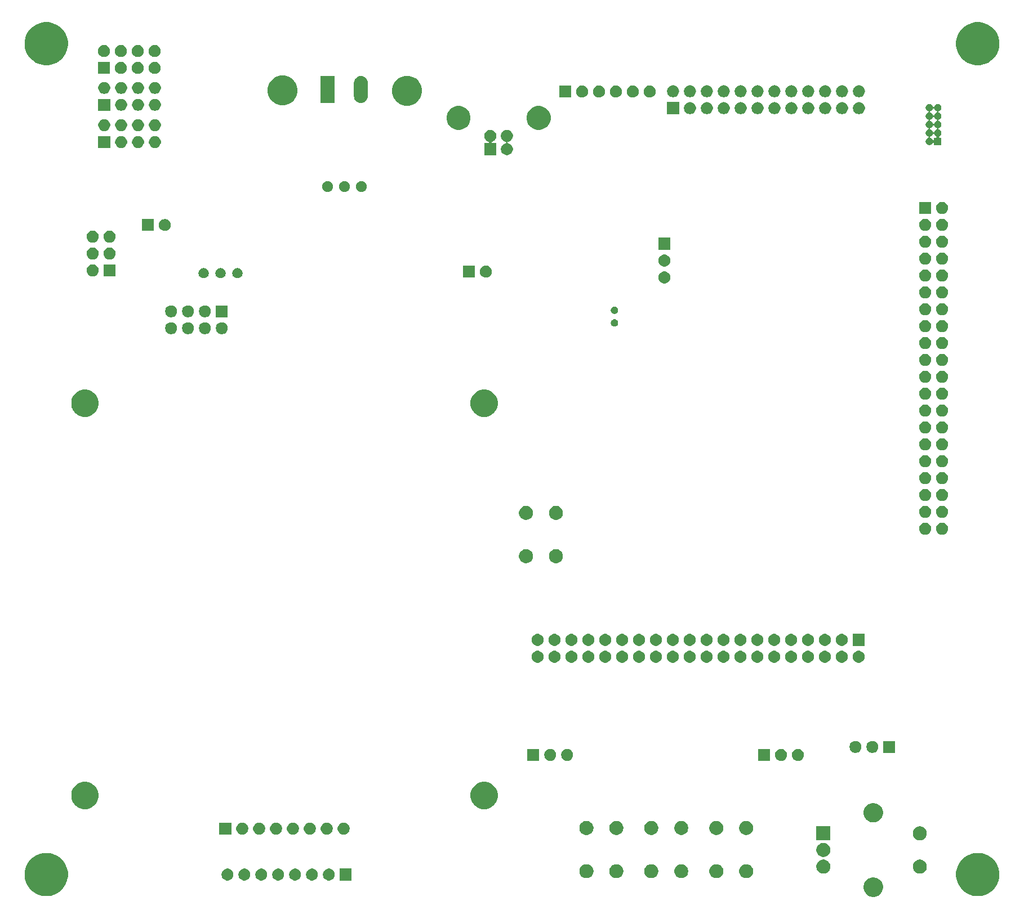
<source format=gbr>
G04 #@! TF.GenerationSoftware,KiCad,Pcbnew,(5.1.5)-3*
G04 #@! TF.CreationDate,2020-11-10T00:06:54+01:00*
G04 #@! TF.ProjectId,mcu_board_1,6d63755f-626f-4617-9264-5f312e6b6963,rev?*
G04 #@! TF.SameCoordinates,Original*
G04 #@! TF.FileFunction,Soldermask,Bot*
G04 #@! TF.FilePolarity,Negative*
%FSLAX46Y46*%
G04 Gerber Fmt 4.6, Leading zero omitted, Abs format (unit mm)*
G04 Created by KiCad (PCBNEW (5.1.5)-3) date 2020-11-10 00:06:54*
%MOMM*%
%LPD*%
G04 APERTURE LIST*
%ADD10C,0.100000*%
G04 APERTURE END LIST*
D10*
G36*
X204723241Y-148004760D02*
G01*
X204987305Y-148114139D01*
X205224958Y-148272934D01*
X205427066Y-148475042D01*
X205585861Y-148712695D01*
X205695240Y-148976759D01*
X205751000Y-149257088D01*
X205751000Y-149542912D01*
X205695240Y-149823241D01*
X205585861Y-150087305D01*
X205427066Y-150324958D01*
X205224958Y-150527066D01*
X204987305Y-150685861D01*
X204723241Y-150795240D01*
X204442912Y-150851000D01*
X204157088Y-150851000D01*
X203876759Y-150795240D01*
X203612695Y-150685861D01*
X203375042Y-150527066D01*
X203172934Y-150324958D01*
X203014139Y-150087305D01*
X202904760Y-149823241D01*
X202849000Y-149542912D01*
X202849000Y-149257088D01*
X202904760Y-148976759D01*
X203014139Y-148712695D01*
X203172934Y-148475042D01*
X203375042Y-148272934D01*
X203612695Y-148114139D01*
X203876759Y-148004760D01*
X204157088Y-147949000D01*
X204442912Y-147949000D01*
X204723241Y-148004760D01*
G37*
G36*
X220565696Y-144297833D02*
G01*
X220948282Y-144373934D01*
X221539926Y-144619001D01*
X222072392Y-144974784D01*
X222525216Y-145427608D01*
X222880999Y-145960074D01*
X223126066Y-146551718D01*
X223136976Y-146606565D01*
X223251000Y-147179803D01*
X223251000Y-147820197D01*
X223214288Y-148004760D01*
X223126066Y-148448282D01*
X222880999Y-149039926D01*
X222525216Y-149572392D01*
X222072392Y-150025216D01*
X221539926Y-150380999D01*
X220948282Y-150626066D01*
X220647677Y-150685860D01*
X220320197Y-150751000D01*
X219679803Y-150751000D01*
X219352323Y-150685860D01*
X219051718Y-150626066D01*
X218460074Y-150380999D01*
X217927608Y-150025216D01*
X217474784Y-149572392D01*
X217119001Y-149039926D01*
X216873934Y-148448282D01*
X216785712Y-148004760D01*
X216749000Y-147820197D01*
X216749000Y-147179803D01*
X216863024Y-146606565D01*
X216873934Y-146551718D01*
X217119001Y-145960074D01*
X217474784Y-145427608D01*
X217927608Y-144974784D01*
X218460074Y-144619001D01*
X219051718Y-144373934D01*
X219434304Y-144297833D01*
X219679803Y-144249000D01*
X220320197Y-144249000D01*
X220565696Y-144297833D01*
G37*
G36*
X80565696Y-144297833D02*
G01*
X80948282Y-144373934D01*
X81539926Y-144619001D01*
X82072392Y-144974784D01*
X82525216Y-145427608D01*
X82880999Y-145960074D01*
X83126066Y-146551718D01*
X83136976Y-146606565D01*
X83251000Y-147179803D01*
X83251000Y-147820197D01*
X83214288Y-148004760D01*
X83126066Y-148448282D01*
X82880999Y-149039926D01*
X82525216Y-149572392D01*
X82072392Y-150025216D01*
X81539926Y-150380999D01*
X80948282Y-150626066D01*
X80647677Y-150685860D01*
X80320197Y-150751000D01*
X79679803Y-150751000D01*
X79352323Y-150685860D01*
X79051718Y-150626066D01*
X78460074Y-150380999D01*
X77927608Y-150025216D01*
X77474784Y-149572392D01*
X77119001Y-149039926D01*
X76873934Y-148448282D01*
X76785712Y-148004760D01*
X76749000Y-147820197D01*
X76749000Y-147179803D01*
X76863024Y-146606565D01*
X76873934Y-146551718D01*
X77119001Y-145960074D01*
X77474784Y-145427608D01*
X77927608Y-144974784D01*
X78460074Y-144619001D01*
X79051718Y-144373934D01*
X79434304Y-144297833D01*
X79679803Y-144249000D01*
X80320197Y-144249000D01*
X80565696Y-144297833D01*
G37*
G36*
X120033512Y-146603927D02*
G01*
X120182812Y-146633624D01*
X120346784Y-146701544D01*
X120494354Y-146800147D01*
X120619853Y-146925646D01*
X120718456Y-147073216D01*
X120786376Y-147237188D01*
X120821000Y-147411259D01*
X120821000Y-147588741D01*
X120786376Y-147762812D01*
X120718456Y-147926784D01*
X120619853Y-148074354D01*
X120494354Y-148199853D01*
X120346784Y-148298456D01*
X120182812Y-148366376D01*
X120033512Y-148396073D01*
X120008742Y-148401000D01*
X119831258Y-148401000D01*
X119806488Y-148396073D01*
X119657188Y-148366376D01*
X119493216Y-148298456D01*
X119345646Y-148199853D01*
X119220147Y-148074354D01*
X119121544Y-147926784D01*
X119053624Y-147762812D01*
X119019000Y-147588741D01*
X119019000Y-147411259D01*
X119053624Y-147237188D01*
X119121544Y-147073216D01*
X119220147Y-146925646D01*
X119345646Y-146800147D01*
X119493216Y-146701544D01*
X119657188Y-146633624D01*
X119806488Y-146603927D01*
X119831258Y-146599000D01*
X120008742Y-146599000D01*
X120033512Y-146603927D01*
G37*
G36*
X117493512Y-146603927D02*
G01*
X117642812Y-146633624D01*
X117806784Y-146701544D01*
X117954354Y-146800147D01*
X118079853Y-146925646D01*
X118178456Y-147073216D01*
X118246376Y-147237188D01*
X118281000Y-147411259D01*
X118281000Y-147588741D01*
X118246376Y-147762812D01*
X118178456Y-147926784D01*
X118079853Y-148074354D01*
X117954354Y-148199853D01*
X117806784Y-148298456D01*
X117642812Y-148366376D01*
X117493512Y-148396073D01*
X117468742Y-148401000D01*
X117291258Y-148401000D01*
X117266488Y-148396073D01*
X117117188Y-148366376D01*
X116953216Y-148298456D01*
X116805646Y-148199853D01*
X116680147Y-148074354D01*
X116581544Y-147926784D01*
X116513624Y-147762812D01*
X116479000Y-147588741D01*
X116479000Y-147411259D01*
X116513624Y-147237188D01*
X116581544Y-147073216D01*
X116680147Y-146925646D01*
X116805646Y-146800147D01*
X116953216Y-146701544D01*
X117117188Y-146633624D01*
X117266488Y-146603927D01*
X117291258Y-146599000D01*
X117468742Y-146599000D01*
X117493512Y-146603927D01*
G37*
G36*
X125901000Y-148401000D02*
G01*
X124099000Y-148401000D01*
X124099000Y-146599000D01*
X125901000Y-146599000D01*
X125901000Y-148401000D01*
G37*
G36*
X122573512Y-146603927D02*
G01*
X122722812Y-146633624D01*
X122886784Y-146701544D01*
X123034354Y-146800147D01*
X123159853Y-146925646D01*
X123258456Y-147073216D01*
X123326376Y-147237188D01*
X123361000Y-147411259D01*
X123361000Y-147588741D01*
X123326376Y-147762812D01*
X123258456Y-147926784D01*
X123159853Y-148074354D01*
X123034354Y-148199853D01*
X122886784Y-148298456D01*
X122722812Y-148366376D01*
X122573512Y-148396073D01*
X122548742Y-148401000D01*
X122371258Y-148401000D01*
X122346488Y-148396073D01*
X122197188Y-148366376D01*
X122033216Y-148298456D01*
X121885646Y-148199853D01*
X121760147Y-148074354D01*
X121661544Y-147926784D01*
X121593624Y-147762812D01*
X121559000Y-147588741D01*
X121559000Y-147411259D01*
X121593624Y-147237188D01*
X121661544Y-147073216D01*
X121760147Y-146925646D01*
X121885646Y-146800147D01*
X122033216Y-146701544D01*
X122197188Y-146633624D01*
X122346488Y-146603927D01*
X122371258Y-146599000D01*
X122548742Y-146599000D01*
X122573512Y-146603927D01*
G37*
G36*
X114953512Y-146603927D02*
G01*
X115102812Y-146633624D01*
X115266784Y-146701544D01*
X115414354Y-146800147D01*
X115539853Y-146925646D01*
X115638456Y-147073216D01*
X115706376Y-147237188D01*
X115741000Y-147411259D01*
X115741000Y-147588741D01*
X115706376Y-147762812D01*
X115638456Y-147926784D01*
X115539853Y-148074354D01*
X115414354Y-148199853D01*
X115266784Y-148298456D01*
X115102812Y-148366376D01*
X114953512Y-148396073D01*
X114928742Y-148401000D01*
X114751258Y-148401000D01*
X114726488Y-148396073D01*
X114577188Y-148366376D01*
X114413216Y-148298456D01*
X114265646Y-148199853D01*
X114140147Y-148074354D01*
X114041544Y-147926784D01*
X113973624Y-147762812D01*
X113939000Y-147588741D01*
X113939000Y-147411259D01*
X113973624Y-147237188D01*
X114041544Y-147073216D01*
X114140147Y-146925646D01*
X114265646Y-146800147D01*
X114413216Y-146701544D01*
X114577188Y-146633624D01*
X114726488Y-146603927D01*
X114751258Y-146599000D01*
X114928742Y-146599000D01*
X114953512Y-146603927D01*
G37*
G36*
X112413512Y-146603927D02*
G01*
X112562812Y-146633624D01*
X112726784Y-146701544D01*
X112874354Y-146800147D01*
X112999853Y-146925646D01*
X113098456Y-147073216D01*
X113166376Y-147237188D01*
X113201000Y-147411259D01*
X113201000Y-147588741D01*
X113166376Y-147762812D01*
X113098456Y-147926784D01*
X112999853Y-148074354D01*
X112874354Y-148199853D01*
X112726784Y-148298456D01*
X112562812Y-148366376D01*
X112413512Y-148396073D01*
X112388742Y-148401000D01*
X112211258Y-148401000D01*
X112186488Y-148396073D01*
X112037188Y-148366376D01*
X111873216Y-148298456D01*
X111725646Y-148199853D01*
X111600147Y-148074354D01*
X111501544Y-147926784D01*
X111433624Y-147762812D01*
X111399000Y-147588741D01*
X111399000Y-147411259D01*
X111433624Y-147237188D01*
X111501544Y-147073216D01*
X111600147Y-146925646D01*
X111725646Y-146800147D01*
X111873216Y-146701544D01*
X112037188Y-146633624D01*
X112186488Y-146603927D01*
X112211258Y-146599000D01*
X112388742Y-146599000D01*
X112413512Y-146603927D01*
G37*
G36*
X109873512Y-146603927D02*
G01*
X110022812Y-146633624D01*
X110186784Y-146701544D01*
X110334354Y-146800147D01*
X110459853Y-146925646D01*
X110558456Y-147073216D01*
X110626376Y-147237188D01*
X110661000Y-147411259D01*
X110661000Y-147588741D01*
X110626376Y-147762812D01*
X110558456Y-147926784D01*
X110459853Y-148074354D01*
X110334354Y-148199853D01*
X110186784Y-148298456D01*
X110022812Y-148366376D01*
X109873512Y-148396073D01*
X109848742Y-148401000D01*
X109671258Y-148401000D01*
X109646488Y-148396073D01*
X109497188Y-148366376D01*
X109333216Y-148298456D01*
X109185646Y-148199853D01*
X109060147Y-148074354D01*
X108961544Y-147926784D01*
X108893624Y-147762812D01*
X108859000Y-147588741D01*
X108859000Y-147411259D01*
X108893624Y-147237188D01*
X108961544Y-147073216D01*
X109060147Y-146925646D01*
X109185646Y-146800147D01*
X109333216Y-146701544D01*
X109497188Y-146633624D01*
X109646488Y-146603927D01*
X109671258Y-146599000D01*
X109848742Y-146599000D01*
X109873512Y-146603927D01*
G37*
G36*
X107333512Y-146603927D02*
G01*
X107482812Y-146633624D01*
X107646784Y-146701544D01*
X107794354Y-146800147D01*
X107919853Y-146925646D01*
X108018456Y-147073216D01*
X108086376Y-147237188D01*
X108121000Y-147411259D01*
X108121000Y-147588741D01*
X108086376Y-147762812D01*
X108018456Y-147926784D01*
X107919853Y-148074354D01*
X107794354Y-148199853D01*
X107646784Y-148298456D01*
X107482812Y-148366376D01*
X107333512Y-148396073D01*
X107308742Y-148401000D01*
X107131258Y-148401000D01*
X107106488Y-148396073D01*
X106957188Y-148366376D01*
X106793216Y-148298456D01*
X106645646Y-148199853D01*
X106520147Y-148074354D01*
X106421544Y-147926784D01*
X106353624Y-147762812D01*
X106319000Y-147588741D01*
X106319000Y-147411259D01*
X106353624Y-147237188D01*
X106421544Y-147073216D01*
X106520147Y-146925646D01*
X106645646Y-146800147D01*
X106793216Y-146701544D01*
X106957188Y-146633624D01*
X107106488Y-146603927D01*
X107131258Y-146599000D01*
X107308742Y-146599000D01*
X107333512Y-146603927D01*
G37*
G36*
X171246564Y-145989389D02*
G01*
X171437833Y-146068615D01*
X171437835Y-146068616D01*
X171609973Y-146183635D01*
X171756365Y-146330027D01*
X171871385Y-146502167D01*
X171950611Y-146693436D01*
X171991000Y-146896484D01*
X171991000Y-147103516D01*
X171950611Y-147306564D01*
X171871385Y-147497833D01*
X171871384Y-147497835D01*
X171756365Y-147669973D01*
X171609973Y-147816365D01*
X171437835Y-147931384D01*
X171437834Y-147931385D01*
X171437833Y-147931385D01*
X171246564Y-148010611D01*
X171043516Y-148051000D01*
X170836484Y-148051000D01*
X170633436Y-148010611D01*
X170442167Y-147931385D01*
X170442166Y-147931385D01*
X170442165Y-147931384D01*
X170270027Y-147816365D01*
X170123635Y-147669973D01*
X170008616Y-147497835D01*
X170008615Y-147497833D01*
X169929389Y-147306564D01*
X169889000Y-147103516D01*
X169889000Y-146896484D01*
X169929389Y-146693436D01*
X170008615Y-146502167D01*
X170123635Y-146330027D01*
X170270027Y-146183635D01*
X170442165Y-146068616D01*
X170442167Y-146068615D01*
X170633436Y-145989389D01*
X170836484Y-145949000D01*
X171043516Y-145949000D01*
X171246564Y-145989389D01*
G37*
G36*
X175746564Y-145989389D02*
G01*
X175937833Y-146068615D01*
X175937835Y-146068616D01*
X176109973Y-146183635D01*
X176256365Y-146330027D01*
X176371385Y-146502167D01*
X176450611Y-146693436D01*
X176491000Y-146896484D01*
X176491000Y-147103516D01*
X176450611Y-147306564D01*
X176371385Y-147497833D01*
X176371384Y-147497835D01*
X176256365Y-147669973D01*
X176109973Y-147816365D01*
X175937835Y-147931384D01*
X175937834Y-147931385D01*
X175937833Y-147931385D01*
X175746564Y-148010611D01*
X175543516Y-148051000D01*
X175336484Y-148051000D01*
X175133436Y-148010611D01*
X174942167Y-147931385D01*
X174942166Y-147931385D01*
X174942165Y-147931384D01*
X174770027Y-147816365D01*
X174623635Y-147669973D01*
X174508616Y-147497835D01*
X174508615Y-147497833D01*
X174429389Y-147306564D01*
X174389000Y-147103516D01*
X174389000Y-146896484D01*
X174429389Y-146693436D01*
X174508615Y-146502167D01*
X174623635Y-146330027D01*
X174770027Y-146183635D01*
X174942165Y-146068616D01*
X174942167Y-146068615D01*
X175133436Y-145989389D01*
X175336484Y-145949000D01*
X175543516Y-145949000D01*
X175746564Y-145989389D01*
G37*
G36*
X185506564Y-145989389D02*
G01*
X185697833Y-146068615D01*
X185697835Y-146068616D01*
X185869973Y-146183635D01*
X186016365Y-146330027D01*
X186131385Y-146502167D01*
X186210611Y-146693436D01*
X186251000Y-146896484D01*
X186251000Y-147103516D01*
X186210611Y-147306564D01*
X186131385Y-147497833D01*
X186131384Y-147497835D01*
X186016365Y-147669973D01*
X185869973Y-147816365D01*
X185697835Y-147931384D01*
X185697834Y-147931385D01*
X185697833Y-147931385D01*
X185506564Y-148010611D01*
X185303516Y-148051000D01*
X185096484Y-148051000D01*
X184893436Y-148010611D01*
X184702167Y-147931385D01*
X184702166Y-147931385D01*
X184702165Y-147931384D01*
X184530027Y-147816365D01*
X184383635Y-147669973D01*
X184268616Y-147497835D01*
X184268615Y-147497833D01*
X184189389Y-147306564D01*
X184149000Y-147103516D01*
X184149000Y-146896484D01*
X184189389Y-146693436D01*
X184268615Y-146502167D01*
X184383635Y-146330027D01*
X184530027Y-146183635D01*
X184702165Y-146068616D01*
X184702167Y-146068615D01*
X184893436Y-145989389D01*
X185096484Y-145949000D01*
X185303516Y-145949000D01*
X185506564Y-145989389D01*
G37*
G36*
X161486564Y-145989389D02*
G01*
X161677833Y-146068615D01*
X161677835Y-146068616D01*
X161849973Y-146183635D01*
X161996365Y-146330027D01*
X162111385Y-146502167D01*
X162190611Y-146693436D01*
X162231000Y-146896484D01*
X162231000Y-147103516D01*
X162190611Y-147306564D01*
X162111385Y-147497833D01*
X162111384Y-147497835D01*
X161996365Y-147669973D01*
X161849973Y-147816365D01*
X161677835Y-147931384D01*
X161677834Y-147931385D01*
X161677833Y-147931385D01*
X161486564Y-148010611D01*
X161283516Y-148051000D01*
X161076484Y-148051000D01*
X160873436Y-148010611D01*
X160682167Y-147931385D01*
X160682166Y-147931385D01*
X160682165Y-147931384D01*
X160510027Y-147816365D01*
X160363635Y-147669973D01*
X160248616Y-147497835D01*
X160248615Y-147497833D01*
X160169389Y-147306564D01*
X160129000Y-147103516D01*
X160129000Y-146896484D01*
X160169389Y-146693436D01*
X160248615Y-146502167D01*
X160363635Y-146330027D01*
X160510027Y-146183635D01*
X160682165Y-146068616D01*
X160682167Y-146068615D01*
X160873436Y-145989389D01*
X161076484Y-145949000D01*
X161283516Y-145949000D01*
X161486564Y-145989389D01*
G37*
G36*
X165986564Y-145989389D02*
G01*
X166177833Y-146068615D01*
X166177835Y-146068616D01*
X166349973Y-146183635D01*
X166496365Y-146330027D01*
X166611385Y-146502167D01*
X166690611Y-146693436D01*
X166731000Y-146896484D01*
X166731000Y-147103516D01*
X166690611Y-147306564D01*
X166611385Y-147497833D01*
X166611384Y-147497835D01*
X166496365Y-147669973D01*
X166349973Y-147816365D01*
X166177835Y-147931384D01*
X166177834Y-147931385D01*
X166177833Y-147931385D01*
X165986564Y-148010611D01*
X165783516Y-148051000D01*
X165576484Y-148051000D01*
X165373436Y-148010611D01*
X165182167Y-147931385D01*
X165182166Y-147931385D01*
X165182165Y-147931384D01*
X165010027Y-147816365D01*
X164863635Y-147669973D01*
X164748616Y-147497835D01*
X164748615Y-147497833D01*
X164669389Y-147306564D01*
X164629000Y-147103516D01*
X164629000Y-146896484D01*
X164669389Y-146693436D01*
X164748615Y-146502167D01*
X164863635Y-146330027D01*
X165010027Y-146183635D01*
X165182165Y-146068616D01*
X165182167Y-146068615D01*
X165373436Y-145989389D01*
X165576484Y-145949000D01*
X165783516Y-145949000D01*
X165986564Y-145989389D01*
G37*
G36*
X181006564Y-145989389D02*
G01*
X181197833Y-146068615D01*
X181197835Y-146068616D01*
X181369973Y-146183635D01*
X181516365Y-146330027D01*
X181631385Y-146502167D01*
X181710611Y-146693436D01*
X181751000Y-146896484D01*
X181751000Y-147103516D01*
X181710611Y-147306564D01*
X181631385Y-147497833D01*
X181631384Y-147497835D01*
X181516365Y-147669973D01*
X181369973Y-147816365D01*
X181197835Y-147931384D01*
X181197834Y-147931385D01*
X181197833Y-147931385D01*
X181006564Y-148010611D01*
X180803516Y-148051000D01*
X180596484Y-148051000D01*
X180393436Y-148010611D01*
X180202167Y-147931385D01*
X180202166Y-147931385D01*
X180202165Y-147931384D01*
X180030027Y-147816365D01*
X179883635Y-147669973D01*
X179768616Y-147497835D01*
X179768615Y-147497833D01*
X179689389Y-147306564D01*
X179649000Y-147103516D01*
X179649000Y-146896484D01*
X179689389Y-146693436D01*
X179768615Y-146502167D01*
X179883635Y-146330027D01*
X180030027Y-146183635D01*
X180202165Y-146068616D01*
X180202167Y-146068615D01*
X180393436Y-145989389D01*
X180596484Y-145949000D01*
X180803516Y-145949000D01*
X181006564Y-145989389D01*
G37*
G36*
X197106564Y-145289389D02*
G01*
X197297833Y-145368615D01*
X197297835Y-145368616D01*
X197423571Y-145452630D01*
X197469973Y-145483635D01*
X197616365Y-145630027D01*
X197731385Y-145802167D01*
X197810611Y-145993436D01*
X197851000Y-146196484D01*
X197851000Y-146403516D01*
X197810611Y-146606564D01*
X197771269Y-146701544D01*
X197731384Y-146797835D01*
X197616365Y-146969973D01*
X197469973Y-147116365D01*
X197297835Y-147231384D01*
X197297834Y-147231385D01*
X197297833Y-147231385D01*
X197106564Y-147310611D01*
X196903516Y-147351000D01*
X196696484Y-147351000D01*
X196493436Y-147310611D01*
X196302167Y-147231385D01*
X196302166Y-147231385D01*
X196302165Y-147231384D01*
X196130027Y-147116365D01*
X195983635Y-146969973D01*
X195868616Y-146797835D01*
X195828731Y-146701544D01*
X195789389Y-146606564D01*
X195749000Y-146403516D01*
X195749000Y-146196484D01*
X195789389Y-145993436D01*
X195868615Y-145802167D01*
X195983635Y-145630027D01*
X196130027Y-145483635D01*
X196176429Y-145452630D01*
X196302165Y-145368616D01*
X196302167Y-145368615D01*
X196493436Y-145289389D01*
X196696484Y-145249000D01*
X196903516Y-145249000D01*
X197106564Y-145289389D01*
G37*
G36*
X211606564Y-145289389D02*
G01*
X211797833Y-145368615D01*
X211797835Y-145368616D01*
X211923571Y-145452630D01*
X211969973Y-145483635D01*
X212116365Y-145630027D01*
X212231385Y-145802167D01*
X212310611Y-145993436D01*
X212351000Y-146196484D01*
X212351000Y-146403516D01*
X212310611Y-146606564D01*
X212271269Y-146701544D01*
X212231384Y-146797835D01*
X212116365Y-146969973D01*
X211969973Y-147116365D01*
X211797835Y-147231384D01*
X211797834Y-147231385D01*
X211797833Y-147231385D01*
X211606564Y-147310611D01*
X211403516Y-147351000D01*
X211196484Y-147351000D01*
X210993436Y-147310611D01*
X210802167Y-147231385D01*
X210802166Y-147231385D01*
X210802165Y-147231384D01*
X210630027Y-147116365D01*
X210483635Y-146969973D01*
X210368616Y-146797835D01*
X210328731Y-146701544D01*
X210289389Y-146606564D01*
X210249000Y-146403516D01*
X210249000Y-146196484D01*
X210289389Y-145993436D01*
X210368615Y-145802167D01*
X210483635Y-145630027D01*
X210630027Y-145483635D01*
X210676429Y-145452630D01*
X210802165Y-145368616D01*
X210802167Y-145368615D01*
X210993436Y-145289389D01*
X211196484Y-145249000D01*
X211403516Y-145249000D01*
X211606564Y-145289389D01*
G37*
G36*
X197106564Y-142789389D02*
G01*
X197297833Y-142868615D01*
X197297835Y-142868616D01*
X197469973Y-142983635D01*
X197616365Y-143130027D01*
X197731385Y-143302167D01*
X197810611Y-143493436D01*
X197851000Y-143696484D01*
X197851000Y-143903516D01*
X197810611Y-144106564D01*
X197751612Y-144249000D01*
X197731384Y-144297835D01*
X197616365Y-144469973D01*
X197469973Y-144616365D01*
X197297835Y-144731384D01*
X197297834Y-144731385D01*
X197297833Y-144731385D01*
X197106564Y-144810611D01*
X196903516Y-144851000D01*
X196696484Y-144851000D01*
X196493436Y-144810611D01*
X196302167Y-144731385D01*
X196302166Y-144731385D01*
X196302165Y-144731384D01*
X196130027Y-144616365D01*
X195983635Y-144469973D01*
X195868616Y-144297835D01*
X195848388Y-144249000D01*
X195789389Y-144106564D01*
X195749000Y-143903516D01*
X195749000Y-143696484D01*
X195789389Y-143493436D01*
X195868615Y-143302167D01*
X195983635Y-143130027D01*
X196130027Y-142983635D01*
X196302165Y-142868616D01*
X196302167Y-142868615D01*
X196493436Y-142789389D01*
X196696484Y-142749000D01*
X196903516Y-142749000D01*
X197106564Y-142789389D01*
G37*
G36*
X197851000Y-142351000D02*
G01*
X195749000Y-142351000D01*
X195749000Y-140249000D01*
X197851000Y-140249000D01*
X197851000Y-142351000D01*
G37*
G36*
X211606564Y-140289389D02*
G01*
X211797833Y-140368615D01*
X211797835Y-140368616D01*
X211839542Y-140396484D01*
X211969973Y-140483635D01*
X212116365Y-140630027D01*
X212231385Y-140802167D01*
X212310611Y-140993436D01*
X212351000Y-141196484D01*
X212351000Y-141403516D01*
X212310611Y-141606564D01*
X212231385Y-141797833D01*
X212231384Y-141797835D01*
X212116365Y-141969973D01*
X211969973Y-142116365D01*
X211797835Y-142231384D01*
X211797834Y-142231385D01*
X211797833Y-142231385D01*
X211606564Y-142310611D01*
X211403516Y-142351000D01*
X211196484Y-142351000D01*
X210993436Y-142310611D01*
X210802167Y-142231385D01*
X210802166Y-142231385D01*
X210802165Y-142231384D01*
X210630027Y-142116365D01*
X210483635Y-141969973D01*
X210368616Y-141797835D01*
X210368615Y-141797833D01*
X210289389Y-141606564D01*
X210249000Y-141403516D01*
X210249000Y-141196484D01*
X210289389Y-140993436D01*
X210368615Y-140802167D01*
X210483635Y-140630027D01*
X210630027Y-140483635D01*
X210760458Y-140396484D01*
X210802165Y-140368616D01*
X210802167Y-140368615D01*
X210993436Y-140289389D01*
X211196484Y-140249000D01*
X211403516Y-140249000D01*
X211606564Y-140289389D01*
G37*
G36*
X181006564Y-139489389D02*
G01*
X181197833Y-139568615D01*
X181197835Y-139568616D01*
X181321131Y-139651000D01*
X181369973Y-139683635D01*
X181516365Y-139830027D01*
X181631385Y-140002167D01*
X181710611Y-140193436D01*
X181751000Y-140396484D01*
X181751000Y-140603516D01*
X181710611Y-140806564D01*
X181687312Y-140862812D01*
X181631384Y-140997835D01*
X181516365Y-141169973D01*
X181369973Y-141316365D01*
X181197835Y-141431384D01*
X181197834Y-141431385D01*
X181197833Y-141431385D01*
X181006564Y-141510611D01*
X180803516Y-141551000D01*
X180596484Y-141551000D01*
X180393436Y-141510611D01*
X180202167Y-141431385D01*
X180202166Y-141431385D01*
X180202165Y-141431384D01*
X180030027Y-141316365D01*
X179883635Y-141169973D01*
X179768616Y-140997835D01*
X179712688Y-140862812D01*
X179689389Y-140806564D01*
X179649000Y-140603516D01*
X179649000Y-140396484D01*
X179689389Y-140193436D01*
X179768615Y-140002167D01*
X179883635Y-139830027D01*
X180030027Y-139683635D01*
X180078869Y-139651000D01*
X180202165Y-139568616D01*
X180202167Y-139568615D01*
X180393436Y-139489389D01*
X180596484Y-139449000D01*
X180803516Y-139449000D01*
X181006564Y-139489389D01*
G37*
G36*
X161486564Y-139489389D02*
G01*
X161677833Y-139568615D01*
X161677835Y-139568616D01*
X161801131Y-139651000D01*
X161849973Y-139683635D01*
X161996365Y-139830027D01*
X162111385Y-140002167D01*
X162190611Y-140193436D01*
X162231000Y-140396484D01*
X162231000Y-140603516D01*
X162190611Y-140806564D01*
X162167312Y-140862812D01*
X162111384Y-140997835D01*
X161996365Y-141169973D01*
X161849973Y-141316365D01*
X161677835Y-141431384D01*
X161677834Y-141431385D01*
X161677833Y-141431385D01*
X161486564Y-141510611D01*
X161283516Y-141551000D01*
X161076484Y-141551000D01*
X160873436Y-141510611D01*
X160682167Y-141431385D01*
X160682166Y-141431385D01*
X160682165Y-141431384D01*
X160510027Y-141316365D01*
X160363635Y-141169973D01*
X160248616Y-140997835D01*
X160192688Y-140862812D01*
X160169389Y-140806564D01*
X160129000Y-140603516D01*
X160129000Y-140396484D01*
X160169389Y-140193436D01*
X160248615Y-140002167D01*
X160363635Y-139830027D01*
X160510027Y-139683635D01*
X160558869Y-139651000D01*
X160682165Y-139568616D01*
X160682167Y-139568615D01*
X160873436Y-139489389D01*
X161076484Y-139449000D01*
X161283516Y-139449000D01*
X161486564Y-139489389D01*
G37*
G36*
X165986564Y-139489389D02*
G01*
X166177833Y-139568615D01*
X166177835Y-139568616D01*
X166301131Y-139651000D01*
X166349973Y-139683635D01*
X166496365Y-139830027D01*
X166611385Y-140002167D01*
X166690611Y-140193436D01*
X166731000Y-140396484D01*
X166731000Y-140603516D01*
X166690611Y-140806564D01*
X166667312Y-140862812D01*
X166611384Y-140997835D01*
X166496365Y-141169973D01*
X166349973Y-141316365D01*
X166177835Y-141431384D01*
X166177834Y-141431385D01*
X166177833Y-141431385D01*
X165986564Y-141510611D01*
X165783516Y-141551000D01*
X165576484Y-141551000D01*
X165373436Y-141510611D01*
X165182167Y-141431385D01*
X165182166Y-141431385D01*
X165182165Y-141431384D01*
X165010027Y-141316365D01*
X164863635Y-141169973D01*
X164748616Y-140997835D01*
X164692688Y-140862812D01*
X164669389Y-140806564D01*
X164629000Y-140603516D01*
X164629000Y-140396484D01*
X164669389Y-140193436D01*
X164748615Y-140002167D01*
X164863635Y-139830027D01*
X165010027Y-139683635D01*
X165058869Y-139651000D01*
X165182165Y-139568616D01*
X165182167Y-139568615D01*
X165373436Y-139489389D01*
X165576484Y-139449000D01*
X165783516Y-139449000D01*
X165986564Y-139489389D01*
G37*
G36*
X175746564Y-139489389D02*
G01*
X175937833Y-139568615D01*
X175937835Y-139568616D01*
X176061131Y-139651000D01*
X176109973Y-139683635D01*
X176256365Y-139830027D01*
X176371385Y-140002167D01*
X176450611Y-140193436D01*
X176491000Y-140396484D01*
X176491000Y-140603516D01*
X176450611Y-140806564D01*
X176427312Y-140862812D01*
X176371384Y-140997835D01*
X176256365Y-141169973D01*
X176109973Y-141316365D01*
X175937835Y-141431384D01*
X175937834Y-141431385D01*
X175937833Y-141431385D01*
X175746564Y-141510611D01*
X175543516Y-141551000D01*
X175336484Y-141551000D01*
X175133436Y-141510611D01*
X174942167Y-141431385D01*
X174942166Y-141431385D01*
X174942165Y-141431384D01*
X174770027Y-141316365D01*
X174623635Y-141169973D01*
X174508616Y-140997835D01*
X174452688Y-140862812D01*
X174429389Y-140806564D01*
X174389000Y-140603516D01*
X174389000Y-140396484D01*
X174429389Y-140193436D01*
X174508615Y-140002167D01*
X174623635Y-139830027D01*
X174770027Y-139683635D01*
X174818869Y-139651000D01*
X174942165Y-139568616D01*
X174942167Y-139568615D01*
X175133436Y-139489389D01*
X175336484Y-139449000D01*
X175543516Y-139449000D01*
X175746564Y-139489389D01*
G37*
G36*
X171246564Y-139489389D02*
G01*
X171437833Y-139568615D01*
X171437835Y-139568616D01*
X171561131Y-139651000D01*
X171609973Y-139683635D01*
X171756365Y-139830027D01*
X171871385Y-140002167D01*
X171950611Y-140193436D01*
X171991000Y-140396484D01*
X171991000Y-140603516D01*
X171950611Y-140806564D01*
X171927312Y-140862812D01*
X171871384Y-140997835D01*
X171756365Y-141169973D01*
X171609973Y-141316365D01*
X171437835Y-141431384D01*
X171437834Y-141431385D01*
X171437833Y-141431385D01*
X171246564Y-141510611D01*
X171043516Y-141551000D01*
X170836484Y-141551000D01*
X170633436Y-141510611D01*
X170442167Y-141431385D01*
X170442166Y-141431385D01*
X170442165Y-141431384D01*
X170270027Y-141316365D01*
X170123635Y-141169973D01*
X170008616Y-140997835D01*
X169952688Y-140862812D01*
X169929389Y-140806564D01*
X169889000Y-140603516D01*
X169889000Y-140396484D01*
X169929389Y-140193436D01*
X170008615Y-140002167D01*
X170123635Y-139830027D01*
X170270027Y-139683635D01*
X170318869Y-139651000D01*
X170442165Y-139568616D01*
X170442167Y-139568615D01*
X170633436Y-139489389D01*
X170836484Y-139449000D01*
X171043516Y-139449000D01*
X171246564Y-139489389D01*
G37*
G36*
X185506564Y-139489389D02*
G01*
X185697833Y-139568615D01*
X185697835Y-139568616D01*
X185821131Y-139651000D01*
X185869973Y-139683635D01*
X186016365Y-139830027D01*
X186131385Y-140002167D01*
X186210611Y-140193436D01*
X186251000Y-140396484D01*
X186251000Y-140603516D01*
X186210611Y-140806564D01*
X186187312Y-140862812D01*
X186131384Y-140997835D01*
X186016365Y-141169973D01*
X185869973Y-141316365D01*
X185697835Y-141431384D01*
X185697834Y-141431385D01*
X185697833Y-141431385D01*
X185506564Y-141510611D01*
X185303516Y-141551000D01*
X185096484Y-141551000D01*
X184893436Y-141510611D01*
X184702167Y-141431385D01*
X184702166Y-141431385D01*
X184702165Y-141431384D01*
X184530027Y-141316365D01*
X184383635Y-141169973D01*
X184268616Y-140997835D01*
X184212688Y-140862812D01*
X184189389Y-140806564D01*
X184149000Y-140603516D01*
X184149000Y-140396484D01*
X184189389Y-140193436D01*
X184268615Y-140002167D01*
X184383635Y-139830027D01*
X184530027Y-139683635D01*
X184578869Y-139651000D01*
X184702165Y-139568616D01*
X184702167Y-139568615D01*
X184893436Y-139489389D01*
X185096484Y-139449000D01*
X185303516Y-139449000D01*
X185506564Y-139489389D01*
G37*
G36*
X122263512Y-139703927D02*
G01*
X122412812Y-139733624D01*
X122576784Y-139801544D01*
X122724354Y-139900147D01*
X122849853Y-140025646D01*
X122948456Y-140173216D01*
X123016376Y-140337188D01*
X123051000Y-140511259D01*
X123051000Y-140688741D01*
X123016376Y-140862812D01*
X122948456Y-141026784D01*
X122849853Y-141174354D01*
X122724354Y-141299853D01*
X122576784Y-141398456D01*
X122412812Y-141466376D01*
X122263512Y-141496073D01*
X122238742Y-141501000D01*
X122061258Y-141501000D01*
X122036488Y-141496073D01*
X121887188Y-141466376D01*
X121723216Y-141398456D01*
X121575646Y-141299853D01*
X121450147Y-141174354D01*
X121351544Y-141026784D01*
X121283624Y-140862812D01*
X121249000Y-140688741D01*
X121249000Y-140511259D01*
X121283624Y-140337188D01*
X121351544Y-140173216D01*
X121450147Y-140025646D01*
X121575646Y-139900147D01*
X121723216Y-139801544D01*
X121887188Y-139733624D01*
X122036488Y-139703927D01*
X122061258Y-139699000D01*
X122238742Y-139699000D01*
X122263512Y-139703927D01*
G37*
G36*
X109563512Y-139703927D02*
G01*
X109712812Y-139733624D01*
X109876784Y-139801544D01*
X110024354Y-139900147D01*
X110149853Y-140025646D01*
X110248456Y-140173216D01*
X110316376Y-140337188D01*
X110351000Y-140511259D01*
X110351000Y-140688741D01*
X110316376Y-140862812D01*
X110248456Y-141026784D01*
X110149853Y-141174354D01*
X110024354Y-141299853D01*
X109876784Y-141398456D01*
X109712812Y-141466376D01*
X109563512Y-141496073D01*
X109538742Y-141501000D01*
X109361258Y-141501000D01*
X109336488Y-141496073D01*
X109187188Y-141466376D01*
X109023216Y-141398456D01*
X108875646Y-141299853D01*
X108750147Y-141174354D01*
X108651544Y-141026784D01*
X108583624Y-140862812D01*
X108549000Y-140688741D01*
X108549000Y-140511259D01*
X108583624Y-140337188D01*
X108651544Y-140173216D01*
X108750147Y-140025646D01*
X108875646Y-139900147D01*
X109023216Y-139801544D01*
X109187188Y-139733624D01*
X109336488Y-139703927D01*
X109361258Y-139699000D01*
X109538742Y-139699000D01*
X109563512Y-139703927D01*
G37*
G36*
X107811000Y-141501000D02*
G01*
X106009000Y-141501000D01*
X106009000Y-139699000D01*
X107811000Y-139699000D01*
X107811000Y-141501000D01*
G37*
G36*
X112103512Y-139703927D02*
G01*
X112252812Y-139733624D01*
X112416784Y-139801544D01*
X112564354Y-139900147D01*
X112689853Y-140025646D01*
X112788456Y-140173216D01*
X112856376Y-140337188D01*
X112891000Y-140511259D01*
X112891000Y-140688741D01*
X112856376Y-140862812D01*
X112788456Y-141026784D01*
X112689853Y-141174354D01*
X112564354Y-141299853D01*
X112416784Y-141398456D01*
X112252812Y-141466376D01*
X112103512Y-141496073D01*
X112078742Y-141501000D01*
X111901258Y-141501000D01*
X111876488Y-141496073D01*
X111727188Y-141466376D01*
X111563216Y-141398456D01*
X111415646Y-141299853D01*
X111290147Y-141174354D01*
X111191544Y-141026784D01*
X111123624Y-140862812D01*
X111089000Y-140688741D01*
X111089000Y-140511259D01*
X111123624Y-140337188D01*
X111191544Y-140173216D01*
X111290147Y-140025646D01*
X111415646Y-139900147D01*
X111563216Y-139801544D01*
X111727188Y-139733624D01*
X111876488Y-139703927D01*
X111901258Y-139699000D01*
X112078742Y-139699000D01*
X112103512Y-139703927D01*
G37*
G36*
X119723512Y-139703927D02*
G01*
X119872812Y-139733624D01*
X120036784Y-139801544D01*
X120184354Y-139900147D01*
X120309853Y-140025646D01*
X120408456Y-140173216D01*
X120476376Y-140337188D01*
X120511000Y-140511259D01*
X120511000Y-140688741D01*
X120476376Y-140862812D01*
X120408456Y-141026784D01*
X120309853Y-141174354D01*
X120184354Y-141299853D01*
X120036784Y-141398456D01*
X119872812Y-141466376D01*
X119723512Y-141496073D01*
X119698742Y-141501000D01*
X119521258Y-141501000D01*
X119496488Y-141496073D01*
X119347188Y-141466376D01*
X119183216Y-141398456D01*
X119035646Y-141299853D01*
X118910147Y-141174354D01*
X118811544Y-141026784D01*
X118743624Y-140862812D01*
X118709000Y-140688741D01*
X118709000Y-140511259D01*
X118743624Y-140337188D01*
X118811544Y-140173216D01*
X118910147Y-140025646D01*
X119035646Y-139900147D01*
X119183216Y-139801544D01*
X119347188Y-139733624D01*
X119496488Y-139703927D01*
X119521258Y-139699000D01*
X119698742Y-139699000D01*
X119723512Y-139703927D01*
G37*
G36*
X117183512Y-139703927D02*
G01*
X117332812Y-139733624D01*
X117496784Y-139801544D01*
X117644354Y-139900147D01*
X117769853Y-140025646D01*
X117868456Y-140173216D01*
X117936376Y-140337188D01*
X117971000Y-140511259D01*
X117971000Y-140688741D01*
X117936376Y-140862812D01*
X117868456Y-141026784D01*
X117769853Y-141174354D01*
X117644354Y-141299853D01*
X117496784Y-141398456D01*
X117332812Y-141466376D01*
X117183512Y-141496073D01*
X117158742Y-141501000D01*
X116981258Y-141501000D01*
X116956488Y-141496073D01*
X116807188Y-141466376D01*
X116643216Y-141398456D01*
X116495646Y-141299853D01*
X116370147Y-141174354D01*
X116271544Y-141026784D01*
X116203624Y-140862812D01*
X116169000Y-140688741D01*
X116169000Y-140511259D01*
X116203624Y-140337188D01*
X116271544Y-140173216D01*
X116370147Y-140025646D01*
X116495646Y-139900147D01*
X116643216Y-139801544D01*
X116807188Y-139733624D01*
X116956488Y-139703927D01*
X116981258Y-139699000D01*
X117158742Y-139699000D01*
X117183512Y-139703927D01*
G37*
G36*
X124803512Y-139703927D02*
G01*
X124952812Y-139733624D01*
X125116784Y-139801544D01*
X125264354Y-139900147D01*
X125389853Y-140025646D01*
X125488456Y-140173216D01*
X125556376Y-140337188D01*
X125591000Y-140511259D01*
X125591000Y-140688741D01*
X125556376Y-140862812D01*
X125488456Y-141026784D01*
X125389853Y-141174354D01*
X125264354Y-141299853D01*
X125116784Y-141398456D01*
X124952812Y-141466376D01*
X124803512Y-141496073D01*
X124778742Y-141501000D01*
X124601258Y-141501000D01*
X124576488Y-141496073D01*
X124427188Y-141466376D01*
X124263216Y-141398456D01*
X124115646Y-141299853D01*
X123990147Y-141174354D01*
X123891544Y-141026784D01*
X123823624Y-140862812D01*
X123789000Y-140688741D01*
X123789000Y-140511259D01*
X123823624Y-140337188D01*
X123891544Y-140173216D01*
X123990147Y-140025646D01*
X124115646Y-139900147D01*
X124263216Y-139801544D01*
X124427188Y-139733624D01*
X124576488Y-139703927D01*
X124601258Y-139699000D01*
X124778742Y-139699000D01*
X124803512Y-139703927D01*
G37*
G36*
X114643512Y-139703927D02*
G01*
X114792812Y-139733624D01*
X114956784Y-139801544D01*
X115104354Y-139900147D01*
X115229853Y-140025646D01*
X115328456Y-140173216D01*
X115396376Y-140337188D01*
X115431000Y-140511259D01*
X115431000Y-140688741D01*
X115396376Y-140862812D01*
X115328456Y-141026784D01*
X115229853Y-141174354D01*
X115104354Y-141299853D01*
X114956784Y-141398456D01*
X114792812Y-141466376D01*
X114643512Y-141496073D01*
X114618742Y-141501000D01*
X114441258Y-141501000D01*
X114416488Y-141496073D01*
X114267188Y-141466376D01*
X114103216Y-141398456D01*
X113955646Y-141299853D01*
X113830147Y-141174354D01*
X113731544Y-141026784D01*
X113663624Y-140862812D01*
X113629000Y-140688741D01*
X113629000Y-140511259D01*
X113663624Y-140337188D01*
X113731544Y-140173216D01*
X113830147Y-140025646D01*
X113955646Y-139900147D01*
X114103216Y-139801544D01*
X114267188Y-139733624D01*
X114416488Y-139703927D01*
X114441258Y-139699000D01*
X114618742Y-139699000D01*
X114643512Y-139703927D01*
G37*
G36*
X204723241Y-136804760D02*
G01*
X204987305Y-136914139D01*
X205224958Y-137072934D01*
X205427066Y-137275042D01*
X205585861Y-137512695D01*
X205695240Y-137776759D01*
X205751000Y-138057088D01*
X205751000Y-138342912D01*
X205695240Y-138623241D01*
X205585861Y-138887305D01*
X205427066Y-139124958D01*
X205224958Y-139327066D01*
X204987305Y-139485861D01*
X204723241Y-139595240D01*
X204442912Y-139651000D01*
X204157088Y-139651000D01*
X203876759Y-139595240D01*
X203612695Y-139485861D01*
X203375042Y-139327066D01*
X203172934Y-139124958D01*
X203014139Y-138887305D01*
X202904760Y-138623241D01*
X202849000Y-138342912D01*
X202849000Y-138057088D01*
X202904760Y-137776759D01*
X203014139Y-137512695D01*
X203172934Y-137275042D01*
X203375042Y-137072934D01*
X203612695Y-136914139D01*
X203876759Y-136804760D01*
X204157088Y-136749000D01*
X204442912Y-136749000D01*
X204723241Y-136804760D01*
G37*
G36*
X146398254Y-133627818D02*
G01*
X146771511Y-133782426D01*
X146771513Y-133782427D01*
X147107436Y-134006884D01*
X147393116Y-134292564D01*
X147617574Y-134628489D01*
X147772182Y-135001746D01*
X147851000Y-135397993D01*
X147851000Y-135802007D01*
X147772182Y-136198254D01*
X147617574Y-136571511D01*
X147617573Y-136571513D01*
X147393116Y-136907436D01*
X147107436Y-137193116D01*
X146771513Y-137417573D01*
X146771512Y-137417574D01*
X146771511Y-137417574D01*
X146398254Y-137572182D01*
X146002007Y-137651000D01*
X145597993Y-137651000D01*
X145201746Y-137572182D01*
X144828489Y-137417574D01*
X144828488Y-137417574D01*
X144828487Y-137417573D01*
X144492564Y-137193116D01*
X144206884Y-136907436D01*
X143982427Y-136571513D01*
X143982426Y-136571511D01*
X143827818Y-136198254D01*
X143749000Y-135802007D01*
X143749000Y-135397993D01*
X143827818Y-135001746D01*
X143982426Y-134628489D01*
X144206884Y-134292564D01*
X144492564Y-134006884D01*
X144828487Y-133782427D01*
X144828489Y-133782426D01*
X145201746Y-133627818D01*
X145597993Y-133549000D01*
X146002007Y-133549000D01*
X146398254Y-133627818D01*
G37*
G36*
X86398254Y-133627818D02*
G01*
X86771511Y-133782426D01*
X86771513Y-133782427D01*
X87107436Y-134006884D01*
X87393116Y-134292564D01*
X87617574Y-134628489D01*
X87772182Y-135001746D01*
X87851000Y-135397993D01*
X87851000Y-135802007D01*
X87772182Y-136198254D01*
X87617574Y-136571511D01*
X87617573Y-136571513D01*
X87393116Y-136907436D01*
X87107436Y-137193116D01*
X86771513Y-137417573D01*
X86771512Y-137417574D01*
X86771511Y-137417574D01*
X86398254Y-137572182D01*
X86002007Y-137651000D01*
X85597993Y-137651000D01*
X85201746Y-137572182D01*
X84828489Y-137417574D01*
X84828488Y-137417574D01*
X84828487Y-137417573D01*
X84492564Y-137193116D01*
X84206884Y-136907436D01*
X83982427Y-136571513D01*
X83982426Y-136571511D01*
X83827818Y-136198254D01*
X83749000Y-135802007D01*
X83749000Y-135397993D01*
X83827818Y-135001746D01*
X83982426Y-134628489D01*
X84206884Y-134292564D01*
X84492564Y-134006884D01*
X84828487Y-133782427D01*
X84828489Y-133782426D01*
X85201746Y-133627818D01*
X85597993Y-133549000D01*
X86002007Y-133549000D01*
X86398254Y-133627818D01*
G37*
G36*
X158393512Y-128603927D02*
G01*
X158542812Y-128633624D01*
X158706784Y-128701544D01*
X158854354Y-128800147D01*
X158979853Y-128925646D01*
X159078456Y-129073216D01*
X159146376Y-129237188D01*
X159181000Y-129411259D01*
X159181000Y-129588741D01*
X159146376Y-129762812D01*
X159078456Y-129926784D01*
X158979853Y-130074354D01*
X158854354Y-130199853D01*
X158706784Y-130298456D01*
X158542812Y-130366376D01*
X158393512Y-130396073D01*
X158368742Y-130401000D01*
X158191258Y-130401000D01*
X158166488Y-130396073D01*
X158017188Y-130366376D01*
X157853216Y-130298456D01*
X157705646Y-130199853D01*
X157580147Y-130074354D01*
X157481544Y-129926784D01*
X157413624Y-129762812D01*
X157379000Y-129588741D01*
X157379000Y-129411259D01*
X157413624Y-129237188D01*
X157481544Y-129073216D01*
X157580147Y-128925646D01*
X157705646Y-128800147D01*
X157853216Y-128701544D01*
X158017188Y-128633624D01*
X158166488Y-128603927D01*
X158191258Y-128599000D01*
X158368742Y-128599000D01*
X158393512Y-128603927D01*
G37*
G36*
X154101000Y-130401000D02*
G01*
X152299000Y-130401000D01*
X152299000Y-128599000D01*
X154101000Y-128599000D01*
X154101000Y-130401000D01*
G37*
G36*
X193093512Y-128603927D02*
G01*
X193242812Y-128633624D01*
X193406784Y-128701544D01*
X193554354Y-128800147D01*
X193679853Y-128925646D01*
X193778456Y-129073216D01*
X193846376Y-129237188D01*
X193881000Y-129411259D01*
X193881000Y-129588741D01*
X193846376Y-129762812D01*
X193778456Y-129926784D01*
X193679853Y-130074354D01*
X193554354Y-130199853D01*
X193406784Y-130298456D01*
X193242812Y-130366376D01*
X193093512Y-130396073D01*
X193068742Y-130401000D01*
X192891258Y-130401000D01*
X192866488Y-130396073D01*
X192717188Y-130366376D01*
X192553216Y-130298456D01*
X192405646Y-130199853D01*
X192280147Y-130074354D01*
X192181544Y-129926784D01*
X192113624Y-129762812D01*
X192079000Y-129588741D01*
X192079000Y-129411259D01*
X192113624Y-129237188D01*
X192181544Y-129073216D01*
X192280147Y-128925646D01*
X192405646Y-128800147D01*
X192553216Y-128701544D01*
X192717188Y-128633624D01*
X192866488Y-128603927D01*
X192891258Y-128599000D01*
X193068742Y-128599000D01*
X193093512Y-128603927D01*
G37*
G36*
X190553512Y-128603927D02*
G01*
X190702812Y-128633624D01*
X190866784Y-128701544D01*
X191014354Y-128800147D01*
X191139853Y-128925646D01*
X191238456Y-129073216D01*
X191306376Y-129237188D01*
X191341000Y-129411259D01*
X191341000Y-129588741D01*
X191306376Y-129762812D01*
X191238456Y-129926784D01*
X191139853Y-130074354D01*
X191014354Y-130199853D01*
X190866784Y-130298456D01*
X190702812Y-130366376D01*
X190553512Y-130396073D01*
X190528742Y-130401000D01*
X190351258Y-130401000D01*
X190326488Y-130396073D01*
X190177188Y-130366376D01*
X190013216Y-130298456D01*
X189865646Y-130199853D01*
X189740147Y-130074354D01*
X189641544Y-129926784D01*
X189573624Y-129762812D01*
X189539000Y-129588741D01*
X189539000Y-129411259D01*
X189573624Y-129237188D01*
X189641544Y-129073216D01*
X189740147Y-128925646D01*
X189865646Y-128800147D01*
X190013216Y-128701544D01*
X190177188Y-128633624D01*
X190326488Y-128603927D01*
X190351258Y-128599000D01*
X190528742Y-128599000D01*
X190553512Y-128603927D01*
G37*
G36*
X188801000Y-130401000D02*
G01*
X186999000Y-130401000D01*
X186999000Y-128599000D01*
X188801000Y-128599000D01*
X188801000Y-130401000D01*
G37*
G36*
X155853512Y-128603927D02*
G01*
X156002812Y-128633624D01*
X156166784Y-128701544D01*
X156314354Y-128800147D01*
X156439853Y-128925646D01*
X156538456Y-129073216D01*
X156606376Y-129237188D01*
X156641000Y-129411259D01*
X156641000Y-129588741D01*
X156606376Y-129762812D01*
X156538456Y-129926784D01*
X156439853Y-130074354D01*
X156314354Y-130199853D01*
X156166784Y-130298456D01*
X156002812Y-130366376D01*
X155853512Y-130396073D01*
X155828742Y-130401000D01*
X155651258Y-130401000D01*
X155626488Y-130396073D01*
X155477188Y-130366376D01*
X155313216Y-130298456D01*
X155165646Y-130199853D01*
X155040147Y-130074354D01*
X154941544Y-129926784D01*
X154873624Y-129762812D01*
X154839000Y-129588741D01*
X154839000Y-129411259D01*
X154873624Y-129237188D01*
X154941544Y-129073216D01*
X155040147Y-128925646D01*
X155165646Y-128800147D01*
X155313216Y-128701544D01*
X155477188Y-128633624D01*
X155626488Y-128603927D01*
X155651258Y-128599000D01*
X155828742Y-128599000D01*
X155853512Y-128603927D01*
G37*
G36*
X201733512Y-127403927D02*
G01*
X201882812Y-127433624D01*
X202046784Y-127501544D01*
X202194354Y-127600147D01*
X202319853Y-127725646D01*
X202418456Y-127873216D01*
X202486376Y-128037188D01*
X202521000Y-128211259D01*
X202521000Y-128388741D01*
X202486376Y-128562812D01*
X202418456Y-128726784D01*
X202319853Y-128874354D01*
X202194354Y-128999853D01*
X202046784Y-129098456D01*
X201882812Y-129166376D01*
X201733512Y-129196073D01*
X201708742Y-129201000D01*
X201531258Y-129201000D01*
X201506488Y-129196073D01*
X201357188Y-129166376D01*
X201193216Y-129098456D01*
X201045646Y-128999853D01*
X200920147Y-128874354D01*
X200821544Y-128726784D01*
X200753624Y-128562812D01*
X200719000Y-128388741D01*
X200719000Y-128211259D01*
X200753624Y-128037188D01*
X200821544Y-127873216D01*
X200920147Y-127725646D01*
X201045646Y-127600147D01*
X201193216Y-127501544D01*
X201357188Y-127433624D01*
X201506488Y-127403927D01*
X201531258Y-127399000D01*
X201708742Y-127399000D01*
X201733512Y-127403927D01*
G37*
G36*
X207601000Y-129201000D02*
G01*
X205799000Y-129201000D01*
X205799000Y-127399000D01*
X207601000Y-127399000D01*
X207601000Y-129201000D01*
G37*
G36*
X204273512Y-127403927D02*
G01*
X204422812Y-127433624D01*
X204586784Y-127501544D01*
X204734354Y-127600147D01*
X204859853Y-127725646D01*
X204958456Y-127873216D01*
X205026376Y-128037188D01*
X205061000Y-128211259D01*
X205061000Y-128388741D01*
X205026376Y-128562812D01*
X204958456Y-128726784D01*
X204859853Y-128874354D01*
X204734354Y-128999853D01*
X204586784Y-129098456D01*
X204422812Y-129166376D01*
X204273512Y-129196073D01*
X204248742Y-129201000D01*
X204071258Y-129201000D01*
X204046488Y-129196073D01*
X203897188Y-129166376D01*
X203733216Y-129098456D01*
X203585646Y-128999853D01*
X203460147Y-128874354D01*
X203361544Y-128726784D01*
X203293624Y-128562812D01*
X203259000Y-128388741D01*
X203259000Y-128211259D01*
X203293624Y-128037188D01*
X203361544Y-127873216D01*
X203460147Y-127725646D01*
X203585646Y-127600147D01*
X203733216Y-127501544D01*
X203897188Y-127433624D01*
X204046488Y-127403927D01*
X204071258Y-127399000D01*
X204248742Y-127399000D01*
X204273512Y-127403927D01*
G37*
G36*
X164113512Y-113843927D02*
G01*
X164262812Y-113873624D01*
X164426784Y-113941544D01*
X164574354Y-114040147D01*
X164699853Y-114165646D01*
X164798456Y-114313216D01*
X164866376Y-114477188D01*
X164901000Y-114651259D01*
X164901000Y-114828741D01*
X164866376Y-115002812D01*
X164798456Y-115166784D01*
X164699853Y-115314354D01*
X164574354Y-115439853D01*
X164426784Y-115538456D01*
X164262812Y-115606376D01*
X164113512Y-115636073D01*
X164088742Y-115641000D01*
X163911258Y-115641000D01*
X163886488Y-115636073D01*
X163737188Y-115606376D01*
X163573216Y-115538456D01*
X163425646Y-115439853D01*
X163300147Y-115314354D01*
X163201544Y-115166784D01*
X163133624Y-115002812D01*
X163099000Y-114828741D01*
X163099000Y-114651259D01*
X163133624Y-114477188D01*
X163201544Y-114313216D01*
X163300147Y-114165646D01*
X163425646Y-114040147D01*
X163573216Y-113941544D01*
X163737188Y-113873624D01*
X163886488Y-113843927D01*
X163911258Y-113839000D01*
X164088742Y-113839000D01*
X164113512Y-113843927D01*
G37*
G36*
X166653512Y-113843927D02*
G01*
X166802812Y-113873624D01*
X166966784Y-113941544D01*
X167114354Y-114040147D01*
X167239853Y-114165646D01*
X167338456Y-114313216D01*
X167406376Y-114477188D01*
X167441000Y-114651259D01*
X167441000Y-114828741D01*
X167406376Y-115002812D01*
X167338456Y-115166784D01*
X167239853Y-115314354D01*
X167114354Y-115439853D01*
X166966784Y-115538456D01*
X166802812Y-115606376D01*
X166653512Y-115636073D01*
X166628742Y-115641000D01*
X166451258Y-115641000D01*
X166426488Y-115636073D01*
X166277188Y-115606376D01*
X166113216Y-115538456D01*
X165965646Y-115439853D01*
X165840147Y-115314354D01*
X165741544Y-115166784D01*
X165673624Y-115002812D01*
X165639000Y-114828741D01*
X165639000Y-114651259D01*
X165673624Y-114477188D01*
X165741544Y-114313216D01*
X165840147Y-114165646D01*
X165965646Y-114040147D01*
X166113216Y-113941544D01*
X166277188Y-113873624D01*
X166426488Y-113843927D01*
X166451258Y-113839000D01*
X166628742Y-113839000D01*
X166653512Y-113843927D01*
G37*
G36*
X161573512Y-113843927D02*
G01*
X161722812Y-113873624D01*
X161886784Y-113941544D01*
X162034354Y-114040147D01*
X162159853Y-114165646D01*
X162258456Y-114313216D01*
X162326376Y-114477188D01*
X162361000Y-114651259D01*
X162361000Y-114828741D01*
X162326376Y-115002812D01*
X162258456Y-115166784D01*
X162159853Y-115314354D01*
X162034354Y-115439853D01*
X161886784Y-115538456D01*
X161722812Y-115606376D01*
X161573512Y-115636073D01*
X161548742Y-115641000D01*
X161371258Y-115641000D01*
X161346488Y-115636073D01*
X161197188Y-115606376D01*
X161033216Y-115538456D01*
X160885646Y-115439853D01*
X160760147Y-115314354D01*
X160661544Y-115166784D01*
X160593624Y-115002812D01*
X160559000Y-114828741D01*
X160559000Y-114651259D01*
X160593624Y-114477188D01*
X160661544Y-114313216D01*
X160760147Y-114165646D01*
X160885646Y-114040147D01*
X161033216Y-113941544D01*
X161197188Y-113873624D01*
X161346488Y-113843927D01*
X161371258Y-113839000D01*
X161548742Y-113839000D01*
X161573512Y-113843927D01*
G37*
G36*
X169193512Y-113843927D02*
G01*
X169342812Y-113873624D01*
X169506784Y-113941544D01*
X169654354Y-114040147D01*
X169779853Y-114165646D01*
X169878456Y-114313216D01*
X169946376Y-114477188D01*
X169981000Y-114651259D01*
X169981000Y-114828741D01*
X169946376Y-115002812D01*
X169878456Y-115166784D01*
X169779853Y-115314354D01*
X169654354Y-115439853D01*
X169506784Y-115538456D01*
X169342812Y-115606376D01*
X169193512Y-115636073D01*
X169168742Y-115641000D01*
X168991258Y-115641000D01*
X168966488Y-115636073D01*
X168817188Y-115606376D01*
X168653216Y-115538456D01*
X168505646Y-115439853D01*
X168380147Y-115314354D01*
X168281544Y-115166784D01*
X168213624Y-115002812D01*
X168179000Y-114828741D01*
X168179000Y-114651259D01*
X168213624Y-114477188D01*
X168281544Y-114313216D01*
X168380147Y-114165646D01*
X168505646Y-114040147D01*
X168653216Y-113941544D01*
X168817188Y-113873624D01*
X168966488Y-113843927D01*
X168991258Y-113839000D01*
X169168742Y-113839000D01*
X169193512Y-113843927D01*
G37*
G36*
X171733512Y-113843927D02*
G01*
X171882812Y-113873624D01*
X172046784Y-113941544D01*
X172194354Y-114040147D01*
X172319853Y-114165646D01*
X172418456Y-114313216D01*
X172486376Y-114477188D01*
X172521000Y-114651259D01*
X172521000Y-114828741D01*
X172486376Y-115002812D01*
X172418456Y-115166784D01*
X172319853Y-115314354D01*
X172194354Y-115439853D01*
X172046784Y-115538456D01*
X171882812Y-115606376D01*
X171733512Y-115636073D01*
X171708742Y-115641000D01*
X171531258Y-115641000D01*
X171506488Y-115636073D01*
X171357188Y-115606376D01*
X171193216Y-115538456D01*
X171045646Y-115439853D01*
X170920147Y-115314354D01*
X170821544Y-115166784D01*
X170753624Y-115002812D01*
X170719000Y-114828741D01*
X170719000Y-114651259D01*
X170753624Y-114477188D01*
X170821544Y-114313216D01*
X170920147Y-114165646D01*
X171045646Y-114040147D01*
X171193216Y-113941544D01*
X171357188Y-113873624D01*
X171506488Y-113843927D01*
X171531258Y-113839000D01*
X171708742Y-113839000D01*
X171733512Y-113843927D01*
G37*
G36*
X186973512Y-113843927D02*
G01*
X187122812Y-113873624D01*
X187286784Y-113941544D01*
X187434354Y-114040147D01*
X187559853Y-114165646D01*
X187658456Y-114313216D01*
X187726376Y-114477188D01*
X187761000Y-114651259D01*
X187761000Y-114828741D01*
X187726376Y-115002812D01*
X187658456Y-115166784D01*
X187559853Y-115314354D01*
X187434354Y-115439853D01*
X187286784Y-115538456D01*
X187122812Y-115606376D01*
X186973512Y-115636073D01*
X186948742Y-115641000D01*
X186771258Y-115641000D01*
X186746488Y-115636073D01*
X186597188Y-115606376D01*
X186433216Y-115538456D01*
X186285646Y-115439853D01*
X186160147Y-115314354D01*
X186061544Y-115166784D01*
X185993624Y-115002812D01*
X185959000Y-114828741D01*
X185959000Y-114651259D01*
X185993624Y-114477188D01*
X186061544Y-114313216D01*
X186160147Y-114165646D01*
X186285646Y-114040147D01*
X186433216Y-113941544D01*
X186597188Y-113873624D01*
X186746488Y-113843927D01*
X186771258Y-113839000D01*
X186948742Y-113839000D01*
X186973512Y-113843927D01*
G37*
G36*
X189513512Y-113843927D02*
G01*
X189662812Y-113873624D01*
X189826784Y-113941544D01*
X189974354Y-114040147D01*
X190099853Y-114165646D01*
X190198456Y-114313216D01*
X190266376Y-114477188D01*
X190301000Y-114651259D01*
X190301000Y-114828741D01*
X190266376Y-115002812D01*
X190198456Y-115166784D01*
X190099853Y-115314354D01*
X189974354Y-115439853D01*
X189826784Y-115538456D01*
X189662812Y-115606376D01*
X189513512Y-115636073D01*
X189488742Y-115641000D01*
X189311258Y-115641000D01*
X189286488Y-115636073D01*
X189137188Y-115606376D01*
X188973216Y-115538456D01*
X188825646Y-115439853D01*
X188700147Y-115314354D01*
X188601544Y-115166784D01*
X188533624Y-115002812D01*
X188499000Y-114828741D01*
X188499000Y-114651259D01*
X188533624Y-114477188D01*
X188601544Y-114313216D01*
X188700147Y-114165646D01*
X188825646Y-114040147D01*
X188973216Y-113941544D01*
X189137188Y-113873624D01*
X189286488Y-113843927D01*
X189311258Y-113839000D01*
X189488742Y-113839000D01*
X189513512Y-113843927D01*
G37*
G36*
X192053512Y-113843927D02*
G01*
X192202812Y-113873624D01*
X192366784Y-113941544D01*
X192514354Y-114040147D01*
X192639853Y-114165646D01*
X192738456Y-114313216D01*
X192806376Y-114477188D01*
X192841000Y-114651259D01*
X192841000Y-114828741D01*
X192806376Y-115002812D01*
X192738456Y-115166784D01*
X192639853Y-115314354D01*
X192514354Y-115439853D01*
X192366784Y-115538456D01*
X192202812Y-115606376D01*
X192053512Y-115636073D01*
X192028742Y-115641000D01*
X191851258Y-115641000D01*
X191826488Y-115636073D01*
X191677188Y-115606376D01*
X191513216Y-115538456D01*
X191365646Y-115439853D01*
X191240147Y-115314354D01*
X191141544Y-115166784D01*
X191073624Y-115002812D01*
X191039000Y-114828741D01*
X191039000Y-114651259D01*
X191073624Y-114477188D01*
X191141544Y-114313216D01*
X191240147Y-114165646D01*
X191365646Y-114040147D01*
X191513216Y-113941544D01*
X191677188Y-113873624D01*
X191826488Y-113843927D01*
X191851258Y-113839000D01*
X192028742Y-113839000D01*
X192053512Y-113843927D01*
G37*
G36*
X194593512Y-113843927D02*
G01*
X194742812Y-113873624D01*
X194906784Y-113941544D01*
X195054354Y-114040147D01*
X195179853Y-114165646D01*
X195278456Y-114313216D01*
X195346376Y-114477188D01*
X195381000Y-114651259D01*
X195381000Y-114828741D01*
X195346376Y-115002812D01*
X195278456Y-115166784D01*
X195179853Y-115314354D01*
X195054354Y-115439853D01*
X194906784Y-115538456D01*
X194742812Y-115606376D01*
X194593512Y-115636073D01*
X194568742Y-115641000D01*
X194391258Y-115641000D01*
X194366488Y-115636073D01*
X194217188Y-115606376D01*
X194053216Y-115538456D01*
X193905646Y-115439853D01*
X193780147Y-115314354D01*
X193681544Y-115166784D01*
X193613624Y-115002812D01*
X193579000Y-114828741D01*
X193579000Y-114651259D01*
X193613624Y-114477188D01*
X193681544Y-114313216D01*
X193780147Y-114165646D01*
X193905646Y-114040147D01*
X194053216Y-113941544D01*
X194217188Y-113873624D01*
X194366488Y-113843927D01*
X194391258Y-113839000D01*
X194568742Y-113839000D01*
X194593512Y-113843927D01*
G37*
G36*
X197133512Y-113843927D02*
G01*
X197282812Y-113873624D01*
X197446784Y-113941544D01*
X197594354Y-114040147D01*
X197719853Y-114165646D01*
X197818456Y-114313216D01*
X197886376Y-114477188D01*
X197921000Y-114651259D01*
X197921000Y-114828741D01*
X197886376Y-115002812D01*
X197818456Y-115166784D01*
X197719853Y-115314354D01*
X197594354Y-115439853D01*
X197446784Y-115538456D01*
X197282812Y-115606376D01*
X197133512Y-115636073D01*
X197108742Y-115641000D01*
X196931258Y-115641000D01*
X196906488Y-115636073D01*
X196757188Y-115606376D01*
X196593216Y-115538456D01*
X196445646Y-115439853D01*
X196320147Y-115314354D01*
X196221544Y-115166784D01*
X196153624Y-115002812D01*
X196119000Y-114828741D01*
X196119000Y-114651259D01*
X196153624Y-114477188D01*
X196221544Y-114313216D01*
X196320147Y-114165646D01*
X196445646Y-114040147D01*
X196593216Y-113941544D01*
X196757188Y-113873624D01*
X196906488Y-113843927D01*
X196931258Y-113839000D01*
X197108742Y-113839000D01*
X197133512Y-113843927D01*
G37*
G36*
X202213512Y-113843927D02*
G01*
X202362812Y-113873624D01*
X202526784Y-113941544D01*
X202674354Y-114040147D01*
X202799853Y-114165646D01*
X202898456Y-114313216D01*
X202966376Y-114477188D01*
X203001000Y-114651259D01*
X203001000Y-114828741D01*
X202966376Y-115002812D01*
X202898456Y-115166784D01*
X202799853Y-115314354D01*
X202674354Y-115439853D01*
X202526784Y-115538456D01*
X202362812Y-115606376D01*
X202213512Y-115636073D01*
X202188742Y-115641000D01*
X202011258Y-115641000D01*
X201986488Y-115636073D01*
X201837188Y-115606376D01*
X201673216Y-115538456D01*
X201525646Y-115439853D01*
X201400147Y-115314354D01*
X201301544Y-115166784D01*
X201233624Y-115002812D01*
X201199000Y-114828741D01*
X201199000Y-114651259D01*
X201233624Y-114477188D01*
X201301544Y-114313216D01*
X201400147Y-114165646D01*
X201525646Y-114040147D01*
X201673216Y-113941544D01*
X201837188Y-113873624D01*
X201986488Y-113843927D01*
X202011258Y-113839000D01*
X202188742Y-113839000D01*
X202213512Y-113843927D01*
G37*
G36*
X199673512Y-113843927D02*
G01*
X199822812Y-113873624D01*
X199986784Y-113941544D01*
X200134354Y-114040147D01*
X200259853Y-114165646D01*
X200358456Y-114313216D01*
X200426376Y-114477188D01*
X200461000Y-114651259D01*
X200461000Y-114828741D01*
X200426376Y-115002812D01*
X200358456Y-115166784D01*
X200259853Y-115314354D01*
X200134354Y-115439853D01*
X199986784Y-115538456D01*
X199822812Y-115606376D01*
X199673512Y-115636073D01*
X199648742Y-115641000D01*
X199471258Y-115641000D01*
X199446488Y-115636073D01*
X199297188Y-115606376D01*
X199133216Y-115538456D01*
X198985646Y-115439853D01*
X198860147Y-115314354D01*
X198761544Y-115166784D01*
X198693624Y-115002812D01*
X198659000Y-114828741D01*
X198659000Y-114651259D01*
X198693624Y-114477188D01*
X198761544Y-114313216D01*
X198860147Y-114165646D01*
X198985646Y-114040147D01*
X199133216Y-113941544D01*
X199297188Y-113873624D01*
X199446488Y-113843927D01*
X199471258Y-113839000D01*
X199648742Y-113839000D01*
X199673512Y-113843927D01*
G37*
G36*
X184433512Y-113843927D02*
G01*
X184582812Y-113873624D01*
X184746784Y-113941544D01*
X184894354Y-114040147D01*
X185019853Y-114165646D01*
X185118456Y-114313216D01*
X185186376Y-114477188D01*
X185221000Y-114651259D01*
X185221000Y-114828741D01*
X185186376Y-115002812D01*
X185118456Y-115166784D01*
X185019853Y-115314354D01*
X184894354Y-115439853D01*
X184746784Y-115538456D01*
X184582812Y-115606376D01*
X184433512Y-115636073D01*
X184408742Y-115641000D01*
X184231258Y-115641000D01*
X184206488Y-115636073D01*
X184057188Y-115606376D01*
X183893216Y-115538456D01*
X183745646Y-115439853D01*
X183620147Y-115314354D01*
X183521544Y-115166784D01*
X183453624Y-115002812D01*
X183419000Y-114828741D01*
X183419000Y-114651259D01*
X183453624Y-114477188D01*
X183521544Y-114313216D01*
X183620147Y-114165646D01*
X183745646Y-114040147D01*
X183893216Y-113941544D01*
X184057188Y-113873624D01*
X184206488Y-113843927D01*
X184231258Y-113839000D01*
X184408742Y-113839000D01*
X184433512Y-113843927D01*
G37*
G36*
X174273512Y-113843927D02*
G01*
X174422812Y-113873624D01*
X174586784Y-113941544D01*
X174734354Y-114040147D01*
X174859853Y-114165646D01*
X174958456Y-114313216D01*
X175026376Y-114477188D01*
X175061000Y-114651259D01*
X175061000Y-114828741D01*
X175026376Y-115002812D01*
X174958456Y-115166784D01*
X174859853Y-115314354D01*
X174734354Y-115439853D01*
X174586784Y-115538456D01*
X174422812Y-115606376D01*
X174273512Y-115636073D01*
X174248742Y-115641000D01*
X174071258Y-115641000D01*
X174046488Y-115636073D01*
X173897188Y-115606376D01*
X173733216Y-115538456D01*
X173585646Y-115439853D01*
X173460147Y-115314354D01*
X173361544Y-115166784D01*
X173293624Y-115002812D01*
X173259000Y-114828741D01*
X173259000Y-114651259D01*
X173293624Y-114477188D01*
X173361544Y-114313216D01*
X173460147Y-114165646D01*
X173585646Y-114040147D01*
X173733216Y-113941544D01*
X173897188Y-113873624D01*
X174046488Y-113843927D01*
X174071258Y-113839000D01*
X174248742Y-113839000D01*
X174273512Y-113843927D01*
G37*
G36*
X159033512Y-113843927D02*
G01*
X159182812Y-113873624D01*
X159346784Y-113941544D01*
X159494354Y-114040147D01*
X159619853Y-114165646D01*
X159718456Y-114313216D01*
X159786376Y-114477188D01*
X159821000Y-114651259D01*
X159821000Y-114828741D01*
X159786376Y-115002812D01*
X159718456Y-115166784D01*
X159619853Y-115314354D01*
X159494354Y-115439853D01*
X159346784Y-115538456D01*
X159182812Y-115606376D01*
X159033512Y-115636073D01*
X159008742Y-115641000D01*
X158831258Y-115641000D01*
X158806488Y-115636073D01*
X158657188Y-115606376D01*
X158493216Y-115538456D01*
X158345646Y-115439853D01*
X158220147Y-115314354D01*
X158121544Y-115166784D01*
X158053624Y-115002812D01*
X158019000Y-114828741D01*
X158019000Y-114651259D01*
X158053624Y-114477188D01*
X158121544Y-114313216D01*
X158220147Y-114165646D01*
X158345646Y-114040147D01*
X158493216Y-113941544D01*
X158657188Y-113873624D01*
X158806488Y-113843927D01*
X158831258Y-113839000D01*
X159008742Y-113839000D01*
X159033512Y-113843927D01*
G37*
G36*
X176813512Y-113843927D02*
G01*
X176962812Y-113873624D01*
X177126784Y-113941544D01*
X177274354Y-114040147D01*
X177399853Y-114165646D01*
X177498456Y-114313216D01*
X177566376Y-114477188D01*
X177601000Y-114651259D01*
X177601000Y-114828741D01*
X177566376Y-115002812D01*
X177498456Y-115166784D01*
X177399853Y-115314354D01*
X177274354Y-115439853D01*
X177126784Y-115538456D01*
X176962812Y-115606376D01*
X176813512Y-115636073D01*
X176788742Y-115641000D01*
X176611258Y-115641000D01*
X176586488Y-115636073D01*
X176437188Y-115606376D01*
X176273216Y-115538456D01*
X176125646Y-115439853D01*
X176000147Y-115314354D01*
X175901544Y-115166784D01*
X175833624Y-115002812D01*
X175799000Y-114828741D01*
X175799000Y-114651259D01*
X175833624Y-114477188D01*
X175901544Y-114313216D01*
X176000147Y-114165646D01*
X176125646Y-114040147D01*
X176273216Y-113941544D01*
X176437188Y-113873624D01*
X176586488Y-113843927D01*
X176611258Y-113839000D01*
X176788742Y-113839000D01*
X176813512Y-113843927D01*
G37*
G36*
X156493512Y-113843927D02*
G01*
X156642812Y-113873624D01*
X156806784Y-113941544D01*
X156954354Y-114040147D01*
X157079853Y-114165646D01*
X157178456Y-114313216D01*
X157246376Y-114477188D01*
X157281000Y-114651259D01*
X157281000Y-114828741D01*
X157246376Y-115002812D01*
X157178456Y-115166784D01*
X157079853Y-115314354D01*
X156954354Y-115439853D01*
X156806784Y-115538456D01*
X156642812Y-115606376D01*
X156493512Y-115636073D01*
X156468742Y-115641000D01*
X156291258Y-115641000D01*
X156266488Y-115636073D01*
X156117188Y-115606376D01*
X155953216Y-115538456D01*
X155805646Y-115439853D01*
X155680147Y-115314354D01*
X155581544Y-115166784D01*
X155513624Y-115002812D01*
X155479000Y-114828741D01*
X155479000Y-114651259D01*
X155513624Y-114477188D01*
X155581544Y-114313216D01*
X155680147Y-114165646D01*
X155805646Y-114040147D01*
X155953216Y-113941544D01*
X156117188Y-113873624D01*
X156266488Y-113843927D01*
X156291258Y-113839000D01*
X156468742Y-113839000D01*
X156493512Y-113843927D01*
G37*
G36*
X179353512Y-113843927D02*
G01*
X179502812Y-113873624D01*
X179666784Y-113941544D01*
X179814354Y-114040147D01*
X179939853Y-114165646D01*
X180038456Y-114313216D01*
X180106376Y-114477188D01*
X180141000Y-114651259D01*
X180141000Y-114828741D01*
X180106376Y-115002812D01*
X180038456Y-115166784D01*
X179939853Y-115314354D01*
X179814354Y-115439853D01*
X179666784Y-115538456D01*
X179502812Y-115606376D01*
X179353512Y-115636073D01*
X179328742Y-115641000D01*
X179151258Y-115641000D01*
X179126488Y-115636073D01*
X178977188Y-115606376D01*
X178813216Y-115538456D01*
X178665646Y-115439853D01*
X178540147Y-115314354D01*
X178441544Y-115166784D01*
X178373624Y-115002812D01*
X178339000Y-114828741D01*
X178339000Y-114651259D01*
X178373624Y-114477188D01*
X178441544Y-114313216D01*
X178540147Y-114165646D01*
X178665646Y-114040147D01*
X178813216Y-113941544D01*
X178977188Y-113873624D01*
X179126488Y-113843927D01*
X179151258Y-113839000D01*
X179328742Y-113839000D01*
X179353512Y-113843927D01*
G37*
G36*
X153953512Y-113843927D02*
G01*
X154102812Y-113873624D01*
X154266784Y-113941544D01*
X154414354Y-114040147D01*
X154539853Y-114165646D01*
X154638456Y-114313216D01*
X154706376Y-114477188D01*
X154741000Y-114651259D01*
X154741000Y-114828741D01*
X154706376Y-115002812D01*
X154638456Y-115166784D01*
X154539853Y-115314354D01*
X154414354Y-115439853D01*
X154266784Y-115538456D01*
X154102812Y-115606376D01*
X153953512Y-115636073D01*
X153928742Y-115641000D01*
X153751258Y-115641000D01*
X153726488Y-115636073D01*
X153577188Y-115606376D01*
X153413216Y-115538456D01*
X153265646Y-115439853D01*
X153140147Y-115314354D01*
X153041544Y-115166784D01*
X152973624Y-115002812D01*
X152939000Y-114828741D01*
X152939000Y-114651259D01*
X152973624Y-114477188D01*
X153041544Y-114313216D01*
X153140147Y-114165646D01*
X153265646Y-114040147D01*
X153413216Y-113941544D01*
X153577188Y-113873624D01*
X153726488Y-113843927D01*
X153751258Y-113839000D01*
X153928742Y-113839000D01*
X153953512Y-113843927D01*
G37*
G36*
X181893512Y-113843927D02*
G01*
X182042812Y-113873624D01*
X182206784Y-113941544D01*
X182354354Y-114040147D01*
X182479853Y-114165646D01*
X182578456Y-114313216D01*
X182646376Y-114477188D01*
X182681000Y-114651259D01*
X182681000Y-114828741D01*
X182646376Y-115002812D01*
X182578456Y-115166784D01*
X182479853Y-115314354D01*
X182354354Y-115439853D01*
X182206784Y-115538456D01*
X182042812Y-115606376D01*
X181893512Y-115636073D01*
X181868742Y-115641000D01*
X181691258Y-115641000D01*
X181666488Y-115636073D01*
X181517188Y-115606376D01*
X181353216Y-115538456D01*
X181205646Y-115439853D01*
X181080147Y-115314354D01*
X180981544Y-115166784D01*
X180913624Y-115002812D01*
X180879000Y-114828741D01*
X180879000Y-114651259D01*
X180913624Y-114477188D01*
X180981544Y-114313216D01*
X181080147Y-114165646D01*
X181205646Y-114040147D01*
X181353216Y-113941544D01*
X181517188Y-113873624D01*
X181666488Y-113843927D01*
X181691258Y-113839000D01*
X181868742Y-113839000D01*
X181893512Y-113843927D01*
G37*
G36*
X166653512Y-111303927D02*
G01*
X166802812Y-111333624D01*
X166966784Y-111401544D01*
X167114354Y-111500147D01*
X167239853Y-111625646D01*
X167338456Y-111773216D01*
X167406376Y-111937188D01*
X167441000Y-112111259D01*
X167441000Y-112288741D01*
X167406376Y-112462812D01*
X167338456Y-112626784D01*
X167239853Y-112774354D01*
X167114354Y-112899853D01*
X166966784Y-112998456D01*
X166802812Y-113066376D01*
X166653512Y-113096073D01*
X166628742Y-113101000D01*
X166451258Y-113101000D01*
X166426488Y-113096073D01*
X166277188Y-113066376D01*
X166113216Y-112998456D01*
X165965646Y-112899853D01*
X165840147Y-112774354D01*
X165741544Y-112626784D01*
X165673624Y-112462812D01*
X165639000Y-112288741D01*
X165639000Y-112111259D01*
X165673624Y-111937188D01*
X165741544Y-111773216D01*
X165840147Y-111625646D01*
X165965646Y-111500147D01*
X166113216Y-111401544D01*
X166277188Y-111333624D01*
X166426488Y-111303927D01*
X166451258Y-111299000D01*
X166628742Y-111299000D01*
X166653512Y-111303927D01*
G37*
G36*
X161573512Y-111303927D02*
G01*
X161722812Y-111333624D01*
X161886784Y-111401544D01*
X162034354Y-111500147D01*
X162159853Y-111625646D01*
X162258456Y-111773216D01*
X162326376Y-111937188D01*
X162361000Y-112111259D01*
X162361000Y-112288741D01*
X162326376Y-112462812D01*
X162258456Y-112626784D01*
X162159853Y-112774354D01*
X162034354Y-112899853D01*
X161886784Y-112998456D01*
X161722812Y-113066376D01*
X161573512Y-113096073D01*
X161548742Y-113101000D01*
X161371258Y-113101000D01*
X161346488Y-113096073D01*
X161197188Y-113066376D01*
X161033216Y-112998456D01*
X160885646Y-112899853D01*
X160760147Y-112774354D01*
X160661544Y-112626784D01*
X160593624Y-112462812D01*
X160559000Y-112288741D01*
X160559000Y-112111259D01*
X160593624Y-111937188D01*
X160661544Y-111773216D01*
X160760147Y-111625646D01*
X160885646Y-111500147D01*
X161033216Y-111401544D01*
X161197188Y-111333624D01*
X161346488Y-111303927D01*
X161371258Y-111299000D01*
X161548742Y-111299000D01*
X161573512Y-111303927D01*
G37*
G36*
X159033512Y-111303927D02*
G01*
X159182812Y-111333624D01*
X159346784Y-111401544D01*
X159494354Y-111500147D01*
X159619853Y-111625646D01*
X159718456Y-111773216D01*
X159786376Y-111937188D01*
X159821000Y-112111259D01*
X159821000Y-112288741D01*
X159786376Y-112462812D01*
X159718456Y-112626784D01*
X159619853Y-112774354D01*
X159494354Y-112899853D01*
X159346784Y-112998456D01*
X159182812Y-113066376D01*
X159033512Y-113096073D01*
X159008742Y-113101000D01*
X158831258Y-113101000D01*
X158806488Y-113096073D01*
X158657188Y-113066376D01*
X158493216Y-112998456D01*
X158345646Y-112899853D01*
X158220147Y-112774354D01*
X158121544Y-112626784D01*
X158053624Y-112462812D01*
X158019000Y-112288741D01*
X158019000Y-112111259D01*
X158053624Y-111937188D01*
X158121544Y-111773216D01*
X158220147Y-111625646D01*
X158345646Y-111500147D01*
X158493216Y-111401544D01*
X158657188Y-111333624D01*
X158806488Y-111303927D01*
X158831258Y-111299000D01*
X159008742Y-111299000D01*
X159033512Y-111303927D01*
G37*
G36*
X156493512Y-111303927D02*
G01*
X156642812Y-111333624D01*
X156806784Y-111401544D01*
X156954354Y-111500147D01*
X157079853Y-111625646D01*
X157178456Y-111773216D01*
X157246376Y-111937188D01*
X157281000Y-112111259D01*
X157281000Y-112288741D01*
X157246376Y-112462812D01*
X157178456Y-112626784D01*
X157079853Y-112774354D01*
X156954354Y-112899853D01*
X156806784Y-112998456D01*
X156642812Y-113066376D01*
X156493512Y-113096073D01*
X156468742Y-113101000D01*
X156291258Y-113101000D01*
X156266488Y-113096073D01*
X156117188Y-113066376D01*
X155953216Y-112998456D01*
X155805646Y-112899853D01*
X155680147Y-112774354D01*
X155581544Y-112626784D01*
X155513624Y-112462812D01*
X155479000Y-112288741D01*
X155479000Y-112111259D01*
X155513624Y-111937188D01*
X155581544Y-111773216D01*
X155680147Y-111625646D01*
X155805646Y-111500147D01*
X155953216Y-111401544D01*
X156117188Y-111333624D01*
X156266488Y-111303927D01*
X156291258Y-111299000D01*
X156468742Y-111299000D01*
X156493512Y-111303927D01*
G37*
G36*
X153953512Y-111303927D02*
G01*
X154102812Y-111333624D01*
X154266784Y-111401544D01*
X154414354Y-111500147D01*
X154539853Y-111625646D01*
X154638456Y-111773216D01*
X154706376Y-111937188D01*
X154741000Y-112111259D01*
X154741000Y-112288741D01*
X154706376Y-112462812D01*
X154638456Y-112626784D01*
X154539853Y-112774354D01*
X154414354Y-112899853D01*
X154266784Y-112998456D01*
X154102812Y-113066376D01*
X153953512Y-113096073D01*
X153928742Y-113101000D01*
X153751258Y-113101000D01*
X153726488Y-113096073D01*
X153577188Y-113066376D01*
X153413216Y-112998456D01*
X153265646Y-112899853D01*
X153140147Y-112774354D01*
X153041544Y-112626784D01*
X152973624Y-112462812D01*
X152939000Y-112288741D01*
X152939000Y-112111259D01*
X152973624Y-111937188D01*
X153041544Y-111773216D01*
X153140147Y-111625646D01*
X153265646Y-111500147D01*
X153413216Y-111401544D01*
X153577188Y-111333624D01*
X153726488Y-111303927D01*
X153751258Y-111299000D01*
X153928742Y-111299000D01*
X153953512Y-111303927D01*
G37*
G36*
X164113512Y-111303927D02*
G01*
X164262812Y-111333624D01*
X164426784Y-111401544D01*
X164574354Y-111500147D01*
X164699853Y-111625646D01*
X164798456Y-111773216D01*
X164866376Y-111937188D01*
X164901000Y-112111259D01*
X164901000Y-112288741D01*
X164866376Y-112462812D01*
X164798456Y-112626784D01*
X164699853Y-112774354D01*
X164574354Y-112899853D01*
X164426784Y-112998456D01*
X164262812Y-113066376D01*
X164113512Y-113096073D01*
X164088742Y-113101000D01*
X163911258Y-113101000D01*
X163886488Y-113096073D01*
X163737188Y-113066376D01*
X163573216Y-112998456D01*
X163425646Y-112899853D01*
X163300147Y-112774354D01*
X163201544Y-112626784D01*
X163133624Y-112462812D01*
X163099000Y-112288741D01*
X163099000Y-112111259D01*
X163133624Y-111937188D01*
X163201544Y-111773216D01*
X163300147Y-111625646D01*
X163425646Y-111500147D01*
X163573216Y-111401544D01*
X163737188Y-111333624D01*
X163886488Y-111303927D01*
X163911258Y-111299000D01*
X164088742Y-111299000D01*
X164113512Y-111303927D01*
G37*
G36*
X194593512Y-111303927D02*
G01*
X194742812Y-111333624D01*
X194906784Y-111401544D01*
X195054354Y-111500147D01*
X195179853Y-111625646D01*
X195278456Y-111773216D01*
X195346376Y-111937188D01*
X195381000Y-112111259D01*
X195381000Y-112288741D01*
X195346376Y-112462812D01*
X195278456Y-112626784D01*
X195179853Y-112774354D01*
X195054354Y-112899853D01*
X194906784Y-112998456D01*
X194742812Y-113066376D01*
X194593512Y-113096073D01*
X194568742Y-113101000D01*
X194391258Y-113101000D01*
X194366488Y-113096073D01*
X194217188Y-113066376D01*
X194053216Y-112998456D01*
X193905646Y-112899853D01*
X193780147Y-112774354D01*
X193681544Y-112626784D01*
X193613624Y-112462812D01*
X193579000Y-112288741D01*
X193579000Y-112111259D01*
X193613624Y-111937188D01*
X193681544Y-111773216D01*
X193780147Y-111625646D01*
X193905646Y-111500147D01*
X194053216Y-111401544D01*
X194217188Y-111333624D01*
X194366488Y-111303927D01*
X194391258Y-111299000D01*
X194568742Y-111299000D01*
X194593512Y-111303927D01*
G37*
G36*
X192053512Y-111303927D02*
G01*
X192202812Y-111333624D01*
X192366784Y-111401544D01*
X192514354Y-111500147D01*
X192639853Y-111625646D01*
X192738456Y-111773216D01*
X192806376Y-111937188D01*
X192841000Y-112111259D01*
X192841000Y-112288741D01*
X192806376Y-112462812D01*
X192738456Y-112626784D01*
X192639853Y-112774354D01*
X192514354Y-112899853D01*
X192366784Y-112998456D01*
X192202812Y-113066376D01*
X192053512Y-113096073D01*
X192028742Y-113101000D01*
X191851258Y-113101000D01*
X191826488Y-113096073D01*
X191677188Y-113066376D01*
X191513216Y-112998456D01*
X191365646Y-112899853D01*
X191240147Y-112774354D01*
X191141544Y-112626784D01*
X191073624Y-112462812D01*
X191039000Y-112288741D01*
X191039000Y-112111259D01*
X191073624Y-111937188D01*
X191141544Y-111773216D01*
X191240147Y-111625646D01*
X191365646Y-111500147D01*
X191513216Y-111401544D01*
X191677188Y-111333624D01*
X191826488Y-111303927D01*
X191851258Y-111299000D01*
X192028742Y-111299000D01*
X192053512Y-111303927D01*
G37*
G36*
X197133512Y-111303927D02*
G01*
X197282812Y-111333624D01*
X197446784Y-111401544D01*
X197594354Y-111500147D01*
X197719853Y-111625646D01*
X197818456Y-111773216D01*
X197886376Y-111937188D01*
X197921000Y-112111259D01*
X197921000Y-112288741D01*
X197886376Y-112462812D01*
X197818456Y-112626784D01*
X197719853Y-112774354D01*
X197594354Y-112899853D01*
X197446784Y-112998456D01*
X197282812Y-113066376D01*
X197133512Y-113096073D01*
X197108742Y-113101000D01*
X196931258Y-113101000D01*
X196906488Y-113096073D01*
X196757188Y-113066376D01*
X196593216Y-112998456D01*
X196445646Y-112899853D01*
X196320147Y-112774354D01*
X196221544Y-112626784D01*
X196153624Y-112462812D01*
X196119000Y-112288741D01*
X196119000Y-112111259D01*
X196153624Y-111937188D01*
X196221544Y-111773216D01*
X196320147Y-111625646D01*
X196445646Y-111500147D01*
X196593216Y-111401544D01*
X196757188Y-111333624D01*
X196906488Y-111303927D01*
X196931258Y-111299000D01*
X197108742Y-111299000D01*
X197133512Y-111303927D01*
G37*
G36*
X189513512Y-111303927D02*
G01*
X189662812Y-111333624D01*
X189826784Y-111401544D01*
X189974354Y-111500147D01*
X190099853Y-111625646D01*
X190198456Y-111773216D01*
X190266376Y-111937188D01*
X190301000Y-112111259D01*
X190301000Y-112288741D01*
X190266376Y-112462812D01*
X190198456Y-112626784D01*
X190099853Y-112774354D01*
X189974354Y-112899853D01*
X189826784Y-112998456D01*
X189662812Y-113066376D01*
X189513512Y-113096073D01*
X189488742Y-113101000D01*
X189311258Y-113101000D01*
X189286488Y-113096073D01*
X189137188Y-113066376D01*
X188973216Y-112998456D01*
X188825646Y-112899853D01*
X188700147Y-112774354D01*
X188601544Y-112626784D01*
X188533624Y-112462812D01*
X188499000Y-112288741D01*
X188499000Y-112111259D01*
X188533624Y-111937188D01*
X188601544Y-111773216D01*
X188700147Y-111625646D01*
X188825646Y-111500147D01*
X188973216Y-111401544D01*
X189137188Y-111333624D01*
X189286488Y-111303927D01*
X189311258Y-111299000D01*
X189488742Y-111299000D01*
X189513512Y-111303927D01*
G37*
G36*
X186973512Y-111303927D02*
G01*
X187122812Y-111333624D01*
X187286784Y-111401544D01*
X187434354Y-111500147D01*
X187559853Y-111625646D01*
X187658456Y-111773216D01*
X187726376Y-111937188D01*
X187761000Y-112111259D01*
X187761000Y-112288741D01*
X187726376Y-112462812D01*
X187658456Y-112626784D01*
X187559853Y-112774354D01*
X187434354Y-112899853D01*
X187286784Y-112998456D01*
X187122812Y-113066376D01*
X186973512Y-113096073D01*
X186948742Y-113101000D01*
X186771258Y-113101000D01*
X186746488Y-113096073D01*
X186597188Y-113066376D01*
X186433216Y-112998456D01*
X186285646Y-112899853D01*
X186160147Y-112774354D01*
X186061544Y-112626784D01*
X185993624Y-112462812D01*
X185959000Y-112288741D01*
X185959000Y-112111259D01*
X185993624Y-111937188D01*
X186061544Y-111773216D01*
X186160147Y-111625646D01*
X186285646Y-111500147D01*
X186433216Y-111401544D01*
X186597188Y-111333624D01*
X186746488Y-111303927D01*
X186771258Y-111299000D01*
X186948742Y-111299000D01*
X186973512Y-111303927D01*
G37*
G36*
X199673512Y-111303927D02*
G01*
X199822812Y-111333624D01*
X199986784Y-111401544D01*
X200134354Y-111500147D01*
X200259853Y-111625646D01*
X200358456Y-111773216D01*
X200426376Y-111937188D01*
X200461000Y-112111259D01*
X200461000Y-112288741D01*
X200426376Y-112462812D01*
X200358456Y-112626784D01*
X200259853Y-112774354D01*
X200134354Y-112899853D01*
X199986784Y-112998456D01*
X199822812Y-113066376D01*
X199673512Y-113096073D01*
X199648742Y-113101000D01*
X199471258Y-113101000D01*
X199446488Y-113096073D01*
X199297188Y-113066376D01*
X199133216Y-112998456D01*
X198985646Y-112899853D01*
X198860147Y-112774354D01*
X198761544Y-112626784D01*
X198693624Y-112462812D01*
X198659000Y-112288741D01*
X198659000Y-112111259D01*
X198693624Y-111937188D01*
X198761544Y-111773216D01*
X198860147Y-111625646D01*
X198985646Y-111500147D01*
X199133216Y-111401544D01*
X199297188Y-111333624D01*
X199446488Y-111303927D01*
X199471258Y-111299000D01*
X199648742Y-111299000D01*
X199673512Y-111303927D01*
G37*
G36*
X169193512Y-111303927D02*
G01*
X169342812Y-111333624D01*
X169506784Y-111401544D01*
X169654354Y-111500147D01*
X169779853Y-111625646D01*
X169878456Y-111773216D01*
X169946376Y-111937188D01*
X169981000Y-112111259D01*
X169981000Y-112288741D01*
X169946376Y-112462812D01*
X169878456Y-112626784D01*
X169779853Y-112774354D01*
X169654354Y-112899853D01*
X169506784Y-112998456D01*
X169342812Y-113066376D01*
X169193512Y-113096073D01*
X169168742Y-113101000D01*
X168991258Y-113101000D01*
X168966488Y-113096073D01*
X168817188Y-113066376D01*
X168653216Y-112998456D01*
X168505646Y-112899853D01*
X168380147Y-112774354D01*
X168281544Y-112626784D01*
X168213624Y-112462812D01*
X168179000Y-112288741D01*
X168179000Y-112111259D01*
X168213624Y-111937188D01*
X168281544Y-111773216D01*
X168380147Y-111625646D01*
X168505646Y-111500147D01*
X168653216Y-111401544D01*
X168817188Y-111333624D01*
X168966488Y-111303927D01*
X168991258Y-111299000D01*
X169168742Y-111299000D01*
X169193512Y-111303927D01*
G37*
G36*
X184433512Y-111303927D02*
G01*
X184582812Y-111333624D01*
X184746784Y-111401544D01*
X184894354Y-111500147D01*
X185019853Y-111625646D01*
X185118456Y-111773216D01*
X185186376Y-111937188D01*
X185221000Y-112111259D01*
X185221000Y-112288741D01*
X185186376Y-112462812D01*
X185118456Y-112626784D01*
X185019853Y-112774354D01*
X184894354Y-112899853D01*
X184746784Y-112998456D01*
X184582812Y-113066376D01*
X184433512Y-113096073D01*
X184408742Y-113101000D01*
X184231258Y-113101000D01*
X184206488Y-113096073D01*
X184057188Y-113066376D01*
X183893216Y-112998456D01*
X183745646Y-112899853D01*
X183620147Y-112774354D01*
X183521544Y-112626784D01*
X183453624Y-112462812D01*
X183419000Y-112288741D01*
X183419000Y-112111259D01*
X183453624Y-111937188D01*
X183521544Y-111773216D01*
X183620147Y-111625646D01*
X183745646Y-111500147D01*
X183893216Y-111401544D01*
X184057188Y-111333624D01*
X184206488Y-111303927D01*
X184231258Y-111299000D01*
X184408742Y-111299000D01*
X184433512Y-111303927D01*
G37*
G36*
X203001000Y-113101000D02*
G01*
X201199000Y-113101000D01*
X201199000Y-111299000D01*
X203001000Y-111299000D01*
X203001000Y-113101000D01*
G37*
G36*
X181893512Y-111303927D02*
G01*
X182042812Y-111333624D01*
X182206784Y-111401544D01*
X182354354Y-111500147D01*
X182479853Y-111625646D01*
X182578456Y-111773216D01*
X182646376Y-111937188D01*
X182681000Y-112111259D01*
X182681000Y-112288741D01*
X182646376Y-112462812D01*
X182578456Y-112626784D01*
X182479853Y-112774354D01*
X182354354Y-112899853D01*
X182206784Y-112998456D01*
X182042812Y-113066376D01*
X181893512Y-113096073D01*
X181868742Y-113101000D01*
X181691258Y-113101000D01*
X181666488Y-113096073D01*
X181517188Y-113066376D01*
X181353216Y-112998456D01*
X181205646Y-112899853D01*
X181080147Y-112774354D01*
X180981544Y-112626784D01*
X180913624Y-112462812D01*
X180879000Y-112288741D01*
X180879000Y-112111259D01*
X180913624Y-111937188D01*
X180981544Y-111773216D01*
X181080147Y-111625646D01*
X181205646Y-111500147D01*
X181353216Y-111401544D01*
X181517188Y-111333624D01*
X181666488Y-111303927D01*
X181691258Y-111299000D01*
X181868742Y-111299000D01*
X181893512Y-111303927D01*
G37*
G36*
X179353512Y-111303927D02*
G01*
X179502812Y-111333624D01*
X179666784Y-111401544D01*
X179814354Y-111500147D01*
X179939853Y-111625646D01*
X180038456Y-111773216D01*
X180106376Y-111937188D01*
X180141000Y-112111259D01*
X180141000Y-112288741D01*
X180106376Y-112462812D01*
X180038456Y-112626784D01*
X179939853Y-112774354D01*
X179814354Y-112899853D01*
X179666784Y-112998456D01*
X179502812Y-113066376D01*
X179353512Y-113096073D01*
X179328742Y-113101000D01*
X179151258Y-113101000D01*
X179126488Y-113096073D01*
X178977188Y-113066376D01*
X178813216Y-112998456D01*
X178665646Y-112899853D01*
X178540147Y-112774354D01*
X178441544Y-112626784D01*
X178373624Y-112462812D01*
X178339000Y-112288741D01*
X178339000Y-112111259D01*
X178373624Y-111937188D01*
X178441544Y-111773216D01*
X178540147Y-111625646D01*
X178665646Y-111500147D01*
X178813216Y-111401544D01*
X178977188Y-111333624D01*
X179126488Y-111303927D01*
X179151258Y-111299000D01*
X179328742Y-111299000D01*
X179353512Y-111303927D01*
G37*
G36*
X176813512Y-111303927D02*
G01*
X176962812Y-111333624D01*
X177126784Y-111401544D01*
X177274354Y-111500147D01*
X177399853Y-111625646D01*
X177498456Y-111773216D01*
X177566376Y-111937188D01*
X177601000Y-112111259D01*
X177601000Y-112288741D01*
X177566376Y-112462812D01*
X177498456Y-112626784D01*
X177399853Y-112774354D01*
X177274354Y-112899853D01*
X177126784Y-112998456D01*
X176962812Y-113066376D01*
X176813512Y-113096073D01*
X176788742Y-113101000D01*
X176611258Y-113101000D01*
X176586488Y-113096073D01*
X176437188Y-113066376D01*
X176273216Y-112998456D01*
X176125646Y-112899853D01*
X176000147Y-112774354D01*
X175901544Y-112626784D01*
X175833624Y-112462812D01*
X175799000Y-112288741D01*
X175799000Y-112111259D01*
X175833624Y-111937188D01*
X175901544Y-111773216D01*
X176000147Y-111625646D01*
X176125646Y-111500147D01*
X176273216Y-111401544D01*
X176437188Y-111333624D01*
X176586488Y-111303927D01*
X176611258Y-111299000D01*
X176788742Y-111299000D01*
X176813512Y-111303927D01*
G37*
G36*
X174273512Y-111303927D02*
G01*
X174422812Y-111333624D01*
X174586784Y-111401544D01*
X174734354Y-111500147D01*
X174859853Y-111625646D01*
X174958456Y-111773216D01*
X175026376Y-111937188D01*
X175061000Y-112111259D01*
X175061000Y-112288741D01*
X175026376Y-112462812D01*
X174958456Y-112626784D01*
X174859853Y-112774354D01*
X174734354Y-112899853D01*
X174586784Y-112998456D01*
X174422812Y-113066376D01*
X174273512Y-113096073D01*
X174248742Y-113101000D01*
X174071258Y-113101000D01*
X174046488Y-113096073D01*
X173897188Y-113066376D01*
X173733216Y-112998456D01*
X173585646Y-112899853D01*
X173460147Y-112774354D01*
X173361544Y-112626784D01*
X173293624Y-112462812D01*
X173259000Y-112288741D01*
X173259000Y-112111259D01*
X173293624Y-111937188D01*
X173361544Y-111773216D01*
X173460147Y-111625646D01*
X173585646Y-111500147D01*
X173733216Y-111401544D01*
X173897188Y-111333624D01*
X174046488Y-111303927D01*
X174071258Y-111299000D01*
X174248742Y-111299000D01*
X174273512Y-111303927D01*
G37*
G36*
X171733512Y-111303927D02*
G01*
X171882812Y-111333624D01*
X172046784Y-111401544D01*
X172194354Y-111500147D01*
X172319853Y-111625646D01*
X172418456Y-111773216D01*
X172486376Y-111937188D01*
X172521000Y-112111259D01*
X172521000Y-112288741D01*
X172486376Y-112462812D01*
X172418456Y-112626784D01*
X172319853Y-112774354D01*
X172194354Y-112899853D01*
X172046784Y-112998456D01*
X171882812Y-113066376D01*
X171733512Y-113096073D01*
X171708742Y-113101000D01*
X171531258Y-113101000D01*
X171506488Y-113096073D01*
X171357188Y-113066376D01*
X171193216Y-112998456D01*
X171045646Y-112899853D01*
X170920147Y-112774354D01*
X170821544Y-112626784D01*
X170753624Y-112462812D01*
X170719000Y-112288741D01*
X170719000Y-112111259D01*
X170753624Y-111937188D01*
X170821544Y-111773216D01*
X170920147Y-111625646D01*
X171045646Y-111500147D01*
X171193216Y-111401544D01*
X171357188Y-111333624D01*
X171506488Y-111303927D01*
X171531258Y-111299000D01*
X171708742Y-111299000D01*
X171733512Y-111303927D01*
G37*
G36*
X152406564Y-98589389D02*
G01*
X152597833Y-98668615D01*
X152597835Y-98668616D01*
X152769973Y-98783635D01*
X152916365Y-98930027D01*
X153031385Y-99102167D01*
X153110611Y-99293436D01*
X153151000Y-99496484D01*
X153151000Y-99703516D01*
X153110611Y-99906564D01*
X153031385Y-100097833D01*
X153031384Y-100097835D01*
X152916365Y-100269973D01*
X152769973Y-100416365D01*
X152597835Y-100531384D01*
X152597834Y-100531385D01*
X152597833Y-100531385D01*
X152406564Y-100610611D01*
X152203516Y-100651000D01*
X151996484Y-100651000D01*
X151793436Y-100610611D01*
X151602167Y-100531385D01*
X151602166Y-100531385D01*
X151602165Y-100531384D01*
X151430027Y-100416365D01*
X151283635Y-100269973D01*
X151168616Y-100097835D01*
X151168615Y-100097833D01*
X151089389Y-99906564D01*
X151049000Y-99703516D01*
X151049000Y-99496484D01*
X151089389Y-99293436D01*
X151168615Y-99102167D01*
X151283635Y-98930027D01*
X151430027Y-98783635D01*
X151602165Y-98668616D01*
X151602167Y-98668615D01*
X151793436Y-98589389D01*
X151996484Y-98549000D01*
X152203516Y-98549000D01*
X152406564Y-98589389D01*
G37*
G36*
X156906564Y-98589389D02*
G01*
X157097833Y-98668615D01*
X157097835Y-98668616D01*
X157269973Y-98783635D01*
X157416365Y-98930027D01*
X157531385Y-99102167D01*
X157610611Y-99293436D01*
X157651000Y-99496484D01*
X157651000Y-99703516D01*
X157610611Y-99906564D01*
X157531385Y-100097833D01*
X157531384Y-100097835D01*
X157416365Y-100269973D01*
X157269973Y-100416365D01*
X157097835Y-100531384D01*
X157097834Y-100531385D01*
X157097833Y-100531385D01*
X156906564Y-100610611D01*
X156703516Y-100651000D01*
X156496484Y-100651000D01*
X156293436Y-100610611D01*
X156102167Y-100531385D01*
X156102166Y-100531385D01*
X156102165Y-100531384D01*
X155930027Y-100416365D01*
X155783635Y-100269973D01*
X155668616Y-100097835D01*
X155668615Y-100097833D01*
X155589389Y-99906564D01*
X155549000Y-99703516D01*
X155549000Y-99496484D01*
X155589389Y-99293436D01*
X155668615Y-99102167D01*
X155783635Y-98930027D01*
X155930027Y-98783635D01*
X156102165Y-98668616D01*
X156102167Y-98668615D01*
X156293436Y-98589389D01*
X156496484Y-98549000D01*
X156703516Y-98549000D01*
X156906564Y-98589389D01*
G37*
G36*
X212213512Y-94563927D02*
G01*
X212362812Y-94593624D01*
X212526784Y-94661544D01*
X212674354Y-94760147D01*
X212799853Y-94885646D01*
X212898456Y-95033216D01*
X212966376Y-95197188D01*
X213001000Y-95371259D01*
X213001000Y-95548741D01*
X212966376Y-95722812D01*
X212898456Y-95886784D01*
X212799853Y-96034354D01*
X212674354Y-96159853D01*
X212526784Y-96258456D01*
X212362812Y-96326376D01*
X212213512Y-96356073D01*
X212188742Y-96361000D01*
X212011258Y-96361000D01*
X211986488Y-96356073D01*
X211837188Y-96326376D01*
X211673216Y-96258456D01*
X211525646Y-96159853D01*
X211400147Y-96034354D01*
X211301544Y-95886784D01*
X211233624Y-95722812D01*
X211199000Y-95548741D01*
X211199000Y-95371259D01*
X211233624Y-95197188D01*
X211301544Y-95033216D01*
X211400147Y-94885646D01*
X211525646Y-94760147D01*
X211673216Y-94661544D01*
X211837188Y-94593624D01*
X211986488Y-94563927D01*
X212011258Y-94559000D01*
X212188742Y-94559000D01*
X212213512Y-94563927D01*
G37*
G36*
X214753512Y-94563927D02*
G01*
X214902812Y-94593624D01*
X215066784Y-94661544D01*
X215214354Y-94760147D01*
X215339853Y-94885646D01*
X215438456Y-95033216D01*
X215506376Y-95197188D01*
X215541000Y-95371259D01*
X215541000Y-95548741D01*
X215506376Y-95722812D01*
X215438456Y-95886784D01*
X215339853Y-96034354D01*
X215214354Y-96159853D01*
X215066784Y-96258456D01*
X214902812Y-96326376D01*
X214753512Y-96356073D01*
X214728742Y-96361000D01*
X214551258Y-96361000D01*
X214526488Y-96356073D01*
X214377188Y-96326376D01*
X214213216Y-96258456D01*
X214065646Y-96159853D01*
X213940147Y-96034354D01*
X213841544Y-95886784D01*
X213773624Y-95722812D01*
X213739000Y-95548741D01*
X213739000Y-95371259D01*
X213773624Y-95197188D01*
X213841544Y-95033216D01*
X213940147Y-94885646D01*
X214065646Y-94760147D01*
X214213216Y-94661544D01*
X214377188Y-94593624D01*
X214526488Y-94563927D01*
X214551258Y-94559000D01*
X214728742Y-94559000D01*
X214753512Y-94563927D01*
G37*
G36*
X156906564Y-92089389D02*
G01*
X157097833Y-92168615D01*
X157097835Y-92168616D01*
X157269973Y-92283635D01*
X157416365Y-92430027D01*
X157458587Y-92493216D01*
X157531385Y-92602167D01*
X157610611Y-92793436D01*
X157651000Y-92996484D01*
X157651000Y-93203516D01*
X157610611Y-93406564D01*
X157574247Y-93494354D01*
X157531384Y-93597835D01*
X157416365Y-93769973D01*
X157269973Y-93916365D01*
X157097835Y-94031384D01*
X157097834Y-94031385D01*
X157097833Y-94031385D01*
X156906564Y-94110611D01*
X156703516Y-94151000D01*
X156496484Y-94151000D01*
X156293436Y-94110611D01*
X156102167Y-94031385D01*
X156102166Y-94031385D01*
X156102165Y-94031384D01*
X155930027Y-93916365D01*
X155783635Y-93769973D01*
X155668616Y-93597835D01*
X155625753Y-93494354D01*
X155589389Y-93406564D01*
X155549000Y-93203516D01*
X155549000Y-92996484D01*
X155589389Y-92793436D01*
X155668615Y-92602167D01*
X155741414Y-92493216D01*
X155783635Y-92430027D01*
X155930027Y-92283635D01*
X156102165Y-92168616D01*
X156102167Y-92168615D01*
X156293436Y-92089389D01*
X156496484Y-92049000D01*
X156703516Y-92049000D01*
X156906564Y-92089389D01*
G37*
G36*
X152406564Y-92089389D02*
G01*
X152597833Y-92168615D01*
X152597835Y-92168616D01*
X152769973Y-92283635D01*
X152916365Y-92430027D01*
X152958587Y-92493216D01*
X153031385Y-92602167D01*
X153110611Y-92793436D01*
X153151000Y-92996484D01*
X153151000Y-93203516D01*
X153110611Y-93406564D01*
X153074247Y-93494354D01*
X153031384Y-93597835D01*
X152916365Y-93769973D01*
X152769973Y-93916365D01*
X152597835Y-94031384D01*
X152597834Y-94031385D01*
X152597833Y-94031385D01*
X152406564Y-94110611D01*
X152203516Y-94151000D01*
X151996484Y-94151000D01*
X151793436Y-94110611D01*
X151602167Y-94031385D01*
X151602166Y-94031385D01*
X151602165Y-94031384D01*
X151430027Y-93916365D01*
X151283635Y-93769973D01*
X151168616Y-93597835D01*
X151125753Y-93494354D01*
X151089389Y-93406564D01*
X151049000Y-93203516D01*
X151049000Y-92996484D01*
X151089389Y-92793436D01*
X151168615Y-92602167D01*
X151241414Y-92493216D01*
X151283635Y-92430027D01*
X151430027Y-92283635D01*
X151602165Y-92168616D01*
X151602167Y-92168615D01*
X151793436Y-92089389D01*
X151996484Y-92049000D01*
X152203516Y-92049000D01*
X152406564Y-92089389D01*
G37*
G36*
X214753512Y-92023927D02*
G01*
X214902812Y-92053624D01*
X215066784Y-92121544D01*
X215214354Y-92220147D01*
X215339853Y-92345646D01*
X215438456Y-92493216D01*
X215506376Y-92657188D01*
X215541000Y-92831259D01*
X215541000Y-93008741D01*
X215506376Y-93182812D01*
X215438456Y-93346784D01*
X215339853Y-93494354D01*
X215214354Y-93619853D01*
X215066784Y-93718456D01*
X214902812Y-93786376D01*
X214753512Y-93816073D01*
X214728742Y-93821000D01*
X214551258Y-93821000D01*
X214526488Y-93816073D01*
X214377188Y-93786376D01*
X214213216Y-93718456D01*
X214065646Y-93619853D01*
X213940147Y-93494354D01*
X213841544Y-93346784D01*
X213773624Y-93182812D01*
X213739000Y-93008741D01*
X213739000Y-92831259D01*
X213773624Y-92657188D01*
X213841544Y-92493216D01*
X213940147Y-92345646D01*
X214065646Y-92220147D01*
X214213216Y-92121544D01*
X214377188Y-92053624D01*
X214526488Y-92023927D01*
X214551258Y-92019000D01*
X214728742Y-92019000D01*
X214753512Y-92023927D01*
G37*
G36*
X212213512Y-92023927D02*
G01*
X212362812Y-92053624D01*
X212526784Y-92121544D01*
X212674354Y-92220147D01*
X212799853Y-92345646D01*
X212898456Y-92493216D01*
X212966376Y-92657188D01*
X213001000Y-92831259D01*
X213001000Y-93008741D01*
X212966376Y-93182812D01*
X212898456Y-93346784D01*
X212799853Y-93494354D01*
X212674354Y-93619853D01*
X212526784Y-93718456D01*
X212362812Y-93786376D01*
X212213512Y-93816073D01*
X212188742Y-93821000D01*
X212011258Y-93821000D01*
X211986488Y-93816073D01*
X211837188Y-93786376D01*
X211673216Y-93718456D01*
X211525646Y-93619853D01*
X211400147Y-93494354D01*
X211301544Y-93346784D01*
X211233624Y-93182812D01*
X211199000Y-93008741D01*
X211199000Y-92831259D01*
X211233624Y-92657188D01*
X211301544Y-92493216D01*
X211400147Y-92345646D01*
X211525646Y-92220147D01*
X211673216Y-92121544D01*
X211837188Y-92053624D01*
X211986488Y-92023927D01*
X212011258Y-92019000D01*
X212188742Y-92019000D01*
X212213512Y-92023927D01*
G37*
G36*
X212213512Y-89483927D02*
G01*
X212362812Y-89513624D01*
X212526784Y-89581544D01*
X212674354Y-89680147D01*
X212799853Y-89805646D01*
X212898456Y-89953216D01*
X212966376Y-90117188D01*
X213001000Y-90291259D01*
X213001000Y-90468741D01*
X212966376Y-90642812D01*
X212898456Y-90806784D01*
X212799853Y-90954354D01*
X212674354Y-91079853D01*
X212526784Y-91178456D01*
X212362812Y-91246376D01*
X212213512Y-91276073D01*
X212188742Y-91281000D01*
X212011258Y-91281000D01*
X211986488Y-91276073D01*
X211837188Y-91246376D01*
X211673216Y-91178456D01*
X211525646Y-91079853D01*
X211400147Y-90954354D01*
X211301544Y-90806784D01*
X211233624Y-90642812D01*
X211199000Y-90468741D01*
X211199000Y-90291259D01*
X211233624Y-90117188D01*
X211301544Y-89953216D01*
X211400147Y-89805646D01*
X211525646Y-89680147D01*
X211673216Y-89581544D01*
X211837188Y-89513624D01*
X211986488Y-89483927D01*
X212011258Y-89479000D01*
X212188742Y-89479000D01*
X212213512Y-89483927D01*
G37*
G36*
X214753512Y-89483927D02*
G01*
X214902812Y-89513624D01*
X215066784Y-89581544D01*
X215214354Y-89680147D01*
X215339853Y-89805646D01*
X215438456Y-89953216D01*
X215506376Y-90117188D01*
X215541000Y-90291259D01*
X215541000Y-90468741D01*
X215506376Y-90642812D01*
X215438456Y-90806784D01*
X215339853Y-90954354D01*
X215214354Y-91079853D01*
X215066784Y-91178456D01*
X214902812Y-91246376D01*
X214753512Y-91276073D01*
X214728742Y-91281000D01*
X214551258Y-91281000D01*
X214526488Y-91276073D01*
X214377188Y-91246376D01*
X214213216Y-91178456D01*
X214065646Y-91079853D01*
X213940147Y-90954354D01*
X213841544Y-90806784D01*
X213773624Y-90642812D01*
X213739000Y-90468741D01*
X213739000Y-90291259D01*
X213773624Y-90117188D01*
X213841544Y-89953216D01*
X213940147Y-89805646D01*
X214065646Y-89680147D01*
X214213216Y-89581544D01*
X214377188Y-89513624D01*
X214526488Y-89483927D01*
X214551258Y-89479000D01*
X214728742Y-89479000D01*
X214753512Y-89483927D01*
G37*
G36*
X214753512Y-86943927D02*
G01*
X214902812Y-86973624D01*
X215066784Y-87041544D01*
X215214354Y-87140147D01*
X215339853Y-87265646D01*
X215438456Y-87413216D01*
X215506376Y-87577188D01*
X215541000Y-87751259D01*
X215541000Y-87928741D01*
X215506376Y-88102812D01*
X215438456Y-88266784D01*
X215339853Y-88414354D01*
X215214354Y-88539853D01*
X215066784Y-88638456D01*
X214902812Y-88706376D01*
X214753512Y-88736073D01*
X214728742Y-88741000D01*
X214551258Y-88741000D01*
X214526488Y-88736073D01*
X214377188Y-88706376D01*
X214213216Y-88638456D01*
X214065646Y-88539853D01*
X213940147Y-88414354D01*
X213841544Y-88266784D01*
X213773624Y-88102812D01*
X213739000Y-87928741D01*
X213739000Y-87751259D01*
X213773624Y-87577188D01*
X213841544Y-87413216D01*
X213940147Y-87265646D01*
X214065646Y-87140147D01*
X214213216Y-87041544D01*
X214377188Y-86973624D01*
X214526488Y-86943927D01*
X214551258Y-86939000D01*
X214728742Y-86939000D01*
X214753512Y-86943927D01*
G37*
G36*
X212213512Y-86943927D02*
G01*
X212362812Y-86973624D01*
X212526784Y-87041544D01*
X212674354Y-87140147D01*
X212799853Y-87265646D01*
X212898456Y-87413216D01*
X212966376Y-87577188D01*
X213001000Y-87751259D01*
X213001000Y-87928741D01*
X212966376Y-88102812D01*
X212898456Y-88266784D01*
X212799853Y-88414354D01*
X212674354Y-88539853D01*
X212526784Y-88638456D01*
X212362812Y-88706376D01*
X212213512Y-88736073D01*
X212188742Y-88741000D01*
X212011258Y-88741000D01*
X211986488Y-88736073D01*
X211837188Y-88706376D01*
X211673216Y-88638456D01*
X211525646Y-88539853D01*
X211400147Y-88414354D01*
X211301544Y-88266784D01*
X211233624Y-88102812D01*
X211199000Y-87928741D01*
X211199000Y-87751259D01*
X211233624Y-87577188D01*
X211301544Y-87413216D01*
X211400147Y-87265646D01*
X211525646Y-87140147D01*
X211673216Y-87041544D01*
X211837188Y-86973624D01*
X211986488Y-86943927D01*
X212011258Y-86939000D01*
X212188742Y-86939000D01*
X212213512Y-86943927D01*
G37*
G36*
X214753512Y-84403927D02*
G01*
X214902812Y-84433624D01*
X215066784Y-84501544D01*
X215214354Y-84600147D01*
X215339853Y-84725646D01*
X215438456Y-84873216D01*
X215506376Y-85037188D01*
X215541000Y-85211259D01*
X215541000Y-85388741D01*
X215506376Y-85562812D01*
X215438456Y-85726784D01*
X215339853Y-85874354D01*
X215214354Y-85999853D01*
X215066784Y-86098456D01*
X214902812Y-86166376D01*
X214753512Y-86196073D01*
X214728742Y-86201000D01*
X214551258Y-86201000D01*
X214526488Y-86196073D01*
X214377188Y-86166376D01*
X214213216Y-86098456D01*
X214065646Y-85999853D01*
X213940147Y-85874354D01*
X213841544Y-85726784D01*
X213773624Y-85562812D01*
X213739000Y-85388741D01*
X213739000Y-85211259D01*
X213773624Y-85037188D01*
X213841544Y-84873216D01*
X213940147Y-84725646D01*
X214065646Y-84600147D01*
X214213216Y-84501544D01*
X214377188Y-84433624D01*
X214526488Y-84403927D01*
X214551258Y-84399000D01*
X214728742Y-84399000D01*
X214753512Y-84403927D01*
G37*
G36*
X212213512Y-84403927D02*
G01*
X212362812Y-84433624D01*
X212526784Y-84501544D01*
X212674354Y-84600147D01*
X212799853Y-84725646D01*
X212898456Y-84873216D01*
X212966376Y-85037188D01*
X213001000Y-85211259D01*
X213001000Y-85388741D01*
X212966376Y-85562812D01*
X212898456Y-85726784D01*
X212799853Y-85874354D01*
X212674354Y-85999853D01*
X212526784Y-86098456D01*
X212362812Y-86166376D01*
X212213512Y-86196073D01*
X212188742Y-86201000D01*
X212011258Y-86201000D01*
X211986488Y-86196073D01*
X211837188Y-86166376D01*
X211673216Y-86098456D01*
X211525646Y-85999853D01*
X211400147Y-85874354D01*
X211301544Y-85726784D01*
X211233624Y-85562812D01*
X211199000Y-85388741D01*
X211199000Y-85211259D01*
X211233624Y-85037188D01*
X211301544Y-84873216D01*
X211400147Y-84725646D01*
X211525646Y-84600147D01*
X211673216Y-84501544D01*
X211837188Y-84433624D01*
X211986488Y-84403927D01*
X212011258Y-84399000D01*
X212188742Y-84399000D01*
X212213512Y-84403927D01*
G37*
G36*
X212213512Y-81863927D02*
G01*
X212362812Y-81893624D01*
X212526784Y-81961544D01*
X212674354Y-82060147D01*
X212799853Y-82185646D01*
X212898456Y-82333216D01*
X212966376Y-82497188D01*
X213001000Y-82671259D01*
X213001000Y-82848741D01*
X212966376Y-83022812D01*
X212898456Y-83186784D01*
X212799853Y-83334354D01*
X212674354Y-83459853D01*
X212526784Y-83558456D01*
X212362812Y-83626376D01*
X212213512Y-83656073D01*
X212188742Y-83661000D01*
X212011258Y-83661000D01*
X211986488Y-83656073D01*
X211837188Y-83626376D01*
X211673216Y-83558456D01*
X211525646Y-83459853D01*
X211400147Y-83334354D01*
X211301544Y-83186784D01*
X211233624Y-83022812D01*
X211199000Y-82848741D01*
X211199000Y-82671259D01*
X211233624Y-82497188D01*
X211301544Y-82333216D01*
X211400147Y-82185646D01*
X211525646Y-82060147D01*
X211673216Y-81961544D01*
X211837188Y-81893624D01*
X211986488Y-81863927D01*
X212011258Y-81859000D01*
X212188742Y-81859000D01*
X212213512Y-81863927D01*
G37*
G36*
X214753512Y-81863927D02*
G01*
X214902812Y-81893624D01*
X215066784Y-81961544D01*
X215214354Y-82060147D01*
X215339853Y-82185646D01*
X215438456Y-82333216D01*
X215506376Y-82497188D01*
X215541000Y-82671259D01*
X215541000Y-82848741D01*
X215506376Y-83022812D01*
X215438456Y-83186784D01*
X215339853Y-83334354D01*
X215214354Y-83459853D01*
X215066784Y-83558456D01*
X214902812Y-83626376D01*
X214753512Y-83656073D01*
X214728742Y-83661000D01*
X214551258Y-83661000D01*
X214526488Y-83656073D01*
X214377188Y-83626376D01*
X214213216Y-83558456D01*
X214065646Y-83459853D01*
X213940147Y-83334354D01*
X213841544Y-83186784D01*
X213773624Y-83022812D01*
X213739000Y-82848741D01*
X213739000Y-82671259D01*
X213773624Y-82497188D01*
X213841544Y-82333216D01*
X213940147Y-82185646D01*
X214065646Y-82060147D01*
X214213216Y-81961544D01*
X214377188Y-81893624D01*
X214526488Y-81863927D01*
X214551258Y-81859000D01*
X214728742Y-81859000D01*
X214753512Y-81863927D01*
G37*
G36*
X212213512Y-79323927D02*
G01*
X212362812Y-79353624D01*
X212526784Y-79421544D01*
X212674354Y-79520147D01*
X212799853Y-79645646D01*
X212898456Y-79793216D01*
X212966376Y-79957188D01*
X213001000Y-80131259D01*
X213001000Y-80308741D01*
X212966376Y-80482812D01*
X212898456Y-80646784D01*
X212799853Y-80794354D01*
X212674354Y-80919853D01*
X212526784Y-81018456D01*
X212362812Y-81086376D01*
X212213512Y-81116073D01*
X212188742Y-81121000D01*
X212011258Y-81121000D01*
X211986488Y-81116073D01*
X211837188Y-81086376D01*
X211673216Y-81018456D01*
X211525646Y-80919853D01*
X211400147Y-80794354D01*
X211301544Y-80646784D01*
X211233624Y-80482812D01*
X211199000Y-80308741D01*
X211199000Y-80131259D01*
X211233624Y-79957188D01*
X211301544Y-79793216D01*
X211400147Y-79645646D01*
X211525646Y-79520147D01*
X211673216Y-79421544D01*
X211837188Y-79353624D01*
X211986488Y-79323927D01*
X212011258Y-79319000D01*
X212188742Y-79319000D01*
X212213512Y-79323927D01*
G37*
G36*
X214753512Y-79323927D02*
G01*
X214902812Y-79353624D01*
X215066784Y-79421544D01*
X215214354Y-79520147D01*
X215339853Y-79645646D01*
X215438456Y-79793216D01*
X215506376Y-79957188D01*
X215541000Y-80131259D01*
X215541000Y-80308741D01*
X215506376Y-80482812D01*
X215438456Y-80646784D01*
X215339853Y-80794354D01*
X215214354Y-80919853D01*
X215066784Y-81018456D01*
X214902812Y-81086376D01*
X214753512Y-81116073D01*
X214728742Y-81121000D01*
X214551258Y-81121000D01*
X214526488Y-81116073D01*
X214377188Y-81086376D01*
X214213216Y-81018456D01*
X214065646Y-80919853D01*
X213940147Y-80794354D01*
X213841544Y-80646784D01*
X213773624Y-80482812D01*
X213739000Y-80308741D01*
X213739000Y-80131259D01*
X213773624Y-79957188D01*
X213841544Y-79793216D01*
X213940147Y-79645646D01*
X214065646Y-79520147D01*
X214213216Y-79421544D01*
X214377188Y-79353624D01*
X214526488Y-79323927D01*
X214551258Y-79319000D01*
X214728742Y-79319000D01*
X214753512Y-79323927D01*
G37*
G36*
X86398254Y-74627818D02*
G01*
X86771511Y-74782426D01*
X86771513Y-74782427D01*
X86913334Y-74877189D01*
X87107436Y-75006884D01*
X87393116Y-75292564D01*
X87617574Y-75628489D01*
X87772182Y-76001746D01*
X87851000Y-76397993D01*
X87851000Y-76802007D01*
X87772182Y-77198254D01*
X87681496Y-77417189D01*
X87617573Y-77571513D01*
X87393116Y-77907436D01*
X87107436Y-78193116D01*
X86771513Y-78417573D01*
X86771512Y-78417574D01*
X86771511Y-78417574D01*
X86398254Y-78572182D01*
X86002007Y-78651000D01*
X85597993Y-78651000D01*
X85201746Y-78572182D01*
X84828489Y-78417574D01*
X84828488Y-78417574D01*
X84828487Y-78417573D01*
X84492564Y-78193116D01*
X84206884Y-77907436D01*
X83982427Y-77571513D01*
X83918504Y-77417189D01*
X83827818Y-77198254D01*
X83749000Y-76802007D01*
X83749000Y-76397993D01*
X83827818Y-76001746D01*
X83982426Y-75628489D01*
X84206884Y-75292564D01*
X84492564Y-75006884D01*
X84686666Y-74877189D01*
X84828487Y-74782427D01*
X84828489Y-74782426D01*
X85201746Y-74627818D01*
X85597993Y-74549000D01*
X86002007Y-74549000D01*
X86398254Y-74627818D01*
G37*
G36*
X146398254Y-74627818D02*
G01*
X146771511Y-74782426D01*
X146771513Y-74782427D01*
X146913334Y-74877189D01*
X147107436Y-75006884D01*
X147393116Y-75292564D01*
X147617574Y-75628489D01*
X147772182Y-76001746D01*
X147851000Y-76397993D01*
X147851000Y-76802007D01*
X147772182Y-77198254D01*
X147681496Y-77417189D01*
X147617573Y-77571513D01*
X147393116Y-77907436D01*
X147107436Y-78193116D01*
X146771513Y-78417573D01*
X146771512Y-78417574D01*
X146771511Y-78417574D01*
X146398254Y-78572182D01*
X146002007Y-78651000D01*
X145597993Y-78651000D01*
X145201746Y-78572182D01*
X144828489Y-78417574D01*
X144828488Y-78417574D01*
X144828487Y-78417573D01*
X144492564Y-78193116D01*
X144206884Y-77907436D01*
X143982427Y-77571513D01*
X143918504Y-77417189D01*
X143827818Y-77198254D01*
X143749000Y-76802007D01*
X143749000Y-76397993D01*
X143827818Y-76001746D01*
X143982426Y-75628489D01*
X144206884Y-75292564D01*
X144492564Y-75006884D01*
X144686666Y-74877189D01*
X144828487Y-74782427D01*
X144828489Y-74782426D01*
X145201746Y-74627818D01*
X145597993Y-74549000D01*
X146002007Y-74549000D01*
X146398254Y-74627818D01*
G37*
G36*
X214753512Y-76783927D02*
G01*
X214902812Y-76813624D01*
X215066784Y-76881544D01*
X215214354Y-76980147D01*
X215339853Y-77105646D01*
X215438456Y-77253216D01*
X215506376Y-77417188D01*
X215541000Y-77591259D01*
X215541000Y-77768741D01*
X215506376Y-77942812D01*
X215438456Y-78106784D01*
X215339853Y-78254354D01*
X215214354Y-78379853D01*
X215066784Y-78478456D01*
X214902812Y-78546376D01*
X214753512Y-78576073D01*
X214728742Y-78581000D01*
X214551258Y-78581000D01*
X214526488Y-78576073D01*
X214377188Y-78546376D01*
X214213216Y-78478456D01*
X214065646Y-78379853D01*
X213940147Y-78254354D01*
X213841544Y-78106784D01*
X213773624Y-77942812D01*
X213739000Y-77768741D01*
X213739000Y-77591259D01*
X213773624Y-77417188D01*
X213841544Y-77253216D01*
X213940147Y-77105646D01*
X214065646Y-76980147D01*
X214213216Y-76881544D01*
X214377188Y-76813624D01*
X214526488Y-76783927D01*
X214551258Y-76779000D01*
X214728742Y-76779000D01*
X214753512Y-76783927D01*
G37*
G36*
X212213512Y-76783927D02*
G01*
X212362812Y-76813624D01*
X212526784Y-76881544D01*
X212674354Y-76980147D01*
X212799853Y-77105646D01*
X212898456Y-77253216D01*
X212966376Y-77417188D01*
X213001000Y-77591259D01*
X213001000Y-77768741D01*
X212966376Y-77942812D01*
X212898456Y-78106784D01*
X212799853Y-78254354D01*
X212674354Y-78379853D01*
X212526784Y-78478456D01*
X212362812Y-78546376D01*
X212213512Y-78576073D01*
X212188742Y-78581000D01*
X212011258Y-78581000D01*
X211986488Y-78576073D01*
X211837188Y-78546376D01*
X211673216Y-78478456D01*
X211525646Y-78379853D01*
X211400147Y-78254354D01*
X211301544Y-78106784D01*
X211233624Y-77942812D01*
X211199000Y-77768741D01*
X211199000Y-77591259D01*
X211233624Y-77417188D01*
X211301544Y-77253216D01*
X211400147Y-77105646D01*
X211525646Y-76980147D01*
X211673216Y-76881544D01*
X211837188Y-76813624D01*
X211986488Y-76783927D01*
X212011258Y-76779000D01*
X212188742Y-76779000D01*
X212213512Y-76783927D01*
G37*
G36*
X212213512Y-74243927D02*
G01*
X212362812Y-74273624D01*
X212526784Y-74341544D01*
X212674354Y-74440147D01*
X212799853Y-74565646D01*
X212898456Y-74713216D01*
X212966376Y-74877188D01*
X213001000Y-75051259D01*
X213001000Y-75228741D01*
X212966376Y-75402812D01*
X212898456Y-75566784D01*
X212799853Y-75714354D01*
X212674354Y-75839853D01*
X212526784Y-75938456D01*
X212362812Y-76006376D01*
X212213512Y-76036073D01*
X212188742Y-76041000D01*
X212011258Y-76041000D01*
X211986488Y-76036073D01*
X211837188Y-76006376D01*
X211673216Y-75938456D01*
X211525646Y-75839853D01*
X211400147Y-75714354D01*
X211301544Y-75566784D01*
X211233624Y-75402812D01*
X211199000Y-75228741D01*
X211199000Y-75051259D01*
X211233624Y-74877188D01*
X211301544Y-74713216D01*
X211400147Y-74565646D01*
X211525646Y-74440147D01*
X211673216Y-74341544D01*
X211837188Y-74273624D01*
X211986488Y-74243927D01*
X212011258Y-74239000D01*
X212188742Y-74239000D01*
X212213512Y-74243927D01*
G37*
G36*
X214753512Y-74243927D02*
G01*
X214902812Y-74273624D01*
X215066784Y-74341544D01*
X215214354Y-74440147D01*
X215339853Y-74565646D01*
X215438456Y-74713216D01*
X215506376Y-74877188D01*
X215541000Y-75051259D01*
X215541000Y-75228741D01*
X215506376Y-75402812D01*
X215438456Y-75566784D01*
X215339853Y-75714354D01*
X215214354Y-75839853D01*
X215066784Y-75938456D01*
X214902812Y-76006376D01*
X214753512Y-76036073D01*
X214728742Y-76041000D01*
X214551258Y-76041000D01*
X214526488Y-76036073D01*
X214377188Y-76006376D01*
X214213216Y-75938456D01*
X214065646Y-75839853D01*
X213940147Y-75714354D01*
X213841544Y-75566784D01*
X213773624Y-75402812D01*
X213739000Y-75228741D01*
X213739000Y-75051259D01*
X213773624Y-74877188D01*
X213841544Y-74713216D01*
X213940147Y-74565646D01*
X214065646Y-74440147D01*
X214213216Y-74341544D01*
X214377188Y-74273624D01*
X214526488Y-74243927D01*
X214551258Y-74239000D01*
X214728742Y-74239000D01*
X214753512Y-74243927D01*
G37*
G36*
X214753512Y-71703927D02*
G01*
X214902812Y-71733624D01*
X215066784Y-71801544D01*
X215214354Y-71900147D01*
X215339853Y-72025646D01*
X215438456Y-72173216D01*
X215506376Y-72337188D01*
X215541000Y-72511259D01*
X215541000Y-72688741D01*
X215506376Y-72862812D01*
X215438456Y-73026784D01*
X215339853Y-73174354D01*
X215214354Y-73299853D01*
X215066784Y-73398456D01*
X214902812Y-73466376D01*
X214753512Y-73496073D01*
X214728742Y-73501000D01*
X214551258Y-73501000D01*
X214526488Y-73496073D01*
X214377188Y-73466376D01*
X214213216Y-73398456D01*
X214065646Y-73299853D01*
X213940147Y-73174354D01*
X213841544Y-73026784D01*
X213773624Y-72862812D01*
X213739000Y-72688741D01*
X213739000Y-72511259D01*
X213773624Y-72337188D01*
X213841544Y-72173216D01*
X213940147Y-72025646D01*
X214065646Y-71900147D01*
X214213216Y-71801544D01*
X214377188Y-71733624D01*
X214526488Y-71703927D01*
X214551258Y-71699000D01*
X214728742Y-71699000D01*
X214753512Y-71703927D01*
G37*
G36*
X212213512Y-71703927D02*
G01*
X212362812Y-71733624D01*
X212526784Y-71801544D01*
X212674354Y-71900147D01*
X212799853Y-72025646D01*
X212898456Y-72173216D01*
X212966376Y-72337188D01*
X213001000Y-72511259D01*
X213001000Y-72688741D01*
X212966376Y-72862812D01*
X212898456Y-73026784D01*
X212799853Y-73174354D01*
X212674354Y-73299853D01*
X212526784Y-73398456D01*
X212362812Y-73466376D01*
X212213512Y-73496073D01*
X212188742Y-73501000D01*
X212011258Y-73501000D01*
X211986488Y-73496073D01*
X211837188Y-73466376D01*
X211673216Y-73398456D01*
X211525646Y-73299853D01*
X211400147Y-73174354D01*
X211301544Y-73026784D01*
X211233624Y-72862812D01*
X211199000Y-72688741D01*
X211199000Y-72511259D01*
X211233624Y-72337188D01*
X211301544Y-72173216D01*
X211400147Y-72025646D01*
X211525646Y-71900147D01*
X211673216Y-71801544D01*
X211837188Y-71733624D01*
X211986488Y-71703927D01*
X212011258Y-71699000D01*
X212188742Y-71699000D01*
X212213512Y-71703927D01*
G37*
G36*
X212213512Y-69163927D02*
G01*
X212362812Y-69193624D01*
X212526784Y-69261544D01*
X212674354Y-69360147D01*
X212799853Y-69485646D01*
X212898456Y-69633216D01*
X212966376Y-69797188D01*
X213001000Y-69971259D01*
X213001000Y-70148741D01*
X212966376Y-70322812D01*
X212898456Y-70486784D01*
X212799853Y-70634354D01*
X212674354Y-70759853D01*
X212526784Y-70858456D01*
X212362812Y-70926376D01*
X212213512Y-70956073D01*
X212188742Y-70961000D01*
X212011258Y-70961000D01*
X211986488Y-70956073D01*
X211837188Y-70926376D01*
X211673216Y-70858456D01*
X211525646Y-70759853D01*
X211400147Y-70634354D01*
X211301544Y-70486784D01*
X211233624Y-70322812D01*
X211199000Y-70148741D01*
X211199000Y-69971259D01*
X211233624Y-69797188D01*
X211301544Y-69633216D01*
X211400147Y-69485646D01*
X211525646Y-69360147D01*
X211673216Y-69261544D01*
X211837188Y-69193624D01*
X211986488Y-69163927D01*
X212011258Y-69159000D01*
X212188742Y-69159000D01*
X212213512Y-69163927D01*
G37*
G36*
X214753512Y-69163927D02*
G01*
X214902812Y-69193624D01*
X215066784Y-69261544D01*
X215214354Y-69360147D01*
X215339853Y-69485646D01*
X215438456Y-69633216D01*
X215506376Y-69797188D01*
X215541000Y-69971259D01*
X215541000Y-70148741D01*
X215506376Y-70322812D01*
X215438456Y-70486784D01*
X215339853Y-70634354D01*
X215214354Y-70759853D01*
X215066784Y-70858456D01*
X214902812Y-70926376D01*
X214753512Y-70956073D01*
X214728742Y-70961000D01*
X214551258Y-70961000D01*
X214526488Y-70956073D01*
X214377188Y-70926376D01*
X214213216Y-70858456D01*
X214065646Y-70759853D01*
X213940147Y-70634354D01*
X213841544Y-70486784D01*
X213773624Y-70322812D01*
X213739000Y-70148741D01*
X213739000Y-69971259D01*
X213773624Y-69797188D01*
X213841544Y-69633216D01*
X213940147Y-69485646D01*
X214065646Y-69360147D01*
X214213216Y-69261544D01*
X214377188Y-69193624D01*
X214526488Y-69163927D01*
X214551258Y-69159000D01*
X214728742Y-69159000D01*
X214753512Y-69163927D01*
G37*
G36*
X212213512Y-66623927D02*
G01*
X212362812Y-66653624D01*
X212526784Y-66721544D01*
X212674354Y-66820147D01*
X212799853Y-66945646D01*
X212898456Y-67093216D01*
X212966376Y-67257188D01*
X213001000Y-67431259D01*
X213001000Y-67608741D01*
X212966376Y-67782812D01*
X212898456Y-67946784D01*
X212799853Y-68094354D01*
X212674354Y-68219853D01*
X212526784Y-68318456D01*
X212362812Y-68386376D01*
X212213512Y-68416073D01*
X212188742Y-68421000D01*
X212011258Y-68421000D01*
X211986488Y-68416073D01*
X211837188Y-68386376D01*
X211673216Y-68318456D01*
X211525646Y-68219853D01*
X211400147Y-68094354D01*
X211301544Y-67946784D01*
X211233624Y-67782812D01*
X211199000Y-67608741D01*
X211199000Y-67431259D01*
X211233624Y-67257188D01*
X211301544Y-67093216D01*
X211400147Y-66945646D01*
X211525646Y-66820147D01*
X211673216Y-66721544D01*
X211837188Y-66653624D01*
X211986488Y-66623927D01*
X212011258Y-66619000D01*
X212188742Y-66619000D01*
X212213512Y-66623927D01*
G37*
G36*
X214753512Y-66623927D02*
G01*
X214902812Y-66653624D01*
X215066784Y-66721544D01*
X215214354Y-66820147D01*
X215339853Y-66945646D01*
X215438456Y-67093216D01*
X215506376Y-67257188D01*
X215541000Y-67431259D01*
X215541000Y-67608741D01*
X215506376Y-67782812D01*
X215438456Y-67946784D01*
X215339853Y-68094354D01*
X215214354Y-68219853D01*
X215066784Y-68318456D01*
X214902812Y-68386376D01*
X214753512Y-68416073D01*
X214728742Y-68421000D01*
X214551258Y-68421000D01*
X214526488Y-68416073D01*
X214377188Y-68386376D01*
X214213216Y-68318456D01*
X214065646Y-68219853D01*
X213940147Y-68094354D01*
X213841544Y-67946784D01*
X213773624Y-67782812D01*
X213739000Y-67608741D01*
X213739000Y-67431259D01*
X213773624Y-67257188D01*
X213841544Y-67093216D01*
X213940147Y-66945646D01*
X214065646Y-66820147D01*
X214213216Y-66721544D01*
X214377188Y-66653624D01*
X214526488Y-66623927D01*
X214551258Y-66619000D01*
X214728742Y-66619000D01*
X214753512Y-66623927D01*
G37*
G36*
X101403512Y-64413927D02*
G01*
X101552812Y-64443624D01*
X101716784Y-64511544D01*
X101864354Y-64610147D01*
X101989853Y-64735646D01*
X102088456Y-64883216D01*
X102156376Y-65047188D01*
X102191000Y-65221259D01*
X102191000Y-65398741D01*
X102156376Y-65572812D01*
X102088456Y-65736784D01*
X101989853Y-65884354D01*
X101864354Y-66009853D01*
X101716784Y-66108456D01*
X101552812Y-66176376D01*
X101403512Y-66206073D01*
X101378742Y-66211000D01*
X101201258Y-66211000D01*
X101176488Y-66206073D01*
X101027188Y-66176376D01*
X100863216Y-66108456D01*
X100715646Y-66009853D01*
X100590147Y-65884354D01*
X100491544Y-65736784D01*
X100423624Y-65572812D01*
X100389000Y-65398741D01*
X100389000Y-65221259D01*
X100423624Y-65047188D01*
X100491544Y-64883216D01*
X100590147Y-64735646D01*
X100715646Y-64610147D01*
X100863216Y-64511544D01*
X101027188Y-64443624D01*
X101176488Y-64413927D01*
X101201258Y-64409000D01*
X101378742Y-64409000D01*
X101403512Y-64413927D01*
G37*
G36*
X98863512Y-64413927D02*
G01*
X99012812Y-64443624D01*
X99176784Y-64511544D01*
X99324354Y-64610147D01*
X99449853Y-64735646D01*
X99548456Y-64883216D01*
X99616376Y-65047188D01*
X99651000Y-65221259D01*
X99651000Y-65398741D01*
X99616376Y-65572812D01*
X99548456Y-65736784D01*
X99449853Y-65884354D01*
X99324354Y-66009853D01*
X99176784Y-66108456D01*
X99012812Y-66176376D01*
X98863512Y-66206073D01*
X98838742Y-66211000D01*
X98661258Y-66211000D01*
X98636488Y-66206073D01*
X98487188Y-66176376D01*
X98323216Y-66108456D01*
X98175646Y-66009853D01*
X98050147Y-65884354D01*
X97951544Y-65736784D01*
X97883624Y-65572812D01*
X97849000Y-65398741D01*
X97849000Y-65221259D01*
X97883624Y-65047188D01*
X97951544Y-64883216D01*
X98050147Y-64735646D01*
X98175646Y-64610147D01*
X98323216Y-64511544D01*
X98487188Y-64443624D01*
X98636488Y-64413927D01*
X98661258Y-64409000D01*
X98838742Y-64409000D01*
X98863512Y-64413927D01*
G37*
G36*
X106483512Y-64413927D02*
G01*
X106632812Y-64443624D01*
X106796784Y-64511544D01*
X106944354Y-64610147D01*
X107069853Y-64735646D01*
X107168456Y-64883216D01*
X107236376Y-65047188D01*
X107271000Y-65221259D01*
X107271000Y-65398741D01*
X107236376Y-65572812D01*
X107168456Y-65736784D01*
X107069853Y-65884354D01*
X106944354Y-66009853D01*
X106796784Y-66108456D01*
X106632812Y-66176376D01*
X106483512Y-66206073D01*
X106458742Y-66211000D01*
X106281258Y-66211000D01*
X106256488Y-66206073D01*
X106107188Y-66176376D01*
X105943216Y-66108456D01*
X105795646Y-66009853D01*
X105670147Y-65884354D01*
X105571544Y-65736784D01*
X105503624Y-65572812D01*
X105469000Y-65398741D01*
X105469000Y-65221259D01*
X105503624Y-65047188D01*
X105571544Y-64883216D01*
X105670147Y-64735646D01*
X105795646Y-64610147D01*
X105943216Y-64511544D01*
X106107188Y-64443624D01*
X106256488Y-64413927D01*
X106281258Y-64409000D01*
X106458742Y-64409000D01*
X106483512Y-64413927D01*
G37*
G36*
X103943512Y-64413927D02*
G01*
X104092812Y-64443624D01*
X104256784Y-64511544D01*
X104404354Y-64610147D01*
X104529853Y-64735646D01*
X104628456Y-64883216D01*
X104696376Y-65047188D01*
X104731000Y-65221259D01*
X104731000Y-65398741D01*
X104696376Y-65572812D01*
X104628456Y-65736784D01*
X104529853Y-65884354D01*
X104404354Y-66009853D01*
X104256784Y-66108456D01*
X104092812Y-66176376D01*
X103943512Y-66206073D01*
X103918742Y-66211000D01*
X103741258Y-66211000D01*
X103716488Y-66206073D01*
X103567188Y-66176376D01*
X103403216Y-66108456D01*
X103255646Y-66009853D01*
X103130147Y-65884354D01*
X103031544Y-65736784D01*
X102963624Y-65572812D01*
X102929000Y-65398741D01*
X102929000Y-65221259D01*
X102963624Y-65047188D01*
X103031544Y-64883216D01*
X103130147Y-64735646D01*
X103255646Y-64610147D01*
X103403216Y-64511544D01*
X103567188Y-64443624D01*
X103716488Y-64413927D01*
X103741258Y-64409000D01*
X103918742Y-64409000D01*
X103943512Y-64413927D01*
G37*
G36*
X212213512Y-64083927D02*
G01*
X212362812Y-64113624D01*
X212526784Y-64181544D01*
X212674354Y-64280147D01*
X212799853Y-64405646D01*
X212898456Y-64553216D01*
X212966376Y-64717188D01*
X213001000Y-64891259D01*
X213001000Y-65068741D01*
X212966376Y-65242812D01*
X212898456Y-65406784D01*
X212799853Y-65554354D01*
X212674354Y-65679853D01*
X212526784Y-65778456D01*
X212362812Y-65846376D01*
X212213512Y-65876073D01*
X212188742Y-65881000D01*
X212011258Y-65881000D01*
X211986488Y-65876073D01*
X211837188Y-65846376D01*
X211673216Y-65778456D01*
X211525646Y-65679853D01*
X211400147Y-65554354D01*
X211301544Y-65406784D01*
X211233624Y-65242812D01*
X211199000Y-65068741D01*
X211199000Y-64891259D01*
X211233624Y-64717188D01*
X211301544Y-64553216D01*
X211400147Y-64405646D01*
X211525646Y-64280147D01*
X211673216Y-64181544D01*
X211837188Y-64113624D01*
X211986488Y-64083927D01*
X212011258Y-64079000D01*
X212188742Y-64079000D01*
X212213512Y-64083927D01*
G37*
G36*
X214753512Y-64083927D02*
G01*
X214902812Y-64113624D01*
X215066784Y-64181544D01*
X215214354Y-64280147D01*
X215339853Y-64405646D01*
X215438456Y-64553216D01*
X215506376Y-64717188D01*
X215541000Y-64891259D01*
X215541000Y-65068741D01*
X215506376Y-65242812D01*
X215438456Y-65406784D01*
X215339853Y-65554354D01*
X215214354Y-65679853D01*
X215066784Y-65778456D01*
X214902812Y-65846376D01*
X214753512Y-65876073D01*
X214728742Y-65881000D01*
X214551258Y-65881000D01*
X214526488Y-65876073D01*
X214377188Y-65846376D01*
X214213216Y-65778456D01*
X214065646Y-65679853D01*
X213940147Y-65554354D01*
X213841544Y-65406784D01*
X213773624Y-65242812D01*
X213739000Y-65068741D01*
X213739000Y-64891259D01*
X213773624Y-64717188D01*
X213841544Y-64553216D01*
X213940147Y-64405646D01*
X214065646Y-64280147D01*
X214213216Y-64181544D01*
X214377188Y-64113624D01*
X214526488Y-64083927D01*
X214551258Y-64079000D01*
X214728742Y-64079000D01*
X214753512Y-64083927D01*
G37*
G36*
X165560721Y-63970174D02*
G01*
X165660995Y-64011709D01*
X165660996Y-64011710D01*
X165751242Y-64072010D01*
X165827990Y-64148758D01*
X165827991Y-64148760D01*
X165888291Y-64239005D01*
X165929826Y-64339279D01*
X165951000Y-64445730D01*
X165951000Y-64554270D01*
X165929826Y-64660721D01*
X165888291Y-64760995D01*
X165888290Y-64760996D01*
X165827990Y-64851242D01*
X165751242Y-64927990D01*
X165705812Y-64958345D01*
X165660995Y-64988291D01*
X165560721Y-65029826D01*
X165454270Y-65051000D01*
X165345730Y-65051000D01*
X165239279Y-65029826D01*
X165139005Y-64988291D01*
X165094188Y-64958345D01*
X165048758Y-64927990D01*
X164972010Y-64851242D01*
X164911710Y-64760996D01*
X164911709Y-64760995D01*
X164870174Y-64660721D01*
X164849000Y-64554270D01*
X164849000Y-64445730D01*
X164870174Y-64339279D01*
X164911709Y-64239005D01*
X164972009Y-64148760D01*
X164972010Y-64148758D01*
X165048758Y-64072010D01*
X165139004Y-64011710D01*
X165139005Y-64011709D01*
X165239279Y-63970174D01*
X165345730Y-63949000D01*
X165454270Y-63949000D01*
X165560721Y-63970174D01*
G37*
G36*
X98863512Y-61873927D02*
G01*
X99012812Y-61903624D01*
X99176784Y-61971544D01*
X99324354Y-62070147D01*
X99449853Y-62195646D01*
X99548456Y-62343216D01*
X99616376Y-62507188D01*
X99624042Y-62545731D01*
X99651000Y-62681258D01*
X99651000Y-62858742D01*
X99649401Y-62866782D01*
X99616376Y-63032812D01*
X99548456Y-63196784D01*
X99449853Y-63344354D01*
X99324354Y-63469853D01*
X99176784Y-63568456D01*
X99012812Y-63636376D01*
X98863512Y-63666073D01*
X98838742Y-63671000D01*
X98661258Y-63671000D01*
X98636488Y-63666073D01*
X98487188Y-63636376D01*
X98323216Y-63568456D01*
X98175646Y-63469853D01*
X98050147Y-63344354D01*
X97951544Y-63196784D01*
X97883624Y-63032812D01*
X97850599Y-62866782D01*
X97849000Y-62858742D01*
X97849000Y-62681258D01*
X97875958Y-62545731D01*
X97883624Y-62507188D01*
X97951544Y-62343216D01*
X98050147Y-62195646D01*
X98175646Y-62070147D01*
X98323216Y-61971544D01*
X98487188Y-61903624D01*
X98636488Y-61873927D01*
X98661258Y-61869000D01*
X98838742Y-61869000D01*
X98863512Y-61873927D01*
G37*
G36*
X101403512Y-61873927D02*
G01*
X101552812Y-61903624D01*
X101716784Y-61971544D01*
X101864354Y-62070147D01*
X101989853Y-62195646D01*
X102088456Y-62343216D01*
X102156376Y-62507188D01*
X102164042Y-62545731D01*
X102191000Y-62681258D01*
X102191000Y-62858742D01*
X102189401Y-62866782D01*
X102156376Y-63032812D01*
X102088456Y-63196784D01*
X101989853Y-63344354D01*
X101864354Y-63469853D01*
X101716784Y-63568456D01*
X101552812Y-63636376D01*
X101403512Y-63666073D01*
X101378742Y-63671000D01*
X101201258Y-63671000D01*
X101176488Y-63666073D01*
X101027188Y-63636376D01*
X100863216Y-63568456D01*
X100715646Y-63469853D01*
X100590147Y-63344354D01*
X100491544Y-63196784D01*
X100423624Y-63032812D01*
X100390599Y-62866782D01*
X100389000Y-62858742D01*
X100389000Y-62681258D01*
X100415958Y-62545731D01*
X100423624Y-62507188D01*
X100491544Y-62343216D01*
X100590147Y-62195646D01*
X100715646Y-62070147D01*
X100863216Y-61971544D01*
X101027188Y-61903624D01*
X101176488Y-61873927D01*
X101201258Y-61869000D01*
X101378742Y-61869000D01*
X101403512Y-61873927D01*
G37*
G36*
X103943512Y-61873927D02*
G01*
X104092812Y-61903624D01*
X104256784Y-61971544D01*
X104404354Y-62070147D01*
X104529853Y-62195646D01*
X104628456Y-62343216D01*
X104696376Y-62507188D01*
X104704042Y-62545731D01*
X104731000Y-62681258D01*
X104731000Y-62858742D01*
X104729401Y-62866782D01*
X104696376Y-63032812D01*
X104628456Y-63196784D01*
X104529853Y-63344354D01*
X104404354Y-63469853D01*
X104256784Y-63568456D01*
X104092812Y-63636376D01*
X103943512Y-63666073D01*
X103918742Y-63671000D01*
X103741258Y-63671000D01*
X103716488Y-63666073D01*
X103567188Y-63636376D01*
X103403216Y-63568456D01*
X103255646Y-63469853D01*
X103130147Y-63344354D01*
X103031544Y-63196784D01*
X102963624Y-63032812D01*
X102930599Y-62866782D01*
X102929000Y-62858742D01*
X102929000Y-62681258D01*
X102955958Y-62545731D01*
X102963624Y-62507188D01*
X103031544Y-62343216D01*
X103130147Y-62195646D01*
X103255646Y-62070147D01*
X103403216Y-61971544D01*
X103567188Y-61903624D01*
X103716488Y-61873927D01*
X103741258Y-61869000D01*
X103918742Y-61869000D01*
X103943512Y-61873927D01*
G37*
G36*
X107271000Y-63671000D02*
G01*
X105469000Y-63671000D01*
X105469000Y-61869000D01*
X107271000Y-61869000D01*
X107271000Y-63671000D01*
G37*
G36*
X214753512Y-61543927D02*
G01*
X214902812Y-61573624D01*
X215066784Y-61641544D01*
X215214354Y-61740147D01*
X215339853Y-61865646D01*
X215438456Y-62013216D01*
X215506376Y-62177188D01*
X215541000Y-62351259D01*
X215541000Y-62528741D01*
X215506376Y-62702812D01*
X215438456Y-62866784D01*
X215339853Y-63014354D01*
X215214354Y-63139853D01*
X215066784Y-63238456D01*
X214902812Y-63306376D01*
X214753512Y-63336073D01*
X214728742Y-63341000D01*
X214551258Y-63341000D01*
X214526488Y-63336073D01*
X214377188Y-63306376D01*
X214213216Y-63238456D01*
X214065646Y-63139853D01*
X213940147Y-63014354D01*
X213841544Y-62866784D01*
X213773624Y-62702812D01*
X213739000Y-62528741D01*
X213739000Y-62351259D01*
X213773624Y-62177188D01*
X213841544Y-62013216D01*
X213940147Y-61865646D01*
X214065646Y-61740147D01*
X214213216Y-61641544D01*
X214377188Y-61573624D01*
X214526488Y-61543927D01*
X214551258Y-61539000D01*
X214728742Y-61539000D01*
X214753512Y-61543927D01*
G37*
G36*
X212213512Y-61543927D02*
G01*
X212362812Y-61573624D01*
X212526784Y-61641544D01*
X212674354Y-61740147D01*
X212799853Y-61865646D01*
X212898456Y-62013216D01*
X212966376Y-62177188D01*
X213001000Y-62351259D01*
X213001000Y-62528741D01*
X212966376Y-62702812D01*
X212898456Y-62866784D01*
X212799853Y-63014354D01*
X212674354Y-63139853D01*
X212526784Y-63238456D01*
X212362812Y-63306376D01*
X212213512Y-63336073D01*
X212188742Y-63341000D01*
X212011258Y-63341000D01*
X211986488Y-63336073D01*
X211837188Y-63306376D01*
X211673216Y-63238456D01*
X211525646Y-63139853D01*
X211400147Y-63014354D01*
X211301544Y-62866784D01*
X211233624Y-62702812D01*
X211199000Y-62528741D01*
X211199000Y-62351259D01*
X211233624Y-62177188D01*
X211301544Y-62013216D01*
X211400147Y-61865646D01*
X211525646Y-61740147D01*
X211673216Y-61641544D01*
X211837188Y-61573624D01*
X211986488Y-61543927D01*
X212011258Y-61539000D01*
X212188742Y-61539000D01*
X212213512Y-61543927D01*
G37*
G36*
X165560721Y-62070174D02*
G01*
X165660995Y-62111709D01*
X165660996Y-62111710D01*
X165751242Y-62172010D01*
X165827990Y-62248758D01*
X165827991Y-62248760D01*
X165888291Y-62339005D01*
X165929826Y-62439279D01*
X165951000Y-62545730D01*
X165951000Y-62654270D01*
X165929826Y-62760721D01*
X165888291Y-62860995D01*
X165888290Y-62860996D01*
X165827990Y-62951242D01*
X165751242Y-63027990D01*
X165744025Y-63032812D01*
X165660995Y-63088291D01*
X165560721Y-63129826D01*
X165454270Y-63151000D01*
X165345730Y-63151000D01*
X165239279Y-63129826D01*
X165139005Y-63088291D01*
X165055975Y-63032812D01*
X165048758Y-63027990D01*
X164972010Y-62951242D01*
X164911710Y-62860996D01*
X164911709Y-62860995D01*
X164870174Y-62760721D01*
X164849000Y-62654270D01*
X164849000Y-62545730D01*
X164870174Y-62439279D01*
X164911709Y-62339005D01*
X164972009Y-62248760D01*
X164972010Y-62248758D01*
X165048758Y-62172010D01*
X165139004Y-62111710D01*
X165139005Y-62111709D01*
X165239279Y-62070174D01*
X165345730Y-62049000D01*
X165454270Y-62049000D01*
X165560721Y-62070174D01*
G37*
G36*
X214753512Y-59003927D02*
G01*
X214902812Y-59033624D01*
X215066784Y-59101544D01*
X215214354Y-59200147D01*
X215339853Y-59325646D01*
X215438456Y-59473216D01*
X215506376Y-59637188D01*
X215541000Y-59811259D01*
X215541000Y-59988741D01*
X215506376Y-60162812D01*
X215438456Y-60326784D01*
X215339853Y-60474354D01*
X215214354Y-60599853D01*
X215066784Y-60698456D01*
X214902812Y-60766376D01*
X214753512Y-60796073D01*
X214728742Y-60801000D01*
X214551258Y-60801000D01*
X214526488Y-60796073D01*
X214377188Y-60766376D01*
X214213216Y-60698456D01*
X214065646Y-60599853D01*
X213940147Y-60474354D01*
X213841544Y-60326784D01*
X213773624Y-60162812D01*
X213739000Y-59988741D01*
X213739000Y-59811259D01*
X213773624Y-59637188D01*
X213841544Y-59473216D01*
X213940147Y-59325646D01*
X214065646Y-59200147D01*
X214213216Y-59101544D01*
X214377188Y-59033624D01*
X214526488Y-59003927D01*
X214551258Y-58999000D01*
X214728742Y-58999000D01*
X214753512Y-59003927D01*
G37*
G36*
X212213512Y-59003927D02*
G01*
X212362812Y-59033624D01*
X212526784Y-59101544D01*
X212674354Y-59200147D01*
X212799853Y-59325646D01*
X212898456Y-59473216D01*
X212966376Y-59637188D01*
X213001000Y-59811259D01*
X213001000Y-59988741D01*
X212966376Y-60162812D01*
X212898456Y-60326784D01*
X212799853Y-60474354D01*
X212674354Y-60599853D01*
X212526784Y-60698456D01*
X212362812Y-60766376D01*
X212213512Y-60796073D01*
X212188742Y-60801000D01*
X212011258Y-60801000D01*
X211986488Y-60796073D01*
X211837188Y-60766376D01*
X211673216Y-60698456D01*
X211525646Y-60599853D01*
X211400147Y-60474354D01*
X211301544Y-60326784D01*
X211233624Y-60162812D01*
X211199000Y-59988741D01*
X211199000Y-59811259D01*
X211233624Y-59637188D01*
X211301544Y-59473216D01*
X211400147Y-59325646D01*
X211525646Y-59200147D01*
X211673216Y-59101544D01*
X211837188Y-59033624D01*
X211986488Y-59003927D01*
X212011258Y-58999000D01*
X212188742Y-58999000D01*
X212213512Y-59003927D01*
G37*
G36*
X173013512Y-56783927D02*
G01*
X173162812Y-56813624D01*
X173326784Y-56881544D01*
X173474354Y-56980147D01*
X173599853Y-57105646D01*
X173698456Y-57253216D01*
X173766376Y-57417188D01*
X173787121Y-57521483D01*
X173800443Y-57588456D01*
X173801000Y-57591259D01*
X173801000Y-57768741D01*
X173766376Y-57942812D01*
X173698456Y-58106784D01*
X173599853Y-58254354D01*
X173474354Y-58379853D01*
X173326784Y-58478456D01*
X173162812Y-58546376D01*
X173013512Y-58576073D01*
X172988742Y-58581000D01*
X172811258Y-58581000D01*
X172786488Y-58576073D01*
X172637188Y-58546376D01*
X172473216Y-58478456D01*
X172325646Y-58379853D01*
X172200147Y-58254354D01*
X172101544Y-58106784D01*
X172033624Y-57942812D01*
X171999000Y-57768741D01*
X171999000Y-57591259D01*
X171999558Y-57588456D01*
X172012879Y-57521483D01*
X172033624Y-57417188D01*
X172101544Y-57253216D01*
X172200147Y-57105646D01*
X172325646Y-56980147D01*
X172473216Y-56881544D01*
X172637188Y-56813624D01*
X172786488Y-56783927D01*
X172811258Y-56779000D01*
X172988742Y-56779000D01*
X173013512Y-56783927D01*
G37*
G36*
X212213512Y-56463927D02*
G01*
X212362812Y-56493624D01*
X212526784Y-56561544D01*
X212674354Y-56660147D01*
X212799853Y-56785646D01*
X212898456Y-56933216D01*
X212966376Y-57097188D01*
X212996073Y-57246488D01*
X213001000Y-57271258D01*
X213001000Y-57448742D01*
X212997492Y-57466376D01*
X212966376Y-57622812D01*
X212898456Y-57786784D01*
X212799853Y-57934354D01*
X212674354Y-58059853D01*
X212526784Y-58158456D01*
X212362812Y-58226376D01*
X212213512Y-58256073D01*
X212188742Y-58261000D01*
X212011258Y-58261000D01*
X211986488Y-58256073D01*
X211837188Y-58226376D01*
X211673216Y-58158456D01*
X211525646Y-58059853D01*
X211400147Y-57934354D01*
X211301544Y-57786784D01*
X211233624Y-57622812D01*
X211202508Y-57466376D01*
X211199000Y-57448742D01*
X211199000Y-57271258D01*
X211203927Y-57246488D01*
X211233624Y-57097188D01*
X211301544Y-56933216D01*
X211400147Y-56785646D01*
X211525646Y-56660147D01*
X211673216Y-56561544D01*
X211837188Y-56493624D01*
X211986488Y-56463927D01*
X212011258Y-56459000D01*
X212188742Y-56459000D01*
X212213512Y-56463927D01*
G37*
G36*
X214753512Y-56463927D02*
G01*
X214902812Y-56493624D01*
X215066784Y-56561544D01*
X215214354Y-56660147D01*
X215339853Y-56785646D01*
X215438456Y-56933216D01*
X215506376Y-57097188D01*
X215536073Y-57246488D01*
X215541000Y-57271258D01*
X215541000Y-57448742D01*
X215537492Y-57466376D01*
X215506376Y-57622812D01*
X215438456Y-57786784D01*
X215339853Y-57934354D01*
X215214354Y-58059853D01*
X215066784Y-58158456D01*
X214902812Y-58226376D01*
X214753512Y-58256073D01*
X214728742Y-58261000D01*
X214551258Y-58261000D01*
X214526488Y-58256073D01*
X214377188Y-58226376D01*
X214213216Y-58158456D01*
X214065646Y-58059853D01*
X213940147Y-57934354D01*
X213841544Y-57786784D01*
X213773624Y-57622812D01*
X213742508Y-57466376D01*
X213739000Y-57448742D01*
X213739000Y-57271258D01*
X213743927Y-57246488D01*
X213773624Y-57097188D01*
X213841544Y-56933216D01*
X213940147Y-56785646D01*
X214065646Y-56660147D01*
X214213216Y-56561544D01*
X214377188Y-56493624D01*
X214526488Y-56463927D01*
X214551258Y-56459000D01*
X214728742Y-56459000D01*
X214753512Y-56463927D01*
G37*
G36*
X103765589Y-56268876D02*
G01*
X103864893Y-56288629D01*
X104005206Y-56346748D01*
X104131484Y-56431125D01*
X104238875Y-56538516D01*
X104323252Y-56664794D01*
X104381371Y-56805107D01*
X104411000Y-56954063D01*
X104411000Y-57105937D01*
X104381371Y-57254893D01*
X104323252Y-57395206D01*
X104238875Y-57521484D01*
X104131484Y-57628875D01*
X104005206Y-57713252D01*
X103864893Y-57771371D01*
X103787416Y-57786782D01*
X103715938Y-57801000D01*
X103564062Y-57801000D01*
X103492584Y-57786782D01*
X103415107Y-57771371D01*
X103274794Y-57713252D01*
X103148516Y-57628875D01*
X103041125Y-57521484D01*
X102956748Y-57395206D01*
X102898629Y-57254893D01*
X102869000Y-57105937D01*
X102869000Y-56954063D01*
X102898629Y-56805107D01*
X102956748Y-56664794D01*
X103041125Y-56538516D01*
X103148516Y-56431125D01*
X103274794Y-56346748D01*
X103415107Y-56288629D01*
X103514411Y-56268876D01*
X103564062Y-56259000D01*
X103715938Y-56259000D01*
X103765589Y-56268876D01*
G37*
G36*
X106305589Y-56268876D02*
G01*
X106404893Y-56288629D01*
X106545206Y-56346748D01*
X106671484Y-56431125D01*
X106778875Y-56538516D01*
X106863252Y-56664794D01*
X106921371Y-56805107D01*
X106951000Y-56954063D01*
X106951000Y-57105937D01*
X106921371Y-57254893D01*
X106863252Y-57395206D01*
X106778875Y-57521484D01*
X106671484Y-57628875D01*
X106545206Y-57713252D01*
X106404893Y-57771371D01*
X106327416Y-57786782D01*
X106255938Y-57801000D01*
X106104062Y-57801000D01*
X106032584Y-57786782D01*
X105955107Y-57771371D01*
X105814794Y-57713252D01*
X105688516Y-57628875D01*
X105581125Y-57521484D01*
X105496748Y-57395206D01*
X105438629Y-57254893D01*
X105409000Y-57105937D01*
X105409000Y-56954063D01*
X105438629Y-56805107D01*
X105496748Y-56664794D01*
X105581125Y-56538516D01*
X105688516Y-56431125D01*
X105814794Y-56346748D01*
X105955107Y-56288629D01*
X106054411Y-56268876D01*
X106104062Y-56259000D01*
X106255938Y-56259000D01*
X106305589Y-56268876D01*
G37*
G36*
X108845589Y-56268876D02*
G01*
X108944893Y-56288629D01*
X109085206Y-56346748D01*
X109211484Y-56431125D01*
X109318875Y-56538516D01*
X109403252Y-56664794D01*
X109461371Y-56805107D01*
X109491000Y-56954063D01*
X109491000Y-57105937D01*
X109461371Y-57254893D01*
X109403252Y-57395206D01*
X109318875Y-57521484D01*
X109211484Y-57628875D01*
X109085206Y-57713252D01*
X108944893Y-57771371D01*
X108867416Y-57786782D01*
X108795938Y-57801000D01*
X108644062Y-57801000D01*
X108572584Y-57786782D01*
X108495107Y-57771371D01*
X108354794Y-57713252D01*
X108228516Y-57628875D01*
X108121125Y-57521484D01*
X108036748Y-57395206D01*
X107978629Y-57254893D01*
X107949000Y-57105937D01*
X107949000Y-56954063D01*
X107978629Y-56805107D01*
X108036748Y-56664794D01*
X108121125Y-56538516D01*
X108228516Y-56431125D01*
X108354794Y-56346748D01*
X108495107Y-56288629D01*
X108594411Y-56268876D01*
X108644062Y-56259000D01*
X108795938Y-56259000D01*
X108845589Y-56268876D01*
G37*
G36*
X144431000Y-57691000D02*
G01*
X142629000Y-57691000D01*
X142629000Y-55889000D01*
X144431000Y-55889000D01*
X144431000Y-57691000D01*
G37*
G36*
X146183512Y-55893927D02*
G01*
X146332812Y-55923624D01*
X146496784Y-55991544D01*
X146644354Y-56090147D01*
X146769853Y-56215646D01*
X146868456Y-56363216D01*
X146936376Y-56527188D01*
X146962823Y-56660148D01*
X146971000Y-56701258D01*
X146971000Y-56878742D01*
X146966073Y-56903512D01*
X146936376Y-57052812D01*
X146868456Y-57216784D01*
X146769853Y-57364354D01*
X146644354Y-57489853D01*
X146496784Y-57588456D01*
X146332812Y-57656376D01*
X146183512Y-57686073D01*
X146158742Y-57691000D01*
X145981258Y-57691000D01*
X145956488Y-57686073D01*
X145807188Y-57656376D01*
X145643216Y-57588456D01*
X145495646Y-57489853D01*
X145370147Y-57364354D01*
X145271544Y-57216784D01*
X145203624Y-57052812D01*
X145173927Y-56903512D01*
X145169000Y-56878742D01*
X145169000Y-56701258D01*
X145177177Y-56660148D01*
X145203624Y-56527188D01*
X145271544Y-56363216D01*
X145370147Y-56215646D01*
X145495646Y-56090147D01*
X145643216Y-55991544D01*
X145807188Y-55923624D01*
X145956488Y-55893927D01*
X145981258Y-55889000D01*
X146158742Y-55889000D01*
X146183512Y-55893927D01*
G37*
G36*
X87073512Y-55703927D02*
G01*
X87222812Y-55733624D01*
X87386784Y-55801544D01*
X87534354Y-55900147D01*
X87659853Y-56025646D01*
X87758456Y-56173216D01*
X87826376Y-56337188D01*
X87850605Y-56459000D01*
X87857493Y-56493625D01*
X87861000Y-56511259D01*
X87861000Y-56688741D01*
X87826376Y-56862812D01*
X87758456Y-57026784D01*
X87659853Y-57174354D01*
X87534354Y-57299853D01*
X87386784Y-57398456D01*
X87222812Y-57466376D01*
X87073512Y-57496073D01*
X87048742Y-57501000D01*
X86871258Y-57501000D01*
X86846488Y-57496073D01*
X86697188Y-57466376D01*
X86533216Y-57398456D01*
X86385646Y-57299853D01*
X86260147Y-57174354D01*
X86161544Y-57026784D01*
X86093624Y-56862812D01*
X86059000Y-56688741D01*
X86059000Y-56511259D01*
X86062508Y-56493625D01*
X86069395Y-56459000D01*
X86093624Y-56337188D01*
X86161544Y-56173216D01*
X86260147Y-56025646D01*
X86385646Y-55900147D01*
X86533216Y-55801544D01*
X86697188Y-55733624D01*
X86846488Y-55703927D01*
X86871258Y-55699000D01*
X87048742Y-55699000D01*
X87073512Y-55703927D01*
G37*
G36*
X90401000Y-57501000D02*
G01*
X88599000Y-57501000D01*
X88599000Y-55699000D01*
X90401000Y-55699000D01*
X90401000Y-57501000D01*
G37*
G36*
X173013512Y-54243927D02*
G01*
X173162812Y-54273624D01*
X173326784Y-54341544D01*
X173474354Y-54440147D01*
X173599853Y-54565646D01*
X173698456Y-54713216D01*
X173766376Y-54877188D01*
X173801000Y-55051259D01*
X173801000Y-55228741D01*
X173766376Y-55402812D01*
X173698456Y-55566784D01*
X173599853Y-55714354D01*
X173474354Y-55839853D01*
X173326784Y-55938456D01*
X173162812Y-56006376D01*
X173013512Y-56036073D01*
X172988742Y-56041000D01*
X172811258Y-56041000D01*
X172786488Y-56036073D01*
X172637188Y-56006376D01*
X172473216Y-55938456D01*
X172325646Y-55839853D01*
X172200147Y-55714354D01*
X172101544Y-55566784D01*
X172033624Y-55402812D01*
X171999000Y-55228741D01*
X171999000Y-55051259D01*
X172033624Y-54877188D01*
X172101544Y-54713216D01*
X172200147Y-54565646D01*
X172325646Y-54440147D01*
X172473216Y-54341544D01*
X172637188Y-54273624D01*
X172786488Y-54243927D01*
X172811258Y-54239000D01*
X172988742Y-54239000D01*
X173013512Y-54243927D01*
G37*
G36*
X212213512Y-53923927D02*
G01*
X212362812Y-53953624D01*
X212526784Y-54021544D01*
X212674354Y-54120147D01*
X212799853Y-54245646D01*
X212898456Y-54393216D01*
X212966376Y-54557188D01*
X212996073Y-54706488D01*
X213001000Y-54731258D01*
X213001000Y-54908742D01*
X212997492Y-54926376D01*
X212966376Y-55082812D01*
X212898456Y-55246784D01*
X212799853Y-55394354D01*
X212674354Y-55519853D01*
X212526784Y-55618456D01*
X212362812Y-55686376D01*
X212213512Y-55716073D01*
X212188742Y-55721000D01*
X212011258Y-55721000D01*
X211986488Y-55716073D01*
X211837188Y-55686376D01*
X211673216Y-55618456D01*
X211525646Y-55519853D01*
X211400147Y-55394354D01*
X211301544Y-55246784D01*
X211233624Y-55082812D01*
X211202508Y-54926376D01*
X211199000Y-54908742D01*
X211199000Y-54731258D01*
X211203927Y-54706488D01*
X211233624Y-54557188D01*
X211301544Y-54393216D01*
X211400147Y-54245646D01*
X211525646Y-54120147D01*
X211673216Y-54021544D01*
X211837188Y-53953624D01*
X211986488Y-53923927D01*
X212011258Y-53919000D01*
X212188742Y-53919000D01*
X212213512Y-53923927D01*
G37*
G36*
X214753512Y-53923927D02*
G01*
X214902812Y-53953624D01*
X215066784Y-54021544D01*
X215214354Y-54120147D01*
X215339853Y-54245646D01*
X215438456Y-54393216D01*
X215506376Y-54557188D01*
X215536073Y-54706488D01*
X215541000Y-54731258D01*
X215541000Y-54908742D01*
X215537492Y-54926376D01*
X215506376Y-55082812D01*
X215438456Y-55246784D01*
X215339853Y-55394354D01*
X215214354Y-55519853D01*
X215066784Y-55618456D01*
X214902812Y-55686376D01*
X214753512Y-55716073D01*
X214728742Y-55721000D01*
X214551258Y-55721000D01*
X214526488Y-55716073D01*
X214377188Y-55686376D01*
X214213216Y-55618456D01*
X214065646Y-55519853D01*
X213940147Y-55394354D01*
X213841544Y-55246784D01*
X213773624Y-55082812D01*
X213742508Y-54926376D01*
X213739000Y-54908742D01*
X213739000Y-54731258D01*
X213743927Y-54706488D01*
X213773624Y-54557188D01*
X213841544Y-54393216D01*
X213940147Y-54245646D01*
X214065646Y-54120147D01*
X214213216Y-54021544D01*
X214377188Y-53953624D01*
X214526488Y-53923927D01*
X214551258Y-53919000D01*
X214728742Y-53919000D01*
X214753512Y-53923927D01*
G37*
G36*
X87073512Y-53163927D02*
G01*
X87222812Y-53193624D01*
X87386784Y-53261544D01*
X87534354Y-53360147D01*
X87659853Y-53485646D01*
X87758456Y-53633216D01*
X87826376Y-53797188D01*
X87850605Y-53919000D01*
X87857493Y-53953625D01*
X87861000Y-53971259D01*
X87861000Y-54148741D01*
X87826376Y-54322812D01*
X87758456Y-54486784D01*
X87659853Y-54634354D01*
X87534354Y-54759853D01*
X87386784Y-54858456D01*
X87222812Y-54926376D01*
X87073512Y-54956073D01*
X87048742Y-54961000D01*
X86871258Y-54961000D01*
X86846488Y-54956073D01*
X86697188Y-54926376D01*
X86533216Y-54858456D01*
X86385646Y-54759853D01*
X86260147Y-54634354D01*
X86161544Y-54486784D01*
X86093624Y-54322812D01*
X86059000Y-54148741D01*
X86059000Y-53971259D01*
X86062508Y-53953625D01*
X86069395Y-53919000D01*
X86093624Y-53797188D01*
X86161544Y-53633216D01*
X86260147Y-53485646D01*
X86385646Y-53360147D01*
X86533216Y-53261544D01*
X86697188Y-53193624D01*
X86846488Y-53163927D01*
X86871258Y-53159000D01*
X87048742Y-53159000D01*
X87073512Y-53163927D01*
G37*
G36*
X89613512Y-53163927D02*
G01*
X89762812Y-53193624D01*
X89926784Y-53261544D01*
X90074354Y-53360147D01*
X90199853Y-53485646D01*
X90298456Y-53633216D01*
X90366376Y-53797188D01*
X90390605Y-53919000D01*
X90397493Y-53953625D01*
X90401000Y-53971259D01*
X90401000Y-54148741D01*
X90366376Y-54322812D01*
X90298456Y-54486784D01*
X90199853Y-54634354D01*
X90074354Y-54759853D01*
X89926784Y-54858456D01*
X89762812Y-54926376D01*
X89613512Y-54956073D01*
X89588742Y-54961000D01*
X89411258Y-54961000D01*
X89386488Y-54956073D01*
X89237188Y-54926376D01*
X89073216Y-54858456D01*
X88925646Y-54759853D01*
X88800147Y-54634354D01*
X88701544Y-54486784D01*
X88633624Y-54322812D01*
X88599000Y-54148741D01*
X88599000Y-53971259D01*
X88602508Y-53953625D01*
X88609395Y-53919000D01*
X88633624Y-53797188D01*
X88701544Y-53633216D01*
X88800147Y-53485646D01*
X88925646Y-53360147D01*
X89073216Y-53261544D01*
X89237188Y-53193624D01*
X89386488Y-53163927D01*
X89411258Y-53159000D01*
X89588742Y-53159000D01*
X89613512Y-53163927D01*
G37*
G36*
X173801000Y-53501000D02*
G01*
X171999000Y-53501000D01*
X171999000Y-51699000D01*
X173801000Y-51699000D01*
X173801000Y-53501000D01*
G37*
G36*
X212213512Y-51383927D02*
G01*
X212362812Y-51413624D01*
X212526784Y-51481544D01*
X212674354Y-51580147D01*
X212799853Y-51705646D01*
X212898456Y-51853216D01*
X212966376Y-52017188D01*
X212996073Y-52166488D01*
X213001000Y-52191258D01*
X213001000Y-52368742D01*
X212997492Y-52386376D01*
X212966376Y-52542812D01*
X212898456Y-52706784D01*
X212799853Y-52854354D01*
X212674354Y-52979853D01*
X212526784Y-53078456D01*
X212362812Y-53146376D01*
X212213512Y-53176073D01*
X212188742Y-53181000D01*
X212011258Y-53181000D01*
X211986488Y-53176073D01*
X211837188Y-53146376D01*
X211673216Y-53078456D01*
X211525646Y-52979853D01*
X211400147Y-52854354D01*
X211301544Y-52706784D01*
X211233624Y-52542812D01*
X211202508Y-52386376D01*
X211199000Y-52368742D01*
X211199000Y-52191258D01*
X211203927Y-52166488D01*
X211233624Y-52017188D01*
X211301544Y-51853216D01*
X211400147Y-51705646D01*
X211525646Y-51580147D01*
X211673216Y-51481544D01*
X211837188Y-51413624D01*
X211986488Y-51383927D01*
X212011258Y-51379000D01*
X212188742Y-51379000D01*
X212213512Y-51383927D01*
G37*
G36*
X214753512Y-51383927D02*
G01*
X214902812Y-51413624D01*
X215066784Y-51481544D01*
X215214354Y-51580147D01*
X215339853Y-51705646D01*
X215438456Y-51853216D01*
X215506376Y-52017188D01*
X215536073Y-52166488D01*
X215541000Y-52191258D01*
X215541000Y-52368742D01*
X215537492Y-52386376D01*
X215506376Y-52542812D01*
X215438456Y-52706784D01*
X215339853Y-52854354D01*
X215214354Y-52979853D01*
X215066784Y-53078456D01*
X214902812Y-53146376D01*
X214753512Y-53176073D01*
X214728742Y-53181000D01*
X214551258Y-53181000D01*
X214526488Y-53176073D01*
X214377188Y-53146376D01*
X214213216Y-53078456D01*
X214065646Y-52979853D01*
X213940147Y-52854354D01*
X213841544Y-52706784D01*
X213773624Y-52542812D01*
X213742508Y-52386376D01*
X213739000Y-52368742D01*
X213739000Y-52191258D01*
X213743927Y-52166488D01*
X213773624Y-52017188D01*
X213841544Y-51853216D01*
X213940147Y-51705646D01*
X214065646Y-51580147D01*
X214213216Y-51481544D01*
X214377188Y-51413624D01*
X214526488Y-51383927D01*
X214551258Y-51379000D01*
X214728742Y-51379000D01*
X214753512Y-51383927D01*
G37*
G36*
X89613512Y-50623927D02*
G01*
X89762812Y-50653624D01*
X89926784Y-50721544D01*
X90074354Y-50820147D01*
X90199853Y-50945646D01*
X90298456Y-51093216D01*
X90366376Y-51257188D01*
X90390605Y-51379000D01*
X90397493Y-51413625D01*
X90401000Y-51431259D01*
X90401000Y-51608741D01*
X90366376Y-51782812D01*
X90298456Y-51946784D01*
X90199853Y-52094354D01*
X90074354Y-52219853D01*
X89926784Y-52318456D01*
X89762812Y-52386376D01*
X89613512Y-52416073D01*
X89588742Y-52421000D01*
X89411258Y-52421000D01*
X89386488Y-52416073D01*
X89237188Y-52386376D01*
X89073216Y-52318456D01*
X88925646Y-52219853D01*
X88800147Y-52094354D01*
X88701544Y-51946784D01*
X88633624Y-51782812D01*
X88599000Y-51608741D01*
X88599000Y-51431259D01*
X88602508Y-51413625D01*
X88609395Y-51379000D01*
X88633624Y-51257188D01*
X88701544Y-51093216D01*
X88800147Y-50945646D01*
X88925646Y-50820147D01*
X89073216Y-50721544D01*
X89237188Y-50653624D01*
X89386488Y-50623927D01*
X89411258Y-50619000D01*
X89588742Y-50619000D01*
X89613512Y-50623927D01*
G37*
G36*
X87073512Y-50623927D02*
G01*
X87222812Y-50653624D01*
X87386784Y-50721544D01*
X87534354Y-50820147D01*
X87659853Y-50945646D01*
X87758456Y-51093216D01*
X87826376Y-51257188D01*
X87850605Y-51379000D01*
X87857493Y-51413625D01*
X87861000Y-51431259D01*
X87861000Y-51608741D01*
X87826376Y-51782812D01*
X87758456Y-51946784D01*
X87659853Y-52094354D01*
X87534354Y-52219853D01*
X87386784Y-52318456D01*
X87222812Y-52386376D01*
X87073512Y-52416073D01*
X87048742Y-52421000D01*
X86871258Y-52421000D01*
X86846488Y-52416073D01*
X86697188Y-52386376D01*
X86533216Y-52318456D01*
X86385646Y-52219853D01*
X86260147Y-52094354D01*
X86161544Y-51946784D01*
X86093624Y-51782812D01*
X86059000Y-51608741D01*
X86059000Y-51431259D01*
X86062508Y-51413625D01*
X86069395Y-51379000D01*
X86093624Y-51257188D01*
X86161544Y-51093216D01*
X86260147Y-50945646D01*
X86385646Y-50820147D01*
X86533216Y-50721544D01*
X86697188Y-50653624D01*
X86846488Y-50623927D01*
X86871258Y-50619000D01*
X87048742Y-50619000D01*
X87073512Y-50623927D01*
G37*
G36*
X97923512Y-48883927D02*
G01*
X98072812Y-48913624D01*
X98236784Y-48981544D01*
X98384354Y-49080147D01*
X98509853Y-49205646D01*
X98608456Y-49353216D01*
X98676376Y-49517188D01*
X98711000Y-49691259D01*
X98711000Y-49868741D01*
X98676376Y-50042812D01*
X98608456Y-50206784D01*
X98509853Y-50354354D01*
X98384354Y-50479853D01*
X98236784Y-50578456D01*
X98072812Y-50646376D01*
X97923512Y-50676073D01*
X97898742Y-50681000D01*
X97721258Y-50681000D01*
X97696488Y-50676073D01*
X97547188Y-50646376D01*
X97383216Y-50578456D01*
X97235646Y-50479853D01*
X97110147Y-50354354D01*
X97011544Y-50206784D01*
X96943624Y-50042812D01*
X96909000Y-49868741D01*
X96909000Y-49691259D01*
X96943624Y-49517188D01*
X97011544Y-49353216D01*
X97110147Y-49205646D01*
X97235646Y-49080147D01*
X97383216Y-48981544D01*
X97547188Y-48913624D01*
X97696488Y-48883927D01*
X97721258Y-48879000D01*
X97898742Y-48879000D01*
X97923512Y-48883927D01*
G37*
G36*
X96171000Y-50681000D02*
G01*
X94369000Y-50681000D01*
X94369000Y-48879000D01*
X96171000Y-48879000D01*
X96171000Y-50681000D01*
G37*
G36*
X214753512Y-48843927D02*
G01*
X214902812Y-48873624D01*
X215066784Y-48941544D01*
X215214354Y-49040147D01*
X215339853Y-49165646D01*
X215438456Y-49313216D01*
X215506376Y-49477188D01*
X215541000Y-49651259D01*
X215541000Y-49828741D01*
X215506376Y-50002812D01*
X215438456Y-50166784D01*
X215339853Y-50314354D01*
X215214354Y-50439853D01*
X215066784Y-50538456D01*
X214902812Y-50606376D01*
X214753512Y-50636073D01*
X214728742Y-50641000D01*
X214551258Y-50641000D01*
X214526488Y-50636073D01*
X214377188Y-50606376D01*
X214213216Y-50538456D01*
X214065646Y-50439853D01*
X213940147Y-50314354D01*
X213841544Y-50166784D01*
X213773624Y-50002812D01*
X213739000Y-49828741D01*
X213739000Y-49651259D01*
X213773624Y-49477188D01*
X213841544Y-49313216D01*
X213940147Y-49165646D01*
X214065646Y-49040147D01*
X214213216Y-48941544D01*
X214377188Y-48873624D01*
X214526488Y-48843927D01*
X214551258Y-48839000D01*
X214728742Y-48839000D01*
X214753512Y-48843927D01*
G37*
G36*
X212213512Y-48843927D02*
G01*
X212362812Y-48873624D01*
X212526784Y-48941544D01*
X212674354Y-49040147D01*
X212799853Y-49165646D01*
X212898456Y-49313216D01*
X212966376Y-49477188D01*
X213001000Y-49651259D01*
X213001000Y-49828741D01*
X212966376Y-50002812D01*
X212898456Y-50166784D01*
X212799853Y-50314354D01*
X212674354Y-50439853D01*
X212526784Y-50538456D01*
X212362812Y-50606376D01*
X212213512Y-50636073D01*
X212188742Y-50641000D01*
X212011258Y-50641000D01*
X211986488Y-50636073D01*
X211837188Y-50606376D01*
X211673216Y-50538456D01*
X211525646Y-50439853D01*
X211400147Y-50314354D01*
X211301544Y-50166784D01*
X211233624Y-50002812D01*
X211199000Y-49828741D01*
X211199000Y-49651259D01*
X211233624Y-49477188D01*
X211301544Y-49313216D01*
X211400147Y-49165646D01*
X211525646Y-49040147D01*
X211673216Y-48941544D01*
X211837188Y-48873624D01*
X211986488Y-48843927D01*
X212011258Y-48839000D01*
X212188742Y-48839000D01*
X212213512Y-48843927D01*
G37*
G36*
X214753512Y-46303927D02*
G01*
X214902812Y-46333624D01*
X215066784Y-46401544D01*
X215214354Y-46500147D01*
X215339853Y-46625646D01*
X215438456Y-46773216D01*
X215506376Y-46937188D01*
X215541000Y-47111259D01*
X215541000Y-47288741D01*
X215506376Y-47462812D01*
X215438456Y-47626784D01*
X215339853Y-47774354D01*
X215214354Y-47899853D01*
X215066784Y-47998456D01*
X214902812Y-48066376D01*
X214753512Y-48096073D01*
X214728742Y-48101000D01*
X214551258Y-48101000D01*
X214526488Y-48096073D01*
X214377188Y-48066376D01*
X214213216Y-47998456D01*
X214065646Y-47899853D01*
X213940147Y-47774354D01*
X213841544Y-47626784D01*
X213773624Y-47462812D01*
X213739000Y-47288741D01*
X213739000Y-47111259D01*
X213773624Y-46937188D01*
X213841544Y-46773216D01*
X213940147Y-46625646D01*
X214065646Y-46500147D01*
X214213216Y-46401544D01*
X214377188Y-46333624D01*
X214526488Y-46303927D01*
X214551258Y-46299000D01*
X214728742Y-46299000D01*
X214753512Y-46303927D01*
G37*
G36*
X213001000Y-48101000D02*
G01*
X211199000Y-48101000D01*
X211199000Y-46299000D01*
X213001000Y-46299000D01*
X213001000Y-48101000D01*
G37*
G36*
X125048642Y-43229781D02*
G01*
X125194414Y-43290162D01*
X125194416Y-43290163D01*
X125325608Y-43377822D01*
X125437178Y-43489392D01*
X125524837Y-43620584D01*
X125524838Y-43620586D01*
X125585219Y-43766358D01*
X125616000Y-43921107D01*
X125616000Y-44078893D01*
X125585219Y-44233642D01*
X125524838Y-44379414D01*
X125524837Y-44379416D01*
X125437178Y-44510608D01*
X125325608Y-44622178D01*
X125194416Y-44709837D01*
X125194415Y-44709838D01*
X125194414Y-44709838D01*
X125048642Y-44770219D01*
X124893893Y-44801000D01*
X124736107Y-44801000D01*
X124581358Y-44770219D01*
X124435586Y-44709838D01*
X124435585Y-44709838D01*
X124435584Y-44709837D01*
X124304392Y-44622178D01*
X124192822Y-44510608D01*
X124105163Y-44379416D01*
X124105162Y-44379414D01*
X124044781Y-44233642D01*
X124014000Y-44078893D01*
X124014000Y-43921107D01*
X124044781Y-43766358D01*
X124105162Y-43620586D01*
X124105163Y-43620584D01*
X124192822Y-43489392D01*
X124304392Y-43377822D01*
X124435584Y-43290163D01*
X124435586Y-43290162D01*
X124581358Y-43229781D01*
X124736107Y-43199000D01*
X124893893Y-43199000D01*
X125048642Y-43229781D01*
G37*
G36*
X122508642Y-43229781D02*
G01*
X122654414Y-43290162D01*
X122654416Y-43290163D01*
X122785608Y-43377822D01*
X122897178Y-43489392D01*
X122984837Y-43620584D01*
X122984838Y-43620586D01*
X123045219Y-43766358D01*
X123076000Y-43921107D01*
X123076000Y-44078893D01*
X123045219Y-44233642D01*
X122984838Y-44379414D01*
X122984837Y-44379416D01*
X122897178Y-44510608D01*
X122785608Y-44622178D01*
X122654416Y-44709837D01*
X122654415Y-44709838D01*
X122654414Y-44709838D01*
X122508642Y-44770219D01*
X122353893Y-44801000D01*
X122196107Y-44801000D01*
X122041358Y-44770219D01*
X121895586Y-44709838D01*
X121895585Y-44709838D01*
X121895584Y-44709837D01*
X121764392Y-44622178D01*
X121652822Y-44510608D01*
X121565163Y-44379416D01*
X121565162Y-44379414D01*
X121504781Y-44233642D01*
X121474000Y-44078893D01*
X121474000Y-43921107D01*
X121504781Y-43766358D01*
X121565162Y-43620586D01*
X121565163Y-43620584D01*
X121652822Y-43489392D01*
X121764392Y-43377822D01*
X121895584Y-43290163D01*
X121895586Y-43290162D01*
X122041358Y-43229781D01*
X122196107Y-43199000D01*
X122353893Y-43199000D01*
X122508642Y-43229781D01*
G37*
G36*
X127588642Y-43229781D02*
G01*
X127734414Y-43290162D01*
X127734416Y-43290163D01*
X127865608Y-43377822D01*
X127977178Y-43489392D01*
X128064837Y-43620584D01*
X128064838Y-43620586D01*
X128125219Y-43766358D01*
X128156000Y-43921107D01*
X128156000Y-44078893D01*
X128125219Y-44233642D01*
X128064838Y-44379414D01*
X128064837Y-44379416D01*
X127977178Y-44510608D01*
X127865608Y-44622178D01*
X127734416Y-44709837D01*
X127734415Y-44709838D01*
X127734414Y-44709838D01*
X127588642Y-44770219D01*
X127433893Y-44801000D01*
X127276107Y-44801000D01*
X127121358Y-44770219D01*
X126975586Y-44709838D01*
X126975585Y-44709838D01*
X126975584Y-44709837D01*
X126844392Y-44622178D01*
X126732822Y-44510608D01*
X126645163Y-44379416D01*
X126645162Y-44379414D01*
X126584781Y-44233642D01*
X126554000Y-44078893D01*
X126554000Y-43921107D01*
X126584781Y-43766358D01*
X126645162Y-43620586D01*
X126645163Y-43620584D01*
X126732822Y-43489392D01*
X126844392Y-43377822D01*
X126975584Y-43290163D01*
X126975586Y-43290162D01*
X127121358Y-43229781D01*
X127276107Y-43199000D01*
X127433893Y-43199000D01*
X127588642Y-43229781D01*
G37*
G36*
X149338512Y-35478927D02*
G01*
X149487812Y-35508624D01*
X149651784Y-35576544D01*
X149799354Y-35675147D01*
X149924853Y-35800646D01*
X150023456Y-35948216D01*
X150091376Y-36112188D01*
X150126000Y-36286259D01*
X150126000Y-36463741D01*
X150091376Y-36637812D01*
X150023456Y-36801784D01*
X149924853Y-36949354D01*
X149799354Y-37074853D01*
X149651784Y-37173456D01*
X149487812Y-37241376D01*
X149432362Y-37252405D01*
X149408922Y-37259516D01*
X149387311Y-37271067D01*
X149368369Y-37286613D01*
X149352824Y-37305555D01*
X149341273Y-37327165D01*
X149334160Y-37350614D01*
X149331758Y-37375000D01*
X149334160Y-37399387D01*
X149341273Y-37422835D01*
X149352824Y-37444446D01*
X149368370Y-37463388D01*
X149387312Y-37478933D01*
X149408922Y-37490484D01*
X149432362Y-37497595D01*
X149487812Y-37508624D01*
X149651784Y-37576544D01*
X149799354Y-37675147D01*
X149924853Y-37800646D01*
X150023456Y-37948216D01*
X150091376Y-38112188D01*
X150126000Y-38286259D01*
X150126000Y-38463741D01*
X150091376Y-38637812D01*
X150023456Y-38801784D01*
X149924853Y-38949354D01*
X149799354Y-39074853D01*
X149651784Y-39173456D01*
X149487812Y-39241376D01*
X149338512Y-39271073D01*
X149313742Y-39276000D01*
X149136258Y-39276000D01*
X149111488Y-39271073D01*
X148962188Y-39241376D01*
X148798216Y-39173456D01*
X148650646Y-39074853D01*
X148525147Y-38949354D01*
X148426544Y-38801784D01*
X148358624Y-38637812D01*
X148324000Y-38463741D01*
X148324000Y-38286259D01*
X148358624Y-38112188D01*
X148426544Y-37948216D01*
X148525147Y-37800646D01*
X148650646Y-37675147D01*
X148798216Y-37576544D01*
X148962188Y-37508624D01*
X149017638Y-37497595D01*
X149041078Y-37490484D01*
X149062689Y-37478933D01*
X149081631Y-37463387D01*
X149097176Y-37444445D01*
X149108727Y-37422835D01*
X149115840Y-37399386D01*
X149118242Y-37375000D01*
X149115840Y-37350613D01*
X149108727Y-37327165D01*
X149097176Y-37305554D01*
X149081630Y-37286612D01*
X149062688Y-37271067D01*
X149041078Y-37259516D01*
X149017638Y-37252405D01*
X148962188Y-37241376D01*
X148798216Y-37173456D01*
X148650646Y-37074853D01*
X148525147Y-36949354D01*
X148426544Y-36801784D01*
X148358624Y-36637812D01*
X148324000Y-36463741D01*
X148324000Y-36286259D01*
X148358624Y-36112188D01*
X148426544Y-35948216D01*
X148525147Y-35800646D01*
X148650646Y-35675147D01*
X148798216Y-35576544D01*
X148962188Y-35508624D01*
X149111488Y-35478927D01*
X149136258Y-35474000D01*
X149313742Y-35474000D01*
X149338512Y-35478927D01*
G37*
G36*
X146838512Y-35478927D02*
G01*
X146987812Y-35508624D01*
X147151784Y-35576544D01*
X147299354Y-35675147D01*
X147424853Y-35800646D01*
X147523456Y-35948216D01*
X147591376Y-36112188D01*
X147626000Y-36286259D01*
X147626000Y-36463741D01*
X147591376Y-36637812D01*
X147523456Y-36801784D01*
X147424853Y-36949354D01*
X147299354Y-37074853D01*
X147151784Y-37173456D01*
X147006771Y-37233523D01*
X146985171Y-37245068D01*
X146966229Y-37260613D01*
X146950684Y-37279555D01*
X146939133Y-37301166D01*
X146932020Y-37324615D01*
X146929618Y-37349001D01*
X146932020Y-37373387D01*
X146939133Y-37396836D01*
X146950684Y-37418447D01*
X146966229Y-37437389D01*
X146985171Y-37452934D01*
X147006782Y-37464485D01*
X147030231Y-37471598D01*
X147054617Y-37474000D01*
X147626000Y-37474000D01*
X147626000Y-39276000D01*
X145824000Y-39276000D01*
X145824000Y-37474000D01*
X146395383Y-37474000D01*
X146419769Y-37471598D01*
X146443218Y-37464485D01*
X146464829Y-37452934D01*
X146483771Y-37437389D01*
X146499316Y-37418447D01*
X146510867Y-37396836D01*
X146517980Y-37373387D01*
X146520382Y-37349001D01*
X146517980Y-37324615D01*
X146510867Y-37301166D01*
X146499316Y-37279555D01*
X146483771Y-37260613D01*
X146464829Y-37245068D01*
X146443229Y-37233523D01*
X146298216Y-37173456D01*
X146150646Y-37074853D01*
X146025147Y-36949354D01*
X145926544Y-36801784D01*
X145858624Y-36637812D01*
X145824000Y-36463741D01*
X145824000Y-36286259D01*
X145858624Y-36112188D01*
X145926544Y-35948216D01*
X146025147Y-35800646D01*
X146150646Y-35675147D01*
X146298216Y-35576544D01*
X146462188Y-35508624D01*
X146611488Y-35478927D01*
X146636258Y-35474000D01*
X146813742Y-35474000D01*
X146838512Y-35478927D01*
G37*
G36*
X93893512Y-36403927D02*
G01*
X94042812Y-36433624D01*
X94206784Y-36501544D01*
X94354354Y-36600147D01*
X94479853Y-36725646D01*
X94578456Y-36873216D01*
X94646376Y-37037188D01*
X94667966Y-37145731D01*
X94681000Y-37211258D01*
X94681000Y-37388742D01*
X94678207Y-37402783D01*
X94646376Y-37562812D01*
X94578456Y-37726784D01*
X94479853Y-37874354D01*
X94354354Y-37999853D01*
X94206784Y-38098456D01*
X94042812Y-38166376D01*
X93893512Y-38196073D01*
X93868742Y-38201000D01*
X93691258Y-38201000D01*
X93666488Y-38196073D01*
X93517188Y-38166376D01*
X93353216Y-38098456D01*
X93205646Y-37999853D01*
X93080147Y-37874354D01*
X92981544Y-37726784D01*
X92913624Y-37562812D01*
X92881793Y-37402783D01*
X92879000Y-37388742D01*
X92879000Y-37211258D01*
X92892034Y-37145731D01*
X92913624Y-37037188D01*
X92981544Y-36873216D01*
X93080147Y-36725646D01*
X93205646Y-36600147D01*
X93353216Y-36501544D01*
X93517188Y-36433624D01*
X93666488Y-36403927D01*
X93691258Y-36399000D01*
X93868742Y-36399000D01*
X93893512Y-36403927D01*
G37*
G36*
X96433512Y-36403927D02*
G01*
X96582812Y-36433624D01*
X96746784Y-36501544D01*
X96894354Y-36600147D01*
X97019853Y-36725646D01*
X97118456Y-36873216D01*
X97186376Y-37037188D01*
X97207966Y-37145731D01*
X97221000Y-37211258D01*
X97221000Y-37388742D01*
X97218207Y-37402783D01*
X97186376Y-37562812D01*
X97118456Y-37726784D01*
X97019853Y-37874354D01*
X96894354Y-37999853D01*
X96746784Y-38098456D01*
X96582812Y-38166376D01*
X96433512Y-38196073D01*
X96408742Y-38201000D01*
X96231258Y-38201000D01*
X96206488Y-38196073D01*
X96057188Y-38166376D01*
X95893216Y-38098456D01*
X95745646Y-37999853D01*
X95620147Y-37874354D01*
X95521544Y-37726784D01*
X95453624Y-37562812D01*
X95421793Y-37402783D01*
X95419000Y-37388742D01*
X95419000Y-37211258D01*
X95432034Y-37145731D01*
X95453624Y-37037188D01*
X95521544Y-36873216D01*
X95620147Y-36725646D01*
X95745646Y-36600147D01*
X95893216Y-36501544D01*
X96057188Y-36433624D01*
X96206488Y-36403927D01*
X96231258Y-36399000D01*
X96408742Y-36399000D01*
X96433512Y-36403927D01*
G37*
G36*
X89601000Y-38201000D02*
G01*
X87799000Y-38201000D01*
X87799000Y-36399000D01*
X89601000Y-36399000D01*
X89601000Y-38201000D01*
G37*
G36*
X91353512Y-36403927D02*
G01*
X91502812Y-36433624D01*
X91666784Y-36501544D01*
X91814354Y-36600147D01*
X91939853Y-36725646D01*
X92038456Y-36873216D01*
X92106376Y-37037188D01*
X92127966Y-37145731D01*
X92141000Y-37211258D01*
X92141000Y-37388742D01*
X92138207Y-37402783D01*
X92106376Y-37562812D01*
X92038456Y-37726784D01*
X91939853Y-37874354D01*
X91814354Y-37999853D01*
X91666784Y-38098456D01*
X91502812Y-38166376D01*
X91353512Y-38196073D01*
X91328742Y-38201000D01*
X91151258Y-38201000D01*
X91126488Y-38196073D01*
X90977188Y-38166376D01*
X90813216Y-38098456D01*
X90665646Y-37999853D01*
X90540147Y-37874354D01*
X90441544Y-37726784D01*
X90373624Y-37562812D01*
X90341793Y-37402783D01*
X90339000Y-37388742D01*
X90339000Y-37211258D01*
X90352034Y-37145731D01*
X90373624Y-37037188D01*
X90441544Y-36873216D01*
X90540147Y-36725646D01*
X90665646Y-36600147D01*
X90813216Y-36501544D01*
X90977188Y-36433624D01*
X91126488Y-36403927D01*
X91151258Y-36399000D01*
X91328742Y-36399000D01*
X91353512Y-36403927D01*
G37*
G36*
X212890721Y-31590174D02*
G01*
X212990995Y-31631709D01*
X212990996Y-31631710D01*
X213081242Y-31692010D01*
X213157990Y-31768758D01*
X213160970Y-31773218D01*
X213218291Y-31859005D01*
X213249516Y-31934389D01*
X213261067Y-31956000D01*
X213276612Y-31974941D01*
X213295554Y-31990487D01*
X213317165Y-32002038D01*
X213340614Y-32009151D01*
X213365000Y-32011553D01*
X213389386Y-32009151D01*
X213412835Y-32002038D01*
X213434446Y-31990487D01*
X213453387Y-31974942D01*
X213468933Y-31956000D01*
X213480484Y-31934389D01*
X213511709Y-31859005D01*
X213569030Y-31773218D01*
X213572010Y-31768758D01*
X213648758Y-31692010D01*
X213739004Y-31631710D01*
X213739005Y-31631709D01*
X213839279Y-31590174D01*
X213945730Y-31569000D01*
X214054270Y-31569000D01*
X214160721Y-31590174D01*
X214260995Y-31631709D01*
X214260996Y-31631710D01*
X214351242Y-31692010D01*
X214427990Y-31768758D01*
X214430970Y-31773218D01*
X214488291Y-31859005D01*
X214529826Y-31959279D01*
X214551000Y-32065730D01*
X214551000Y-32174270D01*
X214529826Y-32280721D01*
X214488291Y-32380995D01*
X214488290Y-32380996D01*
X214427990Y-32471242D01*
X214351242Y-32547990D01*
X214323725Y-32566376D01*
X214260995Y-32608291D01*
X214185611Y-32639516D01*
X214164000Y-32651067D01*
X214145059Y-32666612D01*
X214129513Y-32685554D01*
X214117962Y-32707165D01*
X214110849Y-32730614D01*
X214108447Y-32755000D01*
X214110849Y-32779386D01*
X214117962Y-32802835D01*
X214129513Y-32824446D01*
X214145058Y-32843387D01*
X214164000Y-32858933D01*
X214185611Y-32870484D01*
X214260995Y-32901709D01*
X214260996Y-32901710D01*
X214351242Y-32962010D01*
X214427990Y-33038758D01*
X214458345Y-33084188D01*
X214488291Y-33129005D01*
X214529826Y-33229279D01*
X214551000Y-33335730D01*
X214551000Y-33444270D01*
X214529826Y-33550721D01*
X214488291Y-33650995D01*
X214488290Y-33650996D01*
X214427990Y-33741242D01*
X214351242Y-33817990D01*
X214305812Y-33848345D01*
X214260995Y-33878291D01*
X214185611Y-33909516D01*
X214164000Y-33921067D01*
X214145059Y-33936612D01*
X214129513Y-33955554D01*
X214117962Y-33977165D01*
X214110849Y-34000614D01*
X214108447Y-34025000D01*
X214110849Y-34049386D01*
X214117962Y-34072835D01*
X214129513Y-34094446D01*
X214145058Y-34113387D01*
X214164000Y-34128933D01*
X214185611Y-34140484D01*
X214260995Y-34171709D01*
X214288865Y-34190331D01*
X214351242Y-34232010D01*
X214427990Y-34308758D01*
X214458345Y-34354188D01*
X214488291Y-34399005D01*
X214529826Y-34499279D01*
X214551000Y-34605730D01*
X214551000Y-34714270D01*
X214529826Y-34820721D01*
X214488291Y-34920995D01*
X214488290Y-34920996D01*
X214427990Y-35011242D01*
X214351242Y-35087990D01*
X214305812Y-35118345D01*
X214260995Y-35148291D01*
X214185611Y-35179516D01*
X214164000Y-35191067D01*
X214145059Y-35206612D01*
X214129513Y-35225554D01*
X214117962Y-35247165D01*
X214110849Y-35270614D01*
X214108447Y-35295000D01*
X214110849Y-35319386D01*
X214117962Y-35342835D01*
X214129513Y-35364446D01*
X214145058Y-35383387D01*
X214164000Y-35398933D01*
X214185611Y-35410484D01*
X214260995Y-35441709D01*
X214260996Y-35441710D01*
X214351242Y-35502010D01*
X214427990Y-35578758D01*
X214427991Y-35578760D01*
X214488291Y-35669005D01*
X214529826Y-35769279D01*
X214551000Y-35875730D01*
X214551000Y-35984270D01*
X214529826Y-36090721D01*
X214488291Y-36190995D01*
X214488290Y-36190996D01*
X214427990Y-36281242D01*
X214351242Y-36357990D01*
X214319816Y-36378988D01*
X214258336Y-36420068D01*
X214239394Y-36435614D01*
X214223849Y-36454556D01*
X214212298Y-36476167D01*
X214205185Y-36499615D01*
X214202783Y-36524002D01*
X214205185Y-36548388D01*
X214212298Y-36571837D01*
X214223849Y-36593447D01*
X214239395Y-36612389D01*
X214258337Y-36627934D01*
X214279948Y-36639485D01*
X214303396Y-36646598D01*
X214327782Y-36649000D01*
X214551000Y-36649000D01*
X214551000Y-37751000D01*
X213449000Y-37751000D01*
X213449000Y-37527782D01*
X213446598Y-37503396D01*
X213439485Y-37479947D01*
X213427934Y-37458336D01*
X213412389Y-37439394D01*
X213393447Y-37423849D01*
X213371836Y-37412298D01*
X213348387Y-37405185D01*
X213324001Y-37402783D01*
X213299615Y-37405185D01*
X213276166Y-37412298D01*
X213254555Y-37423849D01*
X213235613Y-37439394D01*
X213220068Y-37458336D01*
X213186466Y-37508624D01*
X213157990Y-37551242D01*
X213081242Y-37627990D01*
X213035812Y-37658345D01*
X212990995Y-37688291D01*
X212890721Y-37729826D01*
X212784270Y-37751000D01*
X212675730Y-37751000D01*
X212569279Y-37729826D01*
X212469005Y-37688291D01*
X212424188Y-37658345D01*
X212378758Y-37627990D01*
X212302010Y-37551242D01*
X212261413Y-37490484D01*
X212241709Y-37460995D01*
X212200174Y-37360721D01*
X212179000Y-37254270D01*
X212179000Y-37145730D01*
X212200174Y-37039279D01*
X212241709Y-36939005D01*
X212271655Y-36894188D01*
X212302010Y-36848758D01*
X212378758Y-36772010D01*
X212424188Y-36741655D01*
X212469005Y-36711709D01*
X212544389Y-36680484D01*
X212566000Y-36668933D01*
X212584941Y-36653388D01*
X212600487Y-36634446D01*
X212612038Y-36612835D01*
X212619151Y-36589386D01*
X212621553Y-36565000D01*
X212838447Y-36565000D01*
X212840849Y-36589386D01*
X212847962Y-36612835D01*
X212859513Y-36634446D01*
X212875058Y-36653387D01*
X212894000Y-36668933D01*
X212915611Y-36680484D01*
X212990995Y-36711709D01*
X213035812Y-36741655D01*
X213081242Y-36772010D01*
X213157990Y-36848758D01*
X213178988Y-36880184D01*
X213220068Y-36941664D01*
X213235614Y-36960606D01*
X213254556Y-36976151D01*
X213276167Y-36987702D01*
X213299615Y-36994815D01*
X213324002Y-36997217D01*
X213348388Y-36994815D01*
X213371837Y-36987702D01*
X213393447Y-36976151D01*
X213412389Y-36960605D01*
X213427934Y-36941663D01*
X213439485Y-36920052D01*
X213446598Y-36896604D01*
X213449000Y-36872218D01*
X213449000Y-36649000D01*
X213672218Y-36649000D01*
X213696604Y-36646598D01*
X213720053Y-36639485D01*
X213741664Y-36627934D01*
X213760606Y-36612389D01*
X213776151Y-36593447D01*
X213787702Y-36571836D01*
X213794815Y-36548387D01*
X213797217Y-36524001D01*
X213794815Y-36499615D01*
X213787702Y-36476166D01*
X213776151Y-36454555D01*
X213760606Y-36435613D01*
X213741664Y-36420068D01*
X213680184Y-36378988D01*
X213648758Y-36357990D01*
X213572010Y-36281242D01*
X213511710Y-36190996D01*
X213511709Y-36190995D01*
X213480484Y-36115611D01*
X213468933Y-36094000D01*
X213453388Y-36075059D01*
X213434446Y-36059513D01*
X213412835Y-36047962D01*
X213389386Y-36040849D01*
X213365000Y-36038447D01*
X213340614Y-36040849D01*
X213317165Y-36047962D01*
X213295554Y-36059513D01*
X213276613Y-36075058D01*
X213261067Y-36094000D01*
X213249516Y-36115611D01*
X213218291Y-36190995D01*
X213218290Y-36190996D01*
X213157990Y-36281242D01*
X213081242Y-36357990D01*
X213035812Y-36388345D01*
X212990995Y-36418291D01*
X212915611Y-36449516D01*
X212894000Y-36461067D01*
X212875059Y-36476612D01*
X212859513Y-36495554D01*
X212847962Y-36517165D01*
X212840849Y-36540614D01*
X212838447Y-36565000D01*
X212621553Y-36565000D01*
X212619151Y-36540614D01*
X212612038Y-36517165D01*
X212600487Y-36495554D01*
X212584942Y-36476613D01*
X212566000Y-36461067D01*
X212544389Y-36449516D01*
X212469005Y-36418291D01*
X212424188Y-36388345D01*
X212378758Y-36357990D01*
X212302010Y-36281242D01*
X212241710Y-36190996D01*
X212241709Y-36190995D01*
X212200174Y-36090721D01*
X212179000Y-35984270D01*
X212179000Y-35875730D01*
X212200174Y-35769279D01*
X212241709Y-35669005D01*
X212302009Y-35578760D01*
X212302010Y-35578758D01*
X212378758Y-35502010D01*
X212469004Y-35441710D01*
X212469005Y-35441709D01*
X212544389Y-35410484D01*
X212566000Y-35398933D01*
X212584941Y-35383388D01*
X212600487Y-35364446D01*
X212612038Y-35342835D01*
X212619151Y-35319386D01*
X212621553Y-35295000D01*
X212838447Y-35295000D01*
X212840849Y-35319386D01*
X212847962Y-35342835D01*
X212859513Y-35364446D01*
X212875058Y-35383387D01*
X212894000Y-35398933D01*
X212915611Y-35410484D01*
X212990995Y-35441709D01*
X212990996Y-35441710D01*
X213081242Y-35502010D01*
X213157990Y-35578758D01*
X213157991Y-35578760D01*
X213218291Y-35669005D01*
X213249516Y-35744389D01*
X213261067Y-35766000D01*
X213276612Y-35784941D01*
X213295554Y-35800487D01*
X213317165Y-35812038D01*
X213340614Y-35819151D01*
X213365000Y-35821553D01*
X213389386Y-35819151D01*
X213412835Y-35812038D01*
X213434446Y-35800487D01*
X213453387Y-35784942D01*
X213468933Y-35766000D01*
X213480484Y-35744389D01*
X213511709Y-35669005D01*
X213572009Y-35578760D01*
X213572010Y-35578758D01*
X213648758Y-35502010D01*
X213739004Y-35441710D01*
X213739005Y-35441709D01*
X213814389Y-35410484D01*
X213836000Y-35398933D01*
X213854941Y-35383388D01*
X213870487Y-35364446D01*
X213882038Y-35342835D01*
X213889151Y-35319386D01*
X213891553Y-35295000D01*
X213889151Y-35270614D01*
X213882038Y-35247165D01*
X213870487Y-35225554D01*
X213854942Y-35206613D01*
X213836000Y-35191067D01*
X213814389Y-35179516D01*
X213739005Y-35148291D01*
X213694188Y-35118345D01*
X213648758Y-35087990D01*
X213572010Y-35011242D01*
X213511710Y-34920996D01*
X213511709Y-34920995D01*
X213480484Y-34845611D01*
X213468933Y-34824000D01*
X213453388Y-34805059D01*
X213434446Y-34789513D01*
X213412835Y-34777962D01*
X213389386Y-34770849D01*
X213365000Y-34768447D01*
X213340614Y-34770849D01*
X213317165Y-34777962D01*
X213295554Y-34789513D01*
X213276613Y-34805058D01*
X213261067Y-34824000D01*
X213249516Y-34845611D01*
X213218291Y-34920995D01*
X213218290Y-34920996D01*
X213157990Y-35011242D01*
X213081242Y-35087990D01*
X213035812Y-35118345D01*
X212990995Y-35148291D01*
X212915611Y-35179516D01*
X212894000Y-35191067D01*
X212875059Y-35206612D01*
X212859513Y-35225554D01*
X212847962Y-35247165D01*
X212840849Y-35270614D01*
X212838447Y-35295000D01*
X212621553Y-35295000D01*
X212619151Y-35270614D01*
X212612038Y-35247165D01*
X212600487Y-35225554D01*
X212584942Y-35206613D01*
X212566000Y-35191067D01*
X212544389Y-35179516D01*
X212469005Y-35148291D01*
X212424188Y-35118345D01*
X212378758Y-35087990D01*
X212302010Y-35011242D01*
X212241710Y-34920996D01*
X212241709Y-34920995D01*
X212200174Y-34820721D01*
X212179000Y-34714270D01*
X212179000Y-34605730D01*
X212200174Y-34499279D01*
X212241709Y-34399005D01*
X212271655Y-34354188D01*
X212302010Y-34308758D01*
X212378758Y-34232010D01*
X212441135Y-34190331D01*
X212469005Y-34171709D01*
X212544389Y-34140484D01*
X212566000Y-34128933D01*
X212584941Y-34113388D01*
X212600487Y-34094446D01*
X212612038Y-34072835D01*
X212619151Y-34049386D01*
X212621553Y-34025000D01*
X212838447Y-34025000D01*
X212840849Y-34049386D01*
X212847962Y-34072835D01*
X212859513Y-34094446D01*
X212875058Y-34113387D01*
X212894000Y-34128933D01*
X212915611Y-34140484D01*
X212990995Y-34171709D01*
X213018865Y-34190331D01*
X213081242Y-34232010D01*
X213157990Y-34308758D01*
X213188345Y-34354188D01*
X213218291Y-34399005D01*
X213249516Y-34474389D01*
X213261067Y-34496000D01*
X213276612Y-34514941D01*
X213295554Y-34530487D01*
X213317165Y-34542038D01*
X213340614Y-34549151D01*
X213365000Y-34551553D01*
X213389386Y-34549151D01*
X213412835Y-34542038D01*
X213434446Y-34530487D01*
X213453387Y-34514942D01*
X213468933Y-34496000D01*
X213480484Y-34474389D01*
X213511709Y-34399005D01*
X213541655Y-34354188D01*
X213572010Y-34308758D01*
X213648758Y-34232010D01*
X213711135Y-34190331D01*
X213739005Y-34171709D01*
X213814389Y-34140484D01*
X213836000Y-34128933D01*
X213854941Y-34113388D01*
X213870487Y-34094446D01*
X213882038Y-34072835D01*
X213889151Y-34049386D01*
X213891553Y-34025000D01*
X213889151Y-34000614D01*
X213882038Y-33977165D01*
X213870487Y-33955554D01*
X213854942Y-33936613D01*
X213836000Y-33921067D01*
X213814389Y-33909516D01*
X213739005Y-33878291D01*
X213694188Y-33848345D01*
X213648758Y-33817990D01*
X213572010Y-33741242D01*
X213511710Y-33650996D01*
X213511709Y-33650995D01*
X213480484Y-33575611D01*
X213468933Y-33554000D01*
X213453388Y-33535059D01*
X213434446Y-33519513D01*
X213412835Y-33507962D01*
X213389386Y-33500849D01*
X213365000Y-33498447D01*
X213340614Y-33500849D01*
X213317165Y-33507962D01*
X213295554Y-33519513D01*
X213276613Y-33535058D01*
X213261067Y-33554000D01*
X213249516Y-33575611D01*
X213218291Y-33650995D01*
X213218290Y-33650996D01*
X213157990Y-33741242D01*
X213081242Y-33817990D01*
X213035812Y-33848345D01*
X212990995Y-33878291D01*
X212915611Y-33909516D01*
X212894000Y-33921067D01*
X212875059Y-33936612D01*
X212859513Y-33955554D01*
X212847962Y-33977165D01*
X212840849Y-34000614D01*
X212838447Y-34025000D01*
X212621553Y-34025000D01*
X212619151Y-34000614D01*
X212612038Y-33977165D01*
X212600487Y-33955554D01*
X212584942Y-33936613D01*
X212566000Y-33921067D01*
X212544389Y-33909516D01*
X212469005Y-33878291D01*
X212424188Y-33848345D01*
X212378758Y-33817990D01*
X212302010Y-33741242D01*
X212241710Y-33650996D01*
X212241709Y-33650995D01*
X212200174Y-33550721D01*
X212179000Y-33444270D01*
X212179000Y-33335730D01*
X212200174Y-33229279D01*
X212241709Y-33129005D01*
X212271655Y-33084188D01*
X212302010Y-33038758D01*
X212378758Y-32962010D01*
X212469004Y-32901710D01*
X212469005Y-32901709D01*
X212544389Y-32870484D01*
X212566000Y-32858933D01*
X212584941Y-32843388D01*
X212600487Y-32824446D01*
X212612038Y-32802835D01*
X212619151Y-32779386D01*
X212621553Y-32755000D01*
X212838447Y-32755000D01*
X212840849Y-32779386D01*
X212847962Y-32802835D01*
X212859513Y-32824446D01*
X212875058Y-32843387D01*
X212894000Y-32858933D01*
X212915611Y-32870484D01*
X212990995Y-32901709D01*
X212990996Y-32901710D01*
X213081242Y-32962010D01*
X213157990Y-33038758D01*
X213188345Y-33084188D01*
X213218291Y-33129005D01*
X213249516Y-33204389D01*
X213261067Y-33226000D01*
X213276612Y-33244941D01*
X213295554Y-33260487D01*
X213317165Y-33272038D01*
X213340614Y-33279151D01*
X213365000Y-33281553D01*
X213389386Y-33279151D01*
X213412835Y-33272038D01*
X213434446Y-33260487D01*
X213453387Y-33244942D01*
X213468933Y-33226000D01*
X213480484Y-33204389D01*
X213511709Y-33129005D01*
X213541655Y-33084188D01*
X213572010Y-33038758D01*
X213648758Y-32962010D01*
X213739004Y-32901710D01*
X213739005Y-32901709D01*
X213814389Y-32870484D01*
X213836000Y-32858933D01*
X213854941Y-32843388D01*
X213870487Y-32824446D01*
X213882038Y-32802835D01*
X213889151Y-32779386D01*
X213891553Y-32755000D01*
X213889151Y-32730614D01*
X213882038Y-32707165D01*
X213870487Y-32685554D01*
X213854942Y-32666613D01*
X213836000Y-32651067D01*
X213814389Y-32639516D01*
X213739005Y-32608291D01*
X213676275Y-32566376D01*
X213648758Y-32547990D01*
X213572010Y-32471242D01*
X213511710Y-32380996D01*
X213511709Y-32380995D01*
X213480484Y-32305611D01*
X213468933Y-32284000D01*
X213453388Y-32265059D01*
X213434446Y-32249513D01*
X213412835Y-32237962D01*
X213389386Y-32230849D01*
X213365000Y-32228447D01*
X213340614Y-32230849D01*
X213317165Y-32237962D01*
X213295554Y-32249513D01*
X213276613Y-32265058D01*
X213261067Y-32284000D01*
X213249516Y-32305611D01*
X213218291Y-32380995D01*
X213218290Y-32380996D01*
X213157990Y-32471242D01*
X213081242Y-32547990D01*
X213053725Y-32566376D01*
X212990995Y-32608291D01*
X212915611Y-32639516D01*
X212894000Y-32651067D01*
X212875059Y-32666612D01*
X212859513Y-32685554D01*
X212847962Y-32707165D01*
X212840849Y-32730614D01*
X212838447Y-32755000D01*
X212621553Y-32755000D01*
X212619151Y-32730614D01*
X212612038Y-32707165D01*
X212600487Y-32685554D01*
X212584942Y-32666613D01*
X212566000Y-32651067D01*
X212544389Y-32639516D01*
X212469005Y-32608291D01*
X212406275Y-32566376D01*
X212378758Y-32547990D01*
X212302010Y-32471242D01*
X212241710Y-32380996D01*
X212241709Y-32380995D01*
X212200174Y-32280721D01*
X212179000Y-32174270D01*
X212179000Y-32065730D01*
X212200174Y-31959279D01*
X212241709Y-31859005D01*
X212299030Y-31773218D01*
X212302010Y-31768758D01*
X212378758Y-31692010D01*
X212469004Y-31631710D01*
X212469005Y-31631709D01*
X212569279Y-31590174D01*
X212675730Y-31569000D01*
X212784270Y-31569000D01*
X212890721Y-31590174D01*
G37*
G36*
X93893512Y-33863927D02*
G01*
X94042812Y-33893624D01*
X94206784Y-33961544D01*
X94354354Y-34060147D01*
X94479853Y-34185646D01*
X94578456Y-34333216D01*
X94646376Y-34497188D01*
X94681000Y-34671259D01*
X94681000Y-34848741D01*
X94646376Y-35022812D01*
X94578456Y-35186784D01*
X94479853Y-35334354D01*
X94354354Y-35459853D01*
X94206784Y-35558456D01*
X94042812Y-35626376D01*
X93893512Y-35656073D01*
X93868742Y-35661000D01*
X93691258Y-35661000D01*
X93666488Y-35656073D01*
X93517188Y-35626376D01*
X93353216Y-35558456D01*
X93205646Y-35459853D01*
X93080147Y-35334354D01*
X92981544Y-35186784D01*
X92913624Y-35022812D01*
X92879000Y-34848741D01*
X92879000Y-34671259D01*
X92913624Y-34497188D01*
X92981544Y-34333216D01*
X93080147Y-34185646D01*
X93205646Y-34060147D01*
X93353216Y-33961544D01*
X93517188Y-33893624D01*
X93666488Y-33863927D01*
X93691258Y-33859000D01*
X93868742Y-33859000D01*
X93893512Y-33863927D01*
G37*
G36*
X88813512Y-33863927D02*
G01*
X88962812Y-33893624D01*
X89126784Y-33961544D01*
X89274354Y-34060147D01*
X89399853Y-34185646D01*
X89498456Y-34333216D01*
X89566376Y-34497188D01*
X89601000Y-34671259D01*
X89601000Y-34848741D01*
X89566376Y-35022812D01*
X89498456Y-35186784D01*
X89399853Y-35334354D01*
X89274354Y-35459853D01*
X89126784Y-35558456D01*
X88962812Y-35626376D01*
X88813512Y-35656073D01*
X88788742Y-35661000D01*
X88611258Y-35661000D01*
X88586488Y-35656073D01*
X88437188Y-35626376D01*
X88273216Y-35558456D01*
X88125646Y-35459853D01*
X88000147Y-35334354D01*
X87901544Y-35186784D01*
X87833624Y-35022812D01*
X87799000Y-34848741D01*
X87799000Y-34671259D01*
X87833624Y-34497188D01*
X87901544Y-34333216D01*
X88000147Y-34185646D01*
X88125646Y-34060147D01*
X88273216Y-33961544D01*
X88437188Y-33893624D01*
X88586488Y-33863927D01*
X88611258Y-33859000D01*
X88788742Y-33859000D01*
X88813512Y-33863927D01*
G37*
G36*
X91353512Y-33863927D02*
G01*
X91502812Y-33893624D01*
X91666784Y-33961544D01*
X91814354Y-34060147D01*
X91939853Y-34185646D01*
X92038456Y-34333216D01*
X92106376Y-34497188D01*
X92141000Y-34671259D01*
X92141000Y-34848741D01*
X92106376Y-35022812D01*
X92038456Y-35186784D01*
X91939853Y-35334354D01*
X91814354Y-35459853D01*
X91666784Y-35558456D01*
X91502812Y-35626376D01*
X91353512Y-35656073D01*
X91328742Y-35661000D01*
X91151258Y-35661000D01*
X91126488Y-35656073D01*
X90977188Y-35626376D01*
X90813216Y-35558456D01*
X90665646Y-35459853D01*
X90540147Y-35334354D01*
X90441544Y-35186784D01*
X90373624Y-35022812D01*
X90339000Y-34848741D01*
X90339000Y-34671259D01*
X90373624Y-34497188D01*
X90441544Y-34333216D01*
X90540147Y-34185646D01*
X90665646Y-34060147D01*
X90813216Y-33961544D01*
X90977188Y-33893624D01*
X91126488Y-33863927D01*
X91151258Y-33859000D01*
X91328742Y-33859000D01*
X91353512Y-33863927D01*
G37*
G36*
X96433512Y-33863927D02*
G01*
X96582812Y-33893624D01*
X96746784Y-33961544D01*
X96894354Y-34060147D01*
X97019853Y-34185646D01*
X97118456Y-34333216D01*
X97186376Y-34497188D01*
X97221000Y-34671259D01*
X97221000Y-34848741D01*
X97186376Y-35022812D01*
X97118456Y-35186784D01*
X97019853Y-35334354D01*
X96894354Y-35459853D01*
X96746784Y-35558456D01*
X96582812Y-35626376D01*
X96433512Y-35656073D01*
X96408742Y-35661000D01*
X96231258Y-35661000D01*
X96206488Y-35656073D01*
X96057188Y-35626376D01*
X95893216Y-35558456D01*
X95745646Y-35459853D01*
X95620147Y-35334354D01*
X95521544Y-35186784D01*
X95453624Y-35022812D01*
X95419000Y-34848741D01*
X95419000Y-34671259D01*
X95453624Y-34497188D01*
X95521544Y-34333216D01*
X95620147Y-34185646D01*
X95745646Y-34060147D01*
X95893216Y-33961544D01*
X96057188Y-33893624D01*
X96206488Y-33863927D01*
X96231258Y-33859000D01*
X96408742Y-33859000D01*
X96433512Y-33863927D01*
G37*
G36*
X154520331Y-31933211D02*
G01*
X154848092Y-32068974D01*
X155143070Y-32266072D01*
X155393928Y-32516930D01*
X155591026Y-32811908D01*
X155726789Y-33139669D01*
X155796000Y-33487616D01*
X155796000Y-33842384D01*
X155726789Y-34190331D01*
X155591026Y-34518092D01*
X155393928Y-34813070D01*
X155143070Y-35063928D01*
X154848092Y-35261026D01*
X154520331Y-35396789D01*
X154172384Y-35466000D01*
X153817616Y-35466000D01*
X153469669Y-35396789D01*
X153141908Y-35261026D01*
X152846930Y-35063928D01*
X152596072Y-34813070D01*
X152398974Y-34518092D01*
X152263211Y-34190331D01*
X152194000Y-33842384D01*
X152194000Y-33487616D01*
X152263211Y-33139669D01*
X152398974Y-32811908D01*
X152596072Y-32516930D01*
X152846930Y-32266072D01*
X153141908Y-32068974D01*
X153469669Y-31933211D01*
X153817616Y-31864000D01*
X154172384Y-31864000D01*
X154520331Y-31933211D01*
G37*
G36*
X142480331Y-31933211D02*
G01*
X142808092Y-32068974D01*
X143103070Y-32266072D01*
X143353928Y-32516930D01*
X143551026Y-32811908D01*
X143686789Y-33139669D01*
X143756000Y-33487616D01*
X143756000Y-33842384D01*
X143686789Y-34190331D01*
X143551026Y-34518092D01*
X143353928Y-34813070D01*
X143103070Y-35063928D01*
X142808092Y-35261026D01*
X142480331Y-35396789D01*
X142132384Y-35466000D01*
X141777616Y-35466000D01*
X141429669Y-35396789D01*
X141101908Y-35261026D01*
X140806930Y-35063928D01*
X140556072Y-34813070D01*
X140358974Y-34518092D01*
X140223211Y-34190331D01*
X140154000Y-33842384D01*
X140154000Y-33487616D01*
X140223211Y-33139669D01*
X140358974Y-32811908D01*
X140556072Y-32516930D01*
X140806930Y-32266072D01*
X141101908Y-32068974D01*
X141429669Y-31933211D01*
X141777616Y-31864000D01*
X142132384Y-31864000D01*
X142480331Y-31933211D01*
G37*
G36*
X184473512Y-31303927D02*
G01*
X184622812Y-31333624D01*
X184786784Y-31401544D01*
X184934354Y-31500147D01*
X185059853Y-31625646D01*
X185158456Y-31773216D01*
X185226376Y-31937188D01*
X185261000Y-32111259D01*
X185261000Y-32288741D01*
X185226376Y-32462812D01*
X185158456Y-32626784D01*
X185059853Y-32774354D01*
X184934354Y-32899853D01*
X184786784Y-32998456D01*
X184622812Y-33066376D01*
X184473512Y-33096073D01*
X184448742Y-33101000D01*
X184271258Y-33101000D01*
X184246488Y-33096073D01*
X184097188Y-33066376D01*
X183933216Y-32998456D01*
X183785646Y-32899853D01*
X183660147Y-32774354D01*
X183561544Y-32626784D01*
X183493624Y-32462812D01*
X183459000Y-32288741D01*
X183459000Y-32111259D01*
X183493624Y-31937188D01*
X183561544Y-31773216D01*
X183660147Y-31625646D01*
X183785646Y-31500147D01*
X183933216Y-31401544D01*
X184097188Y-31333624D01*
X184246488Y-31303927D01*
X184271258Y-31299000D01*
X184448742Y-31299000D01*
X184473512Y-31303927D01*
G37*
G36*
X192093512Y-31303927D02*
G01*
X192242812Y-31333624D01*
X192406784Y-31401544D01*
X192554354Y-31500147D01*
X192679853Y-31625646D01*
X192778456Y-31773216D01*
X192846376Y-31937188D01*
X192881000Y-32111259D01*
X192881000Y-32288741D01*
X192846376Y-32462812D01*
X192778456Y-32626784D01*
X192679853Y-32774354D01*
X192554354Y-32899853D01*
X192406784Y-32998456D01*
X192242812Y-33066376D01*
X192093512Y-33096073D01*
X192068742Y-33101000D01*
X191891258Y-33101000D01*
X191866488Y-33096073D01*
X191717188Y-33066376D01*
X191553216Y-32998456D01*
X191405646Y-32899853D01*
X191280147Y-32774354D01*
X191181544Y-32626784D01*
X191113624Y-32462812D01*
X191079000Y-32288741D01*
X191079000Y-32111259D01*
X191113624Y-31937188D01*
X191181544Y-31773216D01*
X191280147Y-31625646D01*
X191405646Y-31500147D01*
X191553216Y-31401544D01*
X191717188Y-31333624D01*
X191866488Y-31303927D01*
X191891258Y-31299000D01*
X192068742Y-31299000D01*
X192093512Y-31303927D01*
G37*
G36*
X189553512Y-31303927D02*
G01*
X189702812Y-31333624D01*
X189866784Y-31401544D01*
X190014354Y-31500147D01*
X190139853Y-31625646D01*
X190238456Y-31773216D01*
X190306376Y-31937188D01*
X190341000Y-32111259D01*
X190341000Y-32288741D01*
X190306376Y-32462812D01*
X190238456Y-32626784D01*
X190139853Y-32774354D01*
X190014354Y-32899853D01*
X189866784Y-32998456D01*
X189702812Y-33066376D01*
X189553512Y-33096073D01*
X189528742Y-33101000D01*
X189351258Y-33101000D01*
X189326488Y-33096073D01*
X189177188Y-33066376D01*
X189013216Y-32998456D01*
X188865646Y-32899853D01*
X188740147Y-32774354D01*
X188641544Y-32626784D01*
X188573624Y-32462812D01*
X188539000Y-32288741D01*
X188539000Y-32111259D01*
X188573624Y-31937188D01*
X188641544Y-31773216D01*
X188740147Y-31625646D01*
X188865646Y-31500147D01*
X189013216Y-31401544D01*
X189177188Y-31333624D01*
X189326488Y-31303927D01*
X189351258Y-31299000D01*
X189528742Y-31299000D01*
X189553512Y-31303927D01*
G37*
G36*
X187013512Y-31303927D02*
G01*
X187162812Y-31333624D01*
X187326784Y-31401544D01*
X187474354Y-31500147D01*
X187599853Y-31625646D01*
X187698456Y-31773216D01*
X187766376Y-31937188D01*
X187801000Y-32111259D01*
X187801000Y-32288741D01*
X187766376Y-32462812D01*
X187698456Y-32626784D01*
X187599853Y-32774354D01*
X187474354Y-32899853D01*
X187326784Y-32998456D01*
X187162812Y-33066376D01*
X187013512Y-33096073D01*
X186988742Y-33101000D01*
X186811258Y-33101000D01*
X186786488Y-33096073D01*
X186637188Y-33066376D01*
X186473216Y-32998456D01*
X186325646Y-32899853D01*
X186200147Y-32774354D01*
X186101544Y-32626784D01*
X186033624Y-32462812D01*
X185999000Y-32288741D01*
X185999000Y-32111259D01*
X186033624Y-31937188D01*
X186101544Y-31773216D01*
X186200147Y-31625646D01*
X186325646Y-31500147D01*
X186473216Y-31401544D01*
X186637188Y-31333624D01*
X186786488Y-31303927D01*
X186811258Y-31299000D01*
X186988742Y-31299000D01*
X187013512Y-31303927D01*
G37*
G36*
X197173512Y-31303927D02*
G01*
X197322812Y-31333624D01*
X197486784Y-31401544D01*
X197634354Y-31500147D01*
X197759853Y-31625646D01*
X197858456Y-31773216D01*
X197926376Y-31937188D01*
X197961000Y-32111259D01*
X197961000Y-32288741D01*
X197926376Y-32462812D01*
X197858456Y-32626784D01*
X197759853Y-32774354D01*
X197634354Y-32899853D01*
X197486784Y-32998456D01*
X197322812Y-33066376D01*
X197173512Y-33096073D01*
X197148742Y-33101000D01*
X196971258Y-33101000D01*
X196946488Y-33096073D01*
X196797188Y-33066376D01*
X196633216Y-32998456D01*
X196485646Y-32899853D01*
X196360147Y-32774354D01*
X196261544Y-32626784D01*
X196193624Y-32462812D01*
X196159000Y-32288741D01*
X196159000Y-32111259D01*
X196193624Y-31937188D01*
X196261544Y-31773216D01*
X196360147Y-31625646D01*
X196485646Y-31500147D01*
X196633216Y-31401544D01*
X196797188Y-31333624D01*
X196946488Y-31303927D01*
X196971258Y-31299000D01*
X197148742Y-31299000D01*
X197173512Y-31303927D01*
G37*
G36*
X199713512Y-31303927D02*
G01*
X199862812Y-31333624D01*
X200026784Y-31401544D01*
X200174354Y-31500147D01*
X200299853Y-31625646D01*
X200398456Y-31773216D01*
X200466376Y-31937188D01*
X200501000Y-32111259D01*
X200501000Y-32288741D01*
X200466376Y-32462812D01*
X200398456Y-32626784D01*
X200299853Y-32774354D01*
X200174354Y-32899853D01*
X200026784Y-32998456D01*
X199862812Y-33066376D01*
X199713512Y-33096073D01*
X199688742Y-33101000D01*
X199511258Y-33101000D01*
X199486488Y-33096073D01*
X199337188Y-33066376D01*
X199173216Y-32998456D01*
X199025646Y-32899853D01*
X198900147Y-32774354D01*
X198801544Y-32626784D01*
X198733624Y-32462812D01*
X198699000Y-32288741D01*
X198699000Y-32111259D01*
X198733624Y-31937188D01*
X198801544Y-31773216D01*
X198900147Y-31625646D01*
X199025646Y-31500147D01*
X199173216Y-31401544D01*
X199337188Y-31333624D01*
X199486488Y-31303927D01*
X199511258Y-31299000D01*
X199688742Y-31299000D01*
X199713512Y-31303927D01*
G37*
G36*
X194633512Y-31303927D02*
G01*
X194782812Y-31333624D01*
X194946784Y-31401544D01*
X195094354Y-31500147D01*
X195219853Y-31625646D01*
X195318456Y-31773216D01*
X195386376Y-31937188D01*
X195421000Y-32111259D01*
X195421000Y-32288741D01*
X195386376Y-32462812D01*
X195318456Y-32626784D01*
X195219853Y-32774354D01*
X195094354Y-32899853D01*
X194946784Y-32998456D01*
X194782812Y-33066376D01*
X194633512Y-33096073D01*
X194608742Y-33101000D01*
X194431258Y-33101000D01*
X194406488Y-33096073D01*
X194257188Y-33066376D01*
X194093216Y-32998456D01*
X193945646Y-32899853D01*
X193820147Y-32774354D01*
X193721544Y-32626784D01*
X193653624Y-32462812D01*
X193619000Y-32288741D01*
X193619000Y-32111259D01*
X193653624Y-31937188D01*
X193721544Y-31773216D01*
X193820147Y-31625646D01*
X193945646Y-31500147D01*
X194093216Y-31401544D01*
X194257188Y-31333624D01*
X194406488Y-31303927D01*
X194431258Y-31299000D01*
X194608742Y-31299000D01*
X194633512Y-31303927D01*
G37*
G36*
X179393512Y-31303927D02*
G01*
X179542812Y-31333624D01*
X179706784Y-31401544D01*
X179854354Y-31500147D01*
X179979853Y-31625646D01*
X180078456Y-31773216D01*
X180146376Y-31937188D01*
X180181000Y-32111259D01*
X180181000Y-32288741D01*
X180146376Y-32462812D01*
X180078456Y-32626784D01*
X179979853Y-32774354D01*
X179854354Y-32899853D01*
X179706784Y-32998456D01*
X179542812Y-33066376D01*
X179393512Y-33096073D01*
X179368742Y-33101000D01*
X179191258Y-33101000D01*
X179166488Y-33096073D01*
X179017188Y-33066376D01*
X178853216Y-32998456D01*
X178705646Y-32899853D01*
X178580147Y-32774354D01*
X178481544Y-32626784D01*
X178413624Y-32462812D01*
X178379000Y-32288741D01*
X178379000Y-32111259D01*
X178413624Y-31937188D01*
X178481544Y-31773216D01*
X178580147Y-31625646D01*
X178705646Y-31500147D01*
X178853216Y-31401544D01*
X179017188Y-31333624D01*
X179166488Y-31303927D01*
X179191258Y-31299000D01*
X179368742Y-31299000D01*
X179393512Y-31303927D01*
G37*
G36*
X181933512Y-31303927D02*
G01*
X182082812Y-31333624D01*
X182246784Y-31401544D01*
X182394354Y-31500147D01*
X182519853Y-31625646D01*
X182618456Y-31773216D01*
X182686376Y-31937188D01*
X182721000Y-32111259D01*
X182721000Y-32288741D01*
X182686376Y-32462812D01*
X182618456Y-32626784D01*
X182519853Y-32774354D01*
X182394354Y-32899853D01*
X182246784Y-32998456D01*
X182082812Y-33066376D01*
X181933512Y-33096073D01*
X181908742Y-33101000D01*
X181731258Y-33101000D01*
X181706488Y-33096073D01*
X181557188Y-33066376D01*
X181393216Y-32998456D01*
X181245646Y-32899853D01*
X181120147Y-32774354D01*
X181021544Y-32626784D01*
X180953624Y-32462812D01*
X180919000Y-32288741D01*
X180919000Y-32111259D01*
X180953624Y-31937188D01*
X181021544Y-31773216D01*
X181120147Y-31625646D01*
X181245646Y-31500147D01*
X181393216Y-31401544D01*
X181557188Y-31333624D01*
X181706488Y-31303927D01*
X181731258Y-31299000D01*
X181908742Y-31299000D01*
X181933512Y-31303927D01*
G37*
G36*
X202253512Y-31303927D02*
G01*
X202402812Y-31333624D01*
X202566784Y-31401544D01*
X202714354Y-31500147D01*
X202839853Y-31625646D01*
X202938456Y-31773216D01*
X203006376Y-31937188D01*
X203041000Y-32111259D01*
X203041000Y-32288741D01*
X203006376Y-32462812D01*
X202938456Y-32626784D01*
X202839853Y-32774354D01*
X202714354Y-32899853D01*
X202566784Y-32998456D01*
X202402812Y-33066376D01*
X202253512Y-33096073D01*
X202228742Y-33101000D01*
X202051258Y-33101000D01*
X202026488Y-33096073D01*
X201877188Y-33066376D01*
X201713216Y-32998456D01*
X201565646Y-32899853D01*
X201440147Y-32774354D01*
X201341544Y-32626784D01*
X201273624Y-32462812D01*
X201239000Y-32288741D01*
X201239000Y-32111259D01*
X201273624Y-31937188D01*
X201341544Y-31773216D01*
X201440147Y-31625646D01*
X201565646Y-31500147D01*
X201713216Y-31401544D01*
X201877188Y-31333624D01*
X202026488Y-31303927D01*
X202051258Y-31299000D01*
X202228742Y-31299000D01*
X202253512Y-31303927D01*
G37*
G36*
X175101000Y-33101000D02*
G01*
X173299000Y-33101000D01*
X173299000Y-31299000D01*
X175101000Y-31299000D01*
X175101000Y-33101000D01*
G37*
G36*
X176853512Y-31303927D02*
G01*
X177002812Y-31333624D01*
X177166784Y-31401544D01*
X177314354Y-31500147D01*
X177439853Y-31625646D01*
X177538456Y-31773216D01*
X177606376Y-31937188D01*
X177641000Y-32111259D01*
X177641000Y-32288741D01*
X177606376Y-32462812D01*
X177538456Y-32626784D01*
X177439853Y-32774354D01*
X177314354Y-32899853D01*
X177166784Y-32998456D01*
X177002812Y-33066376D01*
X176853512Y-33096073D01*
X176828742Y-33101000D01*
X176651258Y-33101000D01*
X176626488Y-33096073D01*
X176477188Y-33066376D01*
X176313216Y-32998456D01*
X176165646Y-32899853D01*
X176040147Y-32774354D01*
X175941544Y-32626784D01*
X175873624Y-32462812D01*
X175839000Y-32288741D01*
X175839000Y-32111259D01*
X175873624Y-31937188D01*
X175941544Y-31773216D01*
X176040147Y-31625646D01*
X176165646Y-31500147D01*
X176313216Y-31401544D01*
X176477188Y-31333624D01*
X176626488Y-31303927D01*
X176651258Y-31299000D01*
X176828742Y-31299000D01*
X176853512Y-31303927D01*
G37*
G36*
X91353512Y-30803927D02*
G01*
X91502812Y-30833624D01*
X91666784Y-30901544D01*
X91814354Y-31000147D01*
X91939853Y-31125646D01*
X92038456Y-31273216D01*
X92106376Y-31437188D01*
X92126125Y-31536477D01*
X92138960Y-31601000D01*
X92141000Y-31611259D01*
X92141000Y-31788741D01*
X92106376Y-31962812D01*
X92038456Y-32126784D01*
X91939853Y-32274354D01*
X91814354Y-32399853D01*
X91666784Y-32498456D01*
X91502812Y-32566376D01*
X91353512Y-32596073D01*
X91328742Y-32601000D01*
X91151258Y-32601000D01*
X91126488Y-32596073D01*
X90977188Y-32566376D01*
X90813216Y-32498456D01*
X90665646Y-32399853D01*
X90540147Y-32274354D01*
X90441544Y-32126784D01*
X90373624Y-31962812D01*
X90339000Y-31788741D01*
X90339000Y-31611259D01*
X90341041Y-31601000D01*
X90353875Y-31536477D01*
X90373624Y-31437188D01*
X90441544Y-31273216D01*
X90540147Y-31125646D01*
X90665646Y-31000147D01*
X90813216Y-30901544D01*
X90977188Y-30833624D01*
X91126488Y-30803927D01*
X91151258Y-30799000D01*
X91328742Y-30799000D01*
X91353512Y-30803927D01*
G37*
G36*
X89601000Y-32601000D02*
G01*
X87799000Y-32601000D01*
X87799000Y-30799000D01*
X89601000Y-30799000D01*
X89601000Y-32601000D01*
G37*
G36*
X93893512Y-30803927D02*
G01*
X94042812Y-30833624D01*
X94206784Y-30901544D01*
X94354354Y-31000147D01*
X94479853Y-31125646D01*
X94578456Y-31273216D01*
X94646376Y-31437188D01*
X94666125Y-31536477D01*
X94678960Y-31601000D01*
X94681000Y-31611259D01*
X94681000Y-31788741D01*
X94646376Y-31962812D01*
X94578456Y-32126784D01*
X94479853Y-32274354D01*
X94354354Y-32399853D01*
X94206784Y-32498456D01*
X94042812Y-32566376D01*
X93893512Y-32596073D01*
X93868742Y-32601000D01*
X93691258Y-32601000D01*
X93666488Y-32596073D01*
X93517188Y-32566376D01*
X93353216Y-32498456D01*
X93205646Y-32399853D01*
X93080147Y-32274354D01*
X92981544Y-32126784D01*
X92913624Y-31962812D01*
X92879000Y-31788741D01*
X92879000Y-31611259D01*
X92881041Y-31601000D01*
X92893875Y-31536477D01*
X92913624Y-31437188D01*
X92981544Y-31273216D01*
X93080147Y-31125646D01*
X93205646Y-31000147D01*
X93353216Y-30901544D01*
X93517188Y-30833624D01*
X93666488Y-30803927D01*
X93691258Y-30799000D01*
X93868742Y-30799000D01*
X93893512Y-30803927D01*
G37*
G36*
X96433512Y-30803927D02*
G01*
X96582812Y-30833624D01*
X96746784Y-30901544D01*
X96894354Y-31000147D01*
X97019853Y-31125646D01*
X97118456Y-31273216D01*
X97186376Y-31437188D01*
X97206125Y-31536477D01*
X97218960Y-31601000D01*
X97221000Y-31611259D01*
X97221000Y-31788741D01*
X97186376Y-31962812D01*
X97118456Y-32126784D01*
X97019853Y-32274354D01*
X96894354Y-32399853D01*
X96746784Y-32498456D01*
X96582812Y-32566376D01*
X96433512Y-32596073D01*
X96408742Y-32601000D01*
X96231258Y-32601000D01*
X96206488Y-32596073D01*
X96057188Y-32566376D01*
X95893216Y-32498456D01*
X95745646Y-32399853D01*
X95620147Y-32274354D01*
X95521544Y-32126784D01*
X95453624Y-31962812D01*
X95419000Y-31788741D01*
X95419000Y-31611259D01*
X95421041Y-31601000D01*
X95433875Y-31536477D01*
X95453624Y-31437188D01*
X95521544Y-31273216D01*
X95620147Y-31125646D01*
X95745646Y-31000147D01*
X95893216Y-30901544D01*
X96057188Y-30833624D01*
X96206488Y-30803927D01*
X96231258Y-30799000D01*
X96408742Y-30799000D01*
X96433512Y-30803927D01*
G37*
G36*
X134500880Y-27334776D02*
G01*
X134881593Y-27410504D01*
X135291249Y-27580189D01*
X135659929Y-27826534D01*
X135973466Y-28140071D01*
X136219811Y-28508751D01*
X136389496Y-28918407D01*
X136476000Y-29353296D01*
X136476000Y-29796704D01*
X136389496Y-30231593D01*
X136219811Y-30641249D01*
X135973466Y-31009929D01*
X135659929Y-31323466D01*
X135291249Y-31569811D01*
X134881593Y-31739496D01*
X134500880Y-31815224D01*
X134446705Y-31826000D01*
X134003295Y-31826000D01*
X133949120Y-31815224D01*
X133568407Y-31739496D01*
X133158751Y-31569811D01*
X132790071Y-31323466D01*
X132476534Y-31009929D01*
X132230189Y-30641249D01*
X132060504Y-30231593D01*
X131974000Y-29796704D01*
X131974000Y-29353296D01*
X132060504Y-28918407D01*
X132230189Y-28508751D01*
X132476534Y-28140071D01*
X132790071Y-27826534D01*
X133158751Y-27580189D01*
X133568407Y-27410504D01*
X133949120Y-27334776D01*
X134003295Y-27324000D01*
X134446705Y-27324000D01*
X134500880Y-27334776D01*
G37*
G36*
X115775880Y-27309776D02*
G01*
X116156593Y-27385504D01*
X116566249Y-27555189D01*
X116934929Y-27801534D01*
X117248466Y-28115071D01*
X117494811Y-28483751D01*
X117664496Y-28893407D01*
X117751000Y-29328296D01*
X117751000Y-29771704D01*
X117664496Y-30206593D01*
X117494811Y-30616249D01*
X117248466Y-30984929D01*
X116934929Y-31298466D01*
X116566249Y-31544811D01*
X116156593Y-31714496D01*
X115783335Y-31788741D01*
X115721705Y-31801000D01*
X115278295Y-31801000D01*
X115216665Y-31788741D01*
X114843407Y-31714496D01*
X114433751Y-31544811D01*
X114065071Y-31298466D01*
X113751534Y-30984929D01*
X113505189Y-30616249D01*
X113335504Y-30206593D01*
X113249000Y-29771704D01*
X113249000Y-29328296D01*
X113335504Y-28893407D01*
X113505189Y-28483751D01*
X113751534Y-28115071D01*
X114065071Y-27801534D01*
X114433751Y-27555189D01*
X114843407Y-27385504D01*
X115224120Y-27309776D01*
X115278295Y-27299000D01*
X115721705Y-27299000D01*
X115775880Y-27309776D01*
G37*
G36*
X127479071Y-27384063D02*
G01*
X127675300Y-27443589D01*
X127856146Y-27540253D01*
X127891953Y-27569639D01*
X128014660Y-27670340D01*
X128144748Y-27828855D01*
X128161665Y-27860505D01*
X128241411Y-28009699D01*
X128300937Y-28205928D01*
X128316000Y-28358868D01*
X128316000Y-30441132D01*
X128300937Y-30594072D01*
X128268127Y-30702231D01*
X128241410Y-30790303D01*
X128144748Y-30971145D01*
X128014660Y-31129660D01*
X127856145Y-31259748D01*
X127702324Y-31341967D01*
X127675301Y-31356411D01*
X127479072Y-31415937D01*
X127275000Y-31436036D01*
X127070929Y-31415937D01*
X126874700Y-31356411D01*
X126847677Y-31341967D01*
X126693856Y-31259748D01*
X126535341Y-31129660D01*
X126405253Y-30971145D01*
X126308591Y-30790303D01*
X126281874Y-30702231D01*
X126249064Y-30594072D01*
X126234001Y-30441132D01*
X126234000Y-28358869D01*
X126249063Y-28205929D01*
X126308589Y-28009700D01*
X126332752Y-27964495D01*
X126405252Y-27828856D01*
X126405253Y-27828854D01*
X126442857Y-27783033D01*
X126535340Y-27670340D01*
X126693855Y-27540252D01*
X126874697Y-27443590D01*
X126874699Y-27443589D01*
X127070928Y-27384063D01*
X127275000Y-27363964D01*
X127479071Y-27384063D01*
G37*
G36*
X123316000Y-31431000D02*
G01*
X121234000Y-31431000D01*
X121234000Y-27369000D01*
X123316000Y-27369000D01*
X123316000Y-31431000D01*
G37*
G36*
X158881000Y-30601000D02*
G01*
X157079000Y-30601000D01*
X157079000Y-28799000D01*
X158881000Y-28799000D01*
X158881000Y-30601000D01*
G37*
G36*
X160633512Y-28803927D02*
G01*
X160782812Y-28833624D01*
X160946784Y-28901544D01*
X161094354Y-29000147D01*
X161219853Y-29125646D01*
X161318456Y-29273216D01*
X161386376Y-29437188D01*
X161421000Y-29611259D01*
X161421000Y-29788741D01*
X161386376Y-29962812D01*
X161318456Y-30126784D01*
X161219853Y-30274354D01*
X161094354Y-30399853D01*
X160946784Y-30498456D01*
X160782812Y-30566376D01*
X160643581Y-30594070D01*
X160608742Y-30601000D01*
X160431258Y-30601000D01*
X160396419Y-30594070D01*
X160257188Y-30566376D01*
X160093216Y-30498456D01*
X159945646Y-30399853D01*
X159820147Y-30274354D01*
X159721544Y-30126784D01*
X159653624Y-29962812D01*
X159619000Y-29788741D01*
X159619000Y-29611259D01*
X159653624Y-29437188D01*
X159721544Y-29273216D01*
X159820147Y-29125646D01*
X159945646Y-29000147D01*
X160093216Y-28901544D01*
X160257188Y-28833624D01*
X160406488Y-28803927D01*
X160431258Y-28799000D01*
X160608742Y-28799000D01*
X160633512Y-28803927D01*
G37*
G36*
X163173512Y-28803927D02*
G01*
X163322812Y-28833624D01*
X163486784Y-28901544D01*
X163634354Y-29000147D01*
X163759853Y-29125646D01*
X163858456Y-29273216D01*
X163926376Y-29437188D01*
X163961000Y-29611259D01*
X163961000Y-29788741D01*
X163926376Y-29962812D01*
X163858456Y-30126784D01*
X163759853Y-30274354D01*
X163634354Y-30399853D01*
X163486784Y-30498456D01*
X163322812Y-30566376D01*
X163183581Y-30594070D01*
X163148742Y-30601000D01*
X162971258Y-30601000D01*
X162936419Y-30594070D01*
X162797188Y-30566376D01*
X162633216Y-30498456D01*
X162485646Y-30399853D01*
X162360147Y-30274354D01*
X162261544Y-30126784D01*
X162193624Y-29962812D01*
X162159000Y-29788741D01*
X162159000Y-29611259D01*
X162193624Y-29437188D01*
X162261544Y-29273216D01*
X162360147Y-29125646D01*
X162485646Y-29000147D01*
X162633216Y-28901544D01*
X162797188Y-28833624D01*
X162946488Y-28803927D01*
X162971258Y-28799000D01*
X163148742Y-28799000D01*
X163173512Y-28803927D01*
G37*
G36*
X170793512Y-28803927D02*
G01*
X170942812Y-28833624D01*
X171106784Y-28901544D01*
X171254354Y-29000147D01*
X171379853Y-29125646D01*
X171478456Y-29273216D01*
X171546376Y-29437188D01*
X171581000Y-29611259D01*
X171581000Y-29788741D01*
X171546376Y-29962812D01*
X171478456Y-30126784D01*
X171379853Y-30274354D01*
X171254354Y-30399853D01*
X171106784Y-30498456D01*
X170942812Y-30566376D01*
X170803581Y-30594070D01*
X170768742Y-30601000D01*
X170591258Y-30601000D01*
X170556419Y-30594070D01*
X170417188Y-30566376D01*
X170253216Y-30498456D01*
X170105646Y-30399853D01*
X169980147Y-30274354D01*
X169881544Y-30126784D01*
X169813624Y-29962812D01*
X169779000Y-29788741D01*
X169779000Y-29611259D01*
X169813624Y-29437188D01*
X169881544Y-29273216D01*
X169980147Y-29125646D01*
X170105646Y-29000147D01*
X170253216Y-28901544D01*
X170417188Y-28833624D01*
X170566488Y-28803927D01*
X170591258Y-28799000D01*
X170768742Y-28799000D01*
X170793512Y-28803927D01*
G37*
G36*
X168253512Y-28803927D02*
G01*
X168402812Y-28833624D01*
X168566784Y-28901544D01*
X168714354Y-29000147D01*
X168839853Y-29125646D01*
X168938456Y-29273216D01*
X169006376Y-29437188D01*
X169041000Y-29611259D01*
X169041000Y-29788741D01*
X169006376Y-29962812D01*
X168938456Y-30126784D01*
X168839853Y-30274354D01*
X168714354Y-30399853D01*
X168566784Y-30498456D01*
X168402812Y-30566376D01*
X168263581Y-30594070D01*
X168228742Y-30601000D01*
X168051258Y-30601000D01*
X168016419Y-30594070D01*
X167877188Y-30566376D01*
X167713216Y-30498456D01*
X167565646Y-30399853D01*
X167440147Y-30274354D01*
X167341544Y-30126784D01*
X167273624Y-29962812D01*
X167239000Y-29788741D01*
X167239000Y-29611259D01*
X167273624Y-29437188D01*
X167341544Y-29273216D01*
X167440147Y-29125646D01*
X167565646Y-29000147D01*
X167713216Y-28901544D01*
X167877188Y-28833624D01*
X168026488Y-28803927D01*
X168051258Y-28799000D01*
X168228742Y-28799000D01*
X168253512Y-28803927D01*
G37*
G36*
X165713512Y-28803927D02*
G01*
X165862812Y-28833624D01*
X166026784Y-28901544D01*
X166174354Y-29000147D01*
X166299853Y-29125646D01*
X16639845
... [25388 chars truncated]
</source>
